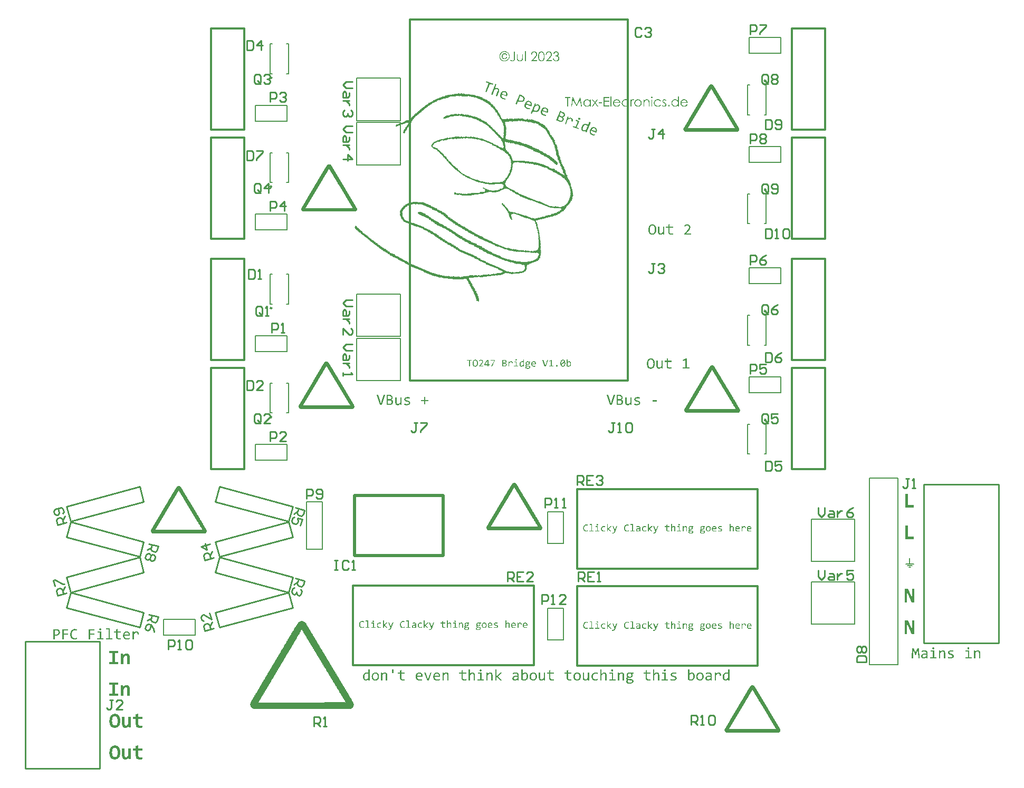
<source format=gto>
G04*
G04 #@! TF.GenerationSoftware,Altium Limited,Altium Designer,22.8.2 (66)*
G04*
G04 Layer_Color=65535*
%FSLAX44Y44*%
%MOMM*%
G71*
G04*
G04 #@! TF.SameCoordinates,B9550543-2847-43AE-AA18-711D015818A4*
G04*
G04*
G04 #@! TF.FilePolarity,Positive*
G04*
G01*
G75*
%ADD10C,0.2500*%
%ADD11C,0.2000*%
%ADD12C,0.2540*%
%ADD13C,0.5000*%
%ADD14C,0.3000*%
G36*
X904307Y759216D02*
Y758982D01*
X905716D01*
Y758747D01*
X906656D01*
Y758512D01*
Y758277D01*
X907360D01*
Y758042D01*
Y757807D01*
X907830D01*
Y757572D01*
X908064D01*
Y757338D01*
Y757103D01*
X908534D01*
Y756868D01*
Y756633D01*
X909004D01*
Y756398D01*
X909239D01*
Y756164D01*
Y755929D01*
Y755694D01*
Y755459D01*
X909708D01*
Y755224D01*
X910178D01*
Y754989D01*
Y754755D01*
Y754520D01*
Y754285D01*
X910413D01*
Y754050D01*
X910882D01*
Y753815D01*
Y753580D01*
Y753346D01*
Y753111D01*
X911352D01*
Y752876D01*
Y752641D01*
Y752406D01*
X911587D01*
Y752171D01*
Y751937D01*
X912057D01*
Y751702D01*
Y751467D01*
Y751232D01*
X912526D01*
Y750997D01*
Y750762D01*
Y750528D01*
X912761D01*
Y750293D01*
Y750058D01*
X913231D01*
Y749823D01*
Y749588D01*
Y749353D01*
X913700D01*
Y749119D01*
Y748884D01*
Y748649D01*
Y748414D01*
X913935D01*
Y748179D01*
X914405D01*
Y747944D01*
Y747710D01*
Y747475D01*
Y747240D01*
X914875D01*
Y747005D01*
Y746770D01*
Y746535D01*
X915109D01*
Y746301D01*
Y746066D01*
X915579D01*
Y745831D01*
Y745596D01*
Y745361D01*
X916049D01*
Y745126D01*
Y744892D01*
Y744657D01*
X916284D01*
Y744422D01*
Y744187D01*
X916753D01*
Y743952D01*
Y743717D01*
Y743483D01*
X917223D01*
Y743248D01*
Y743013D01*
Y742778D01*
Y742543D01*
X917458D01*
Y742309D01*
X917927D01*
Y742074D01*
Y741839D01*
Y741604D01*
Y741369D01*
X918397D01*
Y741134D01*
Y740900D01*
Y740665D01*
X918632D01*
Y740430D01*
Y740195D01*
Y739960D01*
X919102D01*
Y739725D01*
Y739491D01*
X919571D01*
Y739256D01*
Y739021D01*
Y738786D01*
X919806D01*
Y738551D01*
Y738316D01*
X920276D01*
Y738082D01*
Y737847D01*
Y737612D01*
X920745D01*
Y737377D01*
Y737142D01*
Y736907D01*
Y736673D01*
X920980D01*
Y736438D01*
X921450D01*
Y736203D01*
Y735968D01*
Y735733D01*
Y735498D01*
X921920D01*
Y735264D01*
Y735029D01*
Y734794D01*
X922154D01*
Y734559D01*
Y734324D01*
X922624D01*
Y734089D01*
Y733855D01*
Y733620D01*
X923094D01*
Y733385D01*
Y733150D01*
Y732915D01*
X923329D01*
Y732680D01*
Y732446D01*
X923798D01*
Y732211D01*
Y731976D01*
Y731741D01*
X924268D01*
Y731506D01*
Y731271D01*
Y731037D01*
Y730802D01*
X924503D01*
Y730567D01*
X924972D01*
Y730332D01*
Y730097D01*
Y729862D01*
Y729628D01*
X925442D01*
Y729393D01*
Y729158D01*
Y728923D01*
X925677D01*
Y728688D01*
Y728454D01*
X926146D01*
Y728219D01*
Y727984D01*
Y727749D01*
X926616D01*
Y727514D01*
Y727279D01*
Y727045D01*
X926851D01*
Y726810D01*
Y726575D01*
X927321D01*
Y726340D01*
Y726105D01*
Y725870D01*
X927790D01*
Y725636D01*
Y725401D01*
Y725166D01*
Y724931D01*
X928025D01*
Y724696D01*
X928495D01*
Y724461D01*
Y724227D01*
Y723992D01*
Y723757D01*
X928964D01*
Y723522D01*
Y723287D01*
Y723052D01*
X929199D01*
Y722818D01*
Y722583D01*
X929669D01*
Y722348D01*
Y722113D01*
Y721878D01*
X930139D01*
Y721643D01*
Y721408D01*
Y721174D01*
X930374D01*
Y720939D01*
Y720704D01*
X930843D01*
Y720469D01*
Y720234D01*
Y719999D01*
X931313D01*
Y719765D01*
Y719530D01*
Y719295D01*
Y719060D01*
X931548D01*
Y718825D01*
X932017D01*
Y718590D01*
Y718356D01*
Y718121D01*
Y717886D01*
X932487D01*
Y717651D01*
Y717416D01*
Y717181D01*
X932722D01*
Y716947D01*
Y716712D01*
X933192D01*
Y716477D01*
Y716242D01*
Y716007D01*
X933661D01*
Y715773D01*
Y715538D01*
Y715303D01*
X933896D01*
Y715068D01*
Y714833D01*
X934366D01*
Y714598D01*
Y714363D01*
Y714129D01*
X934835D01*
Y713894D01*
Y713659D01*
Y713424D01*
Y713189D01*
X935070D01*
Y712954D01*
X935540D01*
Y712720D01*
Y712485D01*
Y712250D01*
Y712015D01*
X936010D01*
Y711780D01*
Y711545D01*
Y711311D01*
X936244D01*
Y711076D01*
Y710841D01*
X936714D01*
Y710606D01*
Y710371D01*
Y710137D01*
X937184D01*
Y709902D01*
Y709667D01*
Y709432D01*
X937419D01*
Y709197D01*
Y708962D01*
X937888D01*
Y708728D01*
Y708493D01*
Y708258D01*
X938358D01*
Y708023D01*
Y707788D01*
Y707553D01*
Y707319D01*
X938593D01*
Y707084D01*
X939062D01*
Y706849D01*
Y706614D01*
Y706379D01*
Y706144D01*
X939532D01*
Y705910D01*
Y705675D01*
Y705440D01*
X939767D01*
Y705205D01*
Y704970D01*
X940236D01*
Y704735D01*
Y704501D01*
Y704266D01*
X940706D01*
Y704031D01*
Y703796D01*
Y703561D01*
X940941D01*
Y703326D01*
Y703092D01*
X941411D01*
Y702857D01*
Y702622D01*
Y702387D01*
X941880D01*
Y702152D01*
Y701917D01*
Y701683D01*
Y701448D01*
X942115D01*
Y701213D01*
X942585D01*
Y700978D01*
Y700743D01*
Y700508D01*
Y700274D01*
X943055D01*
Y700039D01*
Y699804D01*
Y699569D01*
X943289D01*
Y699334D01*
Y699100D01*
X943759D01*
Y698865D01*
Y698630D01*
Y698395D01*
X944229D01*
Y698160D01*
Y697925D01*
Y697691D01*
X944463D01*
Y697456D01*
Y697221D01*
X944933D01*
Y696986D01*
Y696751D01*
Y696516D01*
X945403D01*
Y696282D01*
Y696047D01*
Y695812D01*
Y695577D01*
X945638D01*
Y695342D01*
X946107D01*
Y695107D01*
Y694873D01*
Y694638D01*
Y694403D01*
X946577D01*
Y694168D01*
Y693933D01*
Y693698D01*
X946812D01*
Y693464D01*
Y693229D01*
X947281D01*
Y692994D01*
Y692759D01*
Y692524D01*
X947751D01*
Y692289D01*
Y692055D01*
Y691820D01*
X947986D01*
Y691585D01*
Y691350D01*
X948456D01*
Y691115D01*
Y690880D01*
Y690646D01*
X948925D01*
Y690411D01*
Y690176D01*
Y689941D01*
Y689706D01*
X949160D01*
Y689471D01*
X949630D01*
Y689237D01*
Y689002D01*
Y688767D01*
Y688532D01*
X950099D01*
Y688297D01*
Y688062D01*
Y687828D01*
X950334D01*
Y687593D01*
Y687358D01*
X950804D01*
Y687123D01*
Y686888D01*
Y686653D01*
X951274D01*
Y686419D01*
Y686184D01*
Y685949D01*
X951508D01*
Y685714D01*
Y685479D01*
X951978D01*
Y685245D01*
Y685010D01*
Y684775D01*
X952448D01*
Y684540D01*
Y684305D01*
Y684070D01*
Y683836D01*
X952682D01*
Y683601D01*
X953152D01*
Y683366D01*
Y683131D01*
Y682896D01*
Y682661D01*
X953622D01*
Y682427D01*
Y682192D01*
Y681957D01*
X953857D01*
Y681722D01*
Y681487D01*
X954326D01*
Y681252D01*
Y681018D01*
Y680783D01*
X954796D01*
Y680548D01*
Y680313D01*
Y680078D01*
X955031D01*
Y679843D01*
Y679608D01*
X955501D01*
Y679374D01*
Y679139D01*
Y678904D01*
X955970D01*
Y678669D01*
Y678434D01*
Y678199D01*
Y677965D01*
X956205D01*
Y677730D01*
X956675D01*
Y677495D01*
Y677260D01*
Y677025D01*
Y676790D01*
X957144D01*
Y676556D01*
Y676321D01*
Y676086D01*
X957379D01*
Y675851D01*
Y675616D01*
Y675381D01*
X957849D01*
Y675147D01*
Y674912D01*
X958318D01*
Y674677D01*
Y674442D01*
Y674207D01*
X958553D01*
Y673972D01*
Y673738D01*
X959023D01*
Y673503D01*
Y673268D01*
Y673033D01*
X959493D01*
Y672798D01*
Y672564D01*
Y672329D01*
Y672094D01*
X959727D01*
Y671859D01*
X960197D01*
Y671624D01*
Y671389D01*
Y671155D01*
Y670920D01*
X960667D01*
Y670685D01*
Y670450D01*
Y670215D01*
X960902D01*
Y669980D01*
Y669746D01*
X961371D01*
Y669511D01*
Y669276D01*
Y669041D01*
X961841D01*
Y668806D01*
Y668571D01*
Y668336D01*
X962076D01*
Y668102D01*
Y667867D01*
X962545D01*
Y667632D01*
Y667397D01*
Y667162D01*
X963015D01*
Y666927D01*
Y666693D01*
Y666458D01*
Y666223D01*
X963250D01*
Y665988D01*
Y665753D01*
Y665518D01*
X963720D01*
Y665284D01*
Y665049D01*
X964189D01*
Y664814D01*
Y664579D01*
Y664344D01*
X964424D01*
Y664109D01*
Y663875D01*
Y663640D01*
X964894D01*
Y663405D01*
Y663170D01*
X965363D01*
Y662935D01*
Y662701D01*
Y662466D01*
X965598D01*
Y662231D01*
Y661996D01*
X966068D01*
Y661761D01*
Y661526D01*
Y661292D01*
X966538D01*
Y661057D01*
Y660822D01*
Y660587D01*
Y660352D01*
X966773D01*
Y660117D01*
Y659883D01*
Y659648D01*
X967242D01*
Y659413D01*
Y659178D01*
X967712D01*
Y658943D01*
Y658708D01*
Y658474D01*
X967947D01*
Y658239D01*
Y658004D01*
Y657769D01*
X968416D01*
Y657534D01*
Y657299D01*
X968886D01*
Y657065D01*
Y656830D01*
Y656595D01*
X969121D01*
Y656360D01*
Y656125D01*
Y655890D01*
Y655656D01*
X969590D01*
Y655421D01*
X970060D01*
Y655186D01*
Y654951D01*
Y654716D01*
Y654481D01*
X970295D01*
Y654247D01*
Y654012D01*
Y653777D01*
X970765D01*
Y653542D01*
Y653307D01*
X971234D01*
Y653073D01*
Y652838D01*
Y652603D01*
X971469D01*
Y652368D01*
Y652133D01*
X971939D01*
Y651898D01*
Y651664D01*
Y651429D01*
X972408D01*
Y651194D01*
Y650959D01*
Y650724D01*
X972643D01*
Y650489D01*
Y650255D01*
Y650020D01*
Y649785D01*
X973113D01*
Y649550D01*
X973583D01*
Y649315D01*
Y649080D01*
Y648846D01*
Y648611D01*
X973817D01*
Y648376D01*
Y648141D01*
Y647906D01*
X974287D01*
Y647671D01*
Y647437D01*
X974757D01*
Y647202D01*
Y646967D01*
Y646732D01*
X974992D01*
Y646497D01*
Y646262D01*
Y646028D01*
X975461D01*
Y645793D01*
Y645558D01*
X975931D01*
Y645323D01*
Y645088D01*
Y644853D01*
X976166D01*
Y644619D01*
Y644384D01*
Y644149D01*
Y643914D01*
X976635D01*
Y643679D01*
X977105D01*
Y643444D01*
Y643210D01*
Y642975D01*
Y642740D01*
X977340D01*
Y642505D01*
Y642270D01*
Y642035D01*
X977810D01*
Y641801D01*
Y641566D01*
X978279D01*
Y641331D01*
Y641096D01*
Y640861D01*
X978514D01*
Y640626D01*
Y640392D01*
Y640157D01*
X978984D01*
Y639922D01*
Y639687D01*
Y639452D01*
Y639217D01*
X979453D01*
Y638983D01*
X979688D01*
Y638748D01*
Y638513D01*
Y638278D01*
Y638043D01*
X980158D01*
Y637808D01*
Y637574D01*
Y637339D01*
X980628D01*
Y637104D01*
Y636869D01*
X980862D01*
Y636634D01*
Y636399D01*
Y636165D01*
X981332D01*
Y635930D01*
Y635695D01*
Y635460D01*
X981802D01*
Y635225D01*
Y634991D01*
X982037D01*
Y634756D01*
Y634521D01*
Y634286D01*
X982506D01*
Y634051D01*
Y633816D01*
Y633581D01*
Y633347D01*
X982976D01*
Y633112D01*
X983211D01*
Y632877D01*
Y632642D01*
Y632407D01*
Y632172D01*
X983680D01*
Y631938D01*
Y631703D01*
Y631468D01*
X984150D01*
Y631233D01*
Y630998D01*
Y630764D01*
X984385D01*
Y630529D01*
Y630294D01*
X984855D01*
Y630059D01*
Y629824D01*
Y629589D01*
X985324D01*
Y629355D01*
Y629120D01*
Y628885D01*
Y628650D01*
X985559D01*
Y628415D01*
Y628180D01*
Y627946D01*
X986029D01*
Y627711D01*
Y627476D01*
Y627241D01*
Y627006D01*
Y626771D01*
Y626536D01*
Y626302D01*
X986498D01*
Y626067D01*
Y625832D01*
Y625597D01*
Y625362D01*
Y625127D01*
Y624893D01*
Y624658D01*
Y624423D01*
Y624188D01*
Y623953D01*
X986029D01*
Y623718D01*
Y623484D01*
Y623249D01*
Y623014D01*
Y622779D01*
Y622544D01*
X985559D01*
Y622309D01*
Y622075D01*
Y621840D01*
Y621605D01*
X985324D01*
Y621370D01*
Y621135D01*
Y620900D01*
X984855D01*
Y620666D01*
Y620431D01*
X984385D01*
Y620196D01*
X984150D01*
Y619961D01*
Y619726D01*
X983680D01*
Y619492D01*
Y619257D01*
X982976D01*
Y619022D01*
X982037D01*
Y618787D01*
Y618552D01*
X824699D01*
Y618787D01*
Y619022D01*
X823995D01*
Y619257D01*
X823290D01*
Y619492D01*
Y619726D01*
X822821D01*
Y619961D01*
Y620196D01*
X822351D01*
Y620431D01*
X822116D01*
Y620666D01*
Y620900D01*
X821646D01*
Y621135D01*
Y621370D01*
X821177D01*
Y621605D01*
Y621840D01*
Y622075D01*
X820942D01*
Y622309D01*
Y622544D01*
Y622779D01*
X820472D01*
Y623014D01*
Y623249D01*
Y623484D01*
Y623718D01*
Y623953D01*
X820003D01*
Y624188D01*
Y624423D01*
Y624658D01*
Y624893D01*
Y625127D01*
Y625362D01*
Y625597D01*
Y625832D01*
Y626067D01*
Y626302D01*
Y626536D01*
Y626771D01*
Y627006D01*
Y627241D01*
X820472D01*
Y627476D01*
Y627711D01*
Y627946D01*
Y628180D01*
Y628415D01*
Y628650D01*
X820942D01*
Y628885D01*
Y629120D01*
Y629355D01*
Y629589D01*
X821177D01*
Y629824D01*
X821646D01*
Y630059D01*
Y630294D01*
Y630529D01*
Y630764D01*
X822116D01*
Y630998D01*
Y631233D01*
Y631468D01*
X822351D01*
Y631703D01*
Y631938D01*
X822821D01*
Y632172D01*
Y632407D01*
Y632642D01*
X823290D01*
Y632877D01*
Y633112D01*
Y633347D01*
X823525D01*
Y633581D01*
Y633816D01*
X823995D01*
Y634051D01*
Y634286D01*
Y634521D01*
X824464D01*
Y634756D01*
Y634991D01*
Y635225D01*
Y635460D01*
X824699D01*
Y635695D01*
X825169D01*
Y635930D01*
Y636165D01*
Y636399D01*
Y636634D01*
X825639D01*
Y636869D01*
Y637104D01*
Y637339D01*
X825873D01*
Y637574D01*
Y637808D01*
Y638043D01*
X826343D01*
Y638278D01*
Y638513D01*
X826813D01*
Y638748D01*
Y638983D01*
Y639217D01*
X827048D01*
Y639452D01*
Y639687D01*
Y639922D01*
Y640157D01*
X827517D01*
Y640392D01*
X827987D01*
Y640626D01*
Y640861D01*
Y641096D01*
Y641331D01*
X828222D01*
Y641566D01*
Y641801D01*
Y642035D01*
X828691D01*
Y642270D01*
Y642505D01*
Y642740D01*
X829161D01*
Y642975D01*
Y643210D01*
X829396D01*
Y643444D01*
Y643679D01*
Y643914D01*
X829866D01*
Y644149D01*
Y644384D01*
X830335D01*
Y644619D01*
Y644853D01*
Y645088D01*
X830570D01*
Y645323D01*
Y645558D01*
Y645793D01*
Y646028D01*
X831040D01*
Y646262D01*
Y646497D01*
Y646732D01*
X831509D01*
Y646967D01*
Y647202D01*
X831744D01*
Y647437D01*
Y647671D01*
Y647906D01*
X832214D01*
Y648141D01*
Y648376D01*
Y648611D01*
X832684D01*
Y648846D01*
Y649080D01*
X832918D01*
Y649315D01*
Y649550D01*
Y649785D01*
X833388D01*
Y650020D01*
Y650255D01*
Y650489D01*
Y650724D01*
X833858D01*
Y650959D01*
Y651194D01*
Y651429D01*
X834092D01*
Y651664D01*
Y651898D01*
X834562D01*
Y652133D01*
Y652368D01*
Y652603D01*
X835032D01*
Y652838D01*
Y653073D01*
Y653307D01*
X835267D01*
Y653542D01*
Y653777D01*
X835736D01*
Y654012D01*
Y654247D01*
Y654481D01*
X836206D01*
Y654716D01*
Y654951D01*
Y655186D01*
Y655421D01*
X836441D01*
Y655656D01*
X836910D01*
Y655890D01*
Y656125D01*
Y656360D01*
Y656595D01*
X837380D01*
Y656830D01*
Y657065D01*
Y657299D01*
X837615D01*
Y657534D01*
Y657769D01*
Y658004D01*
X838085D01*
Y658239D01*
Y658474D01*
X838554D01*
Y658708D01*
Y658943D01*
Y659178D01*
X838789D01*
Y659413D01*
Y659648D01*
Y659883D01*
Y660117D01*
X839259D01*
Y660352D01*
X839728D01*
Y660587D01*
Y660822D01*
Y661057D01*
Y661292D01*
X839963D01*
Y661526D01*
Y661761D01*
Y661996D01*
X840433D01*
Y662231D01*
Y662466D01*
X840903D01*
Y662701D01*
Y662935D01*
Y663170D01*
X841137D01*
Y663405D01*
Y663640D01*
Y663875D01*
X841607D01*
Y664109D01*
Y664344D01*
X842077D01*
Y664579D01*
Y664814D01*
Y665049D01*
X842312D01*
Y665284D01*
Y665518D01*
Y665753D01*
Y665988D01*
X842781D01*
Y666223D01*
X843251D01*
Y666458D01*
Y666693D01*
Y666927D01*
Y667162D01*
X843486D01*
Y667397D01*
Y667632D01*
Y667867D01*
X843956D01*
Y668102D01*
Y668336D01*
Y668571D01*
X844425D01*
Y668806D01*
Y669041D01*
X844660D01*
Y669276D01*
Y669511D01*
Y669746D01*
X845130D01*
Y669980D01*
Y670215D01*
Y670450D01*
Y670685D01*
X845599D01*
Y670920D01*
X845834D01*
Y671155D01*
Y671389D01*
Y671624D01*
Y671859D01*
X846304D01*
Y672094D01*
Y672329D01*
Y672564D01*
X846773D01*
Y672798D01*
Y673033D01*
X847008D01*
Y673268D01*
Y673503D01*
Y673738D01*
X847478D01*
Y673972D01*
Y674207D01*
Y674442D01*
X847948D01*
Y674677D01*
Y674912D01*
X848182D01*
Y675147D01*
Y675381D01*
Y675616D01*
X848652D01*
Y675851D01*
Y676086D01*
Y676321D01*
Y676556D01*
X849122D01*
Y676790D01*
X849357D01*
Y677025D01*
Y677260D01*
Y677495D01*
Y677730D01*
X849826D01*
Y677965D01*
Y678199D01*
Y678434D01*
X850296D01*
Y678669D01*
Y678904D01*
Y679139D01*
X850531D01*
Y679374D01*
Y679608D01*
X851000D01*
Y679843D01*
Y680078D01*
Y680313D01*
X851470D01*
Y680548D01*
Y680783D01*
Y681018D01*
Y681252D01*
X851705D01*
Y681487D01*
X852175D01*
Y681722D01*
Y681957D01*
Y682192D01*
Y682427D01*
X852644D01*
Y682661D01*
X852879D01*
Y682896D01*
Y683131D01*
Y683366D01*
Y683601D01*
X853349D01*
Y683836D01*
Y684070D01*
Y684305D01*
X853818D01*
Y684540D01*
Y684775D01*
Y685010D01*
X854053D01*
Y685245D01*
Y685479D01*
X854523D01*
Y685714D01*
Y685949D01*
Y686184D01*
X854993D01*
Y686419D01*
Y686653D01*
Y686888D01*
Y687123D01*
X855227D01*
Y687358D01*
X855697D01*
Y687593D01*
Y687828D01*
Y688062D01*
Y688297D01*
X856167D01*
Y688532D01*
Y688767D01*
Y689002D01*
X856402D01*
Y689237D01*
Y689471D01*
Y689706D01*
X856871D01*
Y689941D01*
Y690176D01*
X857341D01*
Y690411D01*
Y690646D01*
Y690880D01*
X857576D01*
Y691115D01*
Y691350D01*
Y691585D01*
Y691820D01*
X858045D01*
Y692055D01*
X858515D01*
Y692289D01*
Y692524D01*
Y692759D01*
Y692994D01*
X858750D01*
Y693229D01*
Y693464D01*
Y693698D01*
X859220D01*
Y693933D01*
Y694168D01*
X859689D01*
Y694403D01*
Y694638D01*
Y694873D01*
X859924D01*
Y695107D01*
Y695342D01*
Y695577D01*
X860394D01*
Y695812D01*
Y696047D01*
X860863D01*
Y696282D01*
Y696516D01*
Y696751D01*
X861098D01*
Y696986D01*
Y697221D01*
Y697456D01*
Y697691D01*
X861568D01*
Y697925D01*
Y698160D01*
Y698395D01*
X862038D01*
Y698630D01*
Y698865D01*
X862272D01*
Y699100D01*
Y699334D01*
Y699569D01*
X862742D01*
Y699804D01*
Y700039D01*
Y700274D01*
X863212D01*
Y700508D01*
Y700743D01*
X863447D01*
Y700978D01*
Y701213D01*
Y701448D01*
X863916D01*
Y701683D01*
Y701917D01*
Y702152D01*
Y702387D01*
X864386D01*
Y702622D01*
X864621D01*
Y702857D01*
Y703092D01*
Y703326D01*
Y703561D01*
X865090D01*
Y703796D01*
Y704031D01*
Y704266D01*
X865560D01*
Y704501D01*
Y704735D01*
X865795D01*
Y704970D01*
Y705205D01*
Y705440D01*
X866264D01*
Y705675D01*
Y705910D01*
Y706144D01*
X866734D01*
Y706379D01*
Y706614D01*
X866969D01*
Y706849D01*
Y707084D01*
Y707319D01*
X867439D01*
Y707553D01*
Y707788D01*
Y708023D01*
Y708258D01*
X867908D01*
Y708493D01*
X868143D01*
Y708728D01*
Y708962D01*
Y709197D01*
Y709432D01*
X868613D01*
Y709667D01*
Y709902D01*
Y710137D01*
X869082D01*
Y710371D01*
Y710606D01*
Y710841D01*
X869317D01*
Y711076D01*
Y711311D01*
X869787D01*
Y711545D01*
Y711780D01*
Y712015D01*
X870257D01*
Y712250D01*
Y712485D01*
Y712720D01*
Y712954D01*
X870491D01*
Y713189D01*
X870961D01*
Y713424D01*
Y713659D01*
Y713894D01*
Y714129D01*
X871431D01*
Y714363D01*
Y714598D01*
Y714833D01*
X871665D01*
Y715068D01*
Y715303D01*
X872135D01*
Y715538D01*
Y715773D01*
Y716007D01*
X872605D01*
Y716242D01*
Y716477D01*
Y716712D01*
X872840D01*
Y716947D01*
Y717181D01*
X873309D01*
Y717416D01*
Y717651D01*
Y717886D01*
X873779D01*
Y718121D01*
Y718356D01*
Y718590D01*
Y718825D01*
X874014D01*
Y719060D01*
Y719295D01*
Y719530D01*
X874484D01*
Y719765D01*
Y719999D01*
X874953D01*
Y720234D01*
Y720469D01*
Y720704D01*
X875188D01*
Y720939D01*
Y721174D01*
Y721408D01*
X875658D01*
Y721643D01*
Y721878D01*
X876127D01*
Y722113D01*
Y722348D01*
Y722583D01*
X876362D01*
Y722818D01*
Y723052D01*
Y723287D01*
Y723522D01*
X876832D01*
Y723757D01*
X877302D01*
Y723992D01*
Y724227D01*
Y724461D01*
Y724696D01*
X877536D01*
Y724931D01*
Y725166D01*
Y725401D01*
X878006D01*
Y725636D01*
Y725870D01*
X878476D01*
Y726105D01*
Y726340D01*
Y726575D01*
X878711D01*
Y726810D01*
Y727045D01*
Y727279D01*
X879180D01*
Y727514D01*
Y727749D01*
X879650D01*
Y727984D01*
Y728219D01*
Y728454D01*
X879885D01*
Y728688D01*
Y728923D01*
Y729158D01*
Y729393D01*
X880354D01*
Y729628D01*
Y729862D01*
Y730097D01*
X880824D01*
Y730332D01*
Y730567D01*
X881059D01*
Y730802D01*
Y731037D01*
Y731271D01*
X881528D01*
Y731506D01*
Y731741D01*
Y731976D01*
X881998D01*
Y732211D01*
Y732446D01*
X882233D01*
Y732680D01*
Y732915D01*
Y733150D01*
X882703D01*
Y733385D01*
Y733620D01*
Y733855D01*
Y734089D01*
X883172D01*
Y734324D01*
X883407D01*
Y734559D01*
Y734794D01*
Y735029D01*
Y735264D01*
X883877D01*
Y735498D01*
Y735733D01*
Y735968D01*
X884346D01*
Y736203D01*
Y736438D01*
Y736673D01*
X884581D01*
Y736907D01*
Y737142D01*
X885051D01*
Y737377D01*
Y737612D01*
Y737847D01*
X885521D01*
Y738082D01*
Y738316D01*
Y738551D01*
Y738786D01*
X885755D01*
Y739021D01*
X886225D01*
Y739256D01*
Y739491D01*
Y739725D01*
Y739960D01*
X886695D01*
Y740195D01*
Y740430D01*
Y740665D01*
X886930D01*
Y740900D01*
Y741134D01*
X887399D01*
Y741369D01*
Y741604D01*
Y741839D01*
X887869D01*
Y742074D01*
Y742309D01*
Y742543D01*
X888104D01*
Y742778D01*
Y743013D01*
X888574D01*
Y743248D01*
Y743483D01*
Y743717D01*
X889043D01*
Y743952D01*
Y744187D01*
Y744422D01*
Y744657D01*
X889278D01*
Y744892D01*
X889748D01*
Y745126D01*
Y745361D01*
Y745596D01*
Y745831D01*
X890217D01*
Y746066D01*
Y746301D01*
Y746535D01*
X890452D01*
Y746770D01*
Y747005D01*
X890922D01*
Y747240D01*
Y747475D01*
Y747710D01*
X891392D01*
Y747944D01*
Y748179D01*
Y748414D01*
X891626D01*
Y748649D01*
Y748884D01*
X892096D01*
Y749119D01*
Y749353D01*
Y749588D01*
X892566D01*
Y749823D01*
Y750058D01*
X892801D01*
Y750293D01*
Y750528D01*
Y750762D01*
X893270D01*
Y750997D01*
Y751232D01*
Y751467D01*
Y751702D01*
X893740D01*
Y751937D01*
X893975D01*
Y752171D01*
Y752406D01*
Y752641D01*
Y752876D01*
X894444D01*
Y753111D01*
X894914D01*
Y753346D01*
Y753580D01*
Y753815D01*
Y754050D01*
X895149D01*
Y754285D01*
X895618D01*
Y754520D01*
Y754755D01*
X896088D01*
Y754989D01*
Y755224D01*
Y755459D01*
X896323D01*
Y755694D01*
Y755929D01*
X896793D01*
Y756164D01*
Y756398D01*
Y756633D01*
X897262D01*
Y756868D01*
Y757103D01*
X897497D01*
Y757338D01*
Y757572D01*
X897967D01*
Y757807D01*
X898671D01*
Y758042D01*
Y758277D01*
X899141D01*
Y758512D01*
Y758747D01*
X899845D01*
Y758982D01*
X901020D01*
Y759216D01*
Y759451D01*
X904307D01*
Y759216D01*
D02*
G37*
G36*
X706113Y976394D02*
Y976268D01*
X706873D01*
Y976141D01*
X707380D01*
Y976014D01*
Y975888D01*
X707760D01*
Y975761D01*
Y975634D01*
X708013D01*
Y975508D01*
X708140D01*
Y975381D01*
Y975255D01*
X708393D01*
Y975128D01*
Y975001D01*
X708646D01*
Y974874D01*
X708773D01*
Y974748D01*
Y974621D01*
Y974494D01*
Y974368D01*
X709026D01*
Y974241D01*
X709280D01*
Y974115D01*
Y973988D01*
Y973861D01*
Y973735D01*
X709406D01*
Y973608D01*
X709660D01*
Y973481D01*
Y973354D01*
Y973228D01*
Y973101D01*
X709913D01*
Y972975D01*
Y972848D01*
Y972721D01*
X710040D01*
Y972595D01*
Y972468D01*
X710293D01*
Y972341D01*
Y972215D01*
Y972088D01*
X710546D01*
Y971961D01*
Y971835D01*
Y971708D01*
X710673D01*
Y971581D01*
Y971455D01*
X710926D01*
Y971328D01*
Y971201D01*
Y971075D01*
X711180D01*
Y970948D01*
Y970821D01*
Y970695D01*
Y970568D01*
X711306D01*
Y970441D01*
X711560D01*
Y970315D01*
Y970188D01*
Y970061D01*
Y969935D01*
X711813D01*
Y969808D01*
Y969681D01*
Y969555D01*
X711939D01*
Y969428D01*
Y969302D01*
X712193D01*
Y969175D01*
Y969048D01*
Y968922D01*
X712446D01*
Y968795D01*
Y968668D01*
Y968541D01*
X712573D01*
Y968415D01*
Y968288D01*
X712826D01*
Y968161D01*
Y968035D01*
Y967908D01*
X713079D01*
Y967782D01*
Y967655D01*
Y967528D01*
Y967402D01*
X713206D01*
Y967275D01*
X713459D01*
Y967148D01*
Y967022D01*
Y966895D01*
Y966768D01*
X713713D01*
Y966642D01*
Y966515D01*
Y966388D01*
X713839D01*
Y966262D01*
Y966135D01*
Y966008D01*
X714093D01*
Y965882D01*
Y965755D01*
X714346D01*
Y965628D01*
Y965502D01*
Y965375D01*
X714473D01*
Y965248D01*
Y965122D01*
X714726D01*
Y964995D01*
Y964868D01*
Y964742D01*
X714979D01*
Y964615D01*
Y964488D01*
Y964362D01*
Y964235D01*
X715106D01*
Y964108D01*
X715359D01*
Y963982D01*
Y963855D01*
Y963728D01*
Y963602D01*
X715613D01*
Y963475D01*
Y963348D01*
Y963222D01*
X715739D01*
Y963095D01*
Y962969D01*
X715993D01*
Y962842D01*
Y962715D01*
Y962589D01*
X716246D01*
Y962462D01*
Y962335D01*
Y962208D01*
X716373D01*
Y962082D01*
Y961955D01*
X716626D01*
Y961829D01*
Y961702D01*
Y961575D01*
X716879D01*
Y961449D01*
Y961322D01*
Y961195D01*
Y961069D01*
X717006D01*
Y960942D01*
X717259D01*
Y960815D01*
Y960689D01*
Y960562D01*
Y960435D01*
X717513D01*
Y960309D01*
Y960182D01*
Y960055D01*
X717639D01*
Y959929D01*
Y959802D01*
X717893D01*
Y959675D01*
Y959549D01*
Y959422D01*
X718146D01*
Y959295D01*
Y959169D01*
Y959042D01*
X718272D01*
Y958915D01*
Y958789D01*
X718526D01*
Y958662D01*
Y958535D01*
Y958409D01*
X718779D01*
Y958282D01*
Y958155D01*
Y958029D01*
Y957902D01*
X718906D01*
Y957775D01*
X719159D01*
Y957649D01*
Y957522D01*
Y957395D01*
Y957269D01*
X719412D01*
Y957142D01*
Y957016D01*
Y956889D01*
X719539D01*
Y956762D01*
Y956636D01*
X719792D01*
Y956509D01*
Y956382D01*
Y956255D01*
X720046D01*
Y956129D01*
Y956002D01*
Y955875D01*
X720172D01*
Y955749D01*
Y955622D01*
X720426D01*
Y955496D01*
Y955369D01*
Y955242D01*
X720679D01*
Y955116D01*
Y954989D01*
Y954862D01*
Y954736D01*
X720806D01*
Y954609D01*
X721059D01*
Y954482D01*
Y954356D01*
Y954229D01*
Y954102D01*
X721312D01*
Y953976D01*
Y953849D01*
Y953722D01*
X721439D01*
Y953596D01*
Y953469D01*
X721692D01*
Y953342D01*
Y953216D01*
Y953089D01*
X721946D01*
Y952962D01*
Y952836D01*
Y952709D01*
X722072D01*
Y952582D01*
Y952456D01*
X722326D01*
Y952329D01*
Y952202D01*
Y952076D01*
X722579D01*
Y951949D01*
Y951823D01*
Y951696D01*
Y951569D01*
X722706D01*
Y951442D01*
X722959D01*
Y951316D01*
Y951189D01*
Y951062D01*
Y950936D01*
X723212D01*
Y950809D01*
Y950683D01*
Y950556D01*
X723339D01*
Y950429D01*
Y950303D01*
X723592D01*
Y950176D01*
Y950049D01*
Y949923D01*
X723846D01*
Y949796D01*
Y949669D01*
Y949543D01*
X723972D01*
Y949416D01*
Y949289D01*
X724225D01*
Y949163D01*
Y949036D01*
Y948909D01*
X724479D01*
Y948783D01*
Y948656D01*
Y948529D01*
Y948403D01*
X724605D01*
Y948276D01*
X724859D01*
Y948149D01*
Y948023D01*
Y947896D01*
Y947769D01*
X725112D01*
Y947643D01*
Y947516D01*
Y947389D01*
X725239D01*
Y947263D01*
Y947136D01*
X725492D01*
Y947009D01*
Y946883D01*
Y946756D01*
X725745D01*
Y946629D01*
Y946503D01*
Y946376D01*
X725872D01*
Y946249D01*
Y946123D01*
X726125D01*
Y945996D01*
Y945869D01*
Y945743D01*
X726379D01*
Y945616D01*
Y945489D01*
Y945363D01*
Y945236D01*
X726505D01*
Y945109D01*
X726759D01*
Y944983D01*
Y944856D01*
Y944730D01*
Y944603D01*
X727012D01*
Y944476D01*
Y944350D01*
Y944223D01*
X727139D01*
Y944096D01*
Y943970D01*
X727392D01*
Y943843D01*
Y943716D01*
Y943590D01*
X727645D01*
Y943463D01*
Y943336D01*
Y943210D01*
X727772D01*
Y943083D01*
Y942956D01*
X728025D01*
Y942830D01*
Y942703D01*
Y942576D01*
X728279D01*
Y942450D01*
Y942323D01*
Y942196D01*
Y942070D01*
X728405D01*
Y941943D01*
X728659D01*
Y941816D01*
Y941690D01*
Y941563D01*
Y941436D01*
X728912D01*
Y941310D01*
Y941183D01*
Y941056D01*
X729038D01*
Y940930D01*
Y940803D01*
X729292D01*
Y940676D01*
Y940550D01*
Y940423D01*
X729545D01*
Y940296D01*
Y940170D01*
Y940043D01*
X729672D01*
Y939917D01*
Y939790D01*
X729925D01*
Y939663D01*
Y939537D01*
Y939410D01*
X730179D01*
Y939283D01*
Y939156D01*
Y939030D01*
Y938903D01*
X730305D01*
Y938776D01*
X730558D01*
Y938650D01*
Y938523D01*
Y938397D01*
Y938270D01*
X730812D01*
Y938143D01*
Y938017D01*
Y937890D01*
X730938D01*
Y937763D01*
Y937637D01*
X731192D01*
Y937510D01*
Y937383D01*
Y937257D01*
X731445D01*
Y937130D01*
Y937003D01*
Y936877D01*
X731572D01*
Y936750D01*
Y936623D01*
X731825D01*
Y936497D01*
Y936370D01*
Y936243D01*
X732078D01*
Y936117D01*
Y935990D01*
Y935863D01*
Y935737D01*
X732205D01*
Y935610D01*
X732458D01*
Y935483D01*
Y935357D01*
Y935230D01*
Y935103D01*
X732712D01*
Y934977D01*
Y934850D01*
Y934723D01*
X732838D01*
Y934597D01*
Y934470D01*
X733092D01*
Y934343D01*
Y934217D01*
Y934090D01*
X733345D01*
Y933963D01*
Y933837D01*
Y933710D01*
X733472D01*
Y933584D01*
Y933457D01*
X733725D01*
Y933330D01*
Y933204D01*
Y933077D01*
X733978D01*
Y932950D01*
Y932823D01*
Y932697D01*
Y932570D01*
X734105D01*
Y932444D01*
X734358D01*
Y932317D01*
Y932190D01*
Y932064D01*
Y931937D01*
X734612D01*
Y931810D01*
Y931684D01*
Y931557D01*
X734738D01*
Y931430D01*
Y931304D01*
Y931177D01*
X734992D01*
Y931050D01*
Y930924D01*
X735245D01*
Y930797D01*
Y930670D01*
Y930544D01*
X735371D01*
Y930417D01*
Y930290D01*
X735625D01*
Y930164D01*
Y930037D01*
Y929910D01*
X735878D01*
Y929784D01*
Y929657D01*
Y929530D01*
Y929404D01*
X736005D01*
Y929277D01*
X736258D01*
Y929150D01*
Y929024D01*
Y928897D01*
Y928770D01*
X736512D01*
Y928644D01*
Y928517D01*
Y928390D01*
X736638D01*
Y928264D01*
Y928137D01*
X736891D01*
Y928010D01*
Y927884D01*
Y927757D01*
X737145D01*
Y927630D01*
Y927504D01*
Y927377D01*
X737271D01*
Y927251D01*
Y927124D01*
X737525D01*
Y926997D01*
Y926870D01*
Y926744D01*
X737778D01*
Y926617D01*
Y926491D01*
Y926364D01*
Y926237D01*
X737905D01*
Y926111D01*
Y925984D01*
Y925857D01*
X738158D01*
Y925731D01*
Y925604D01*
X738411D01*
Y925477D01*
Y925351D01*
Y925224D01*
X738538D01*
Y925097D01*
Y924971D01*
Y924844D01*
X738791D01*
Y924717D01*
Y924591D01*
X739045D01*
Y924464D01*
Y924337D01*
Y924211D01*
X739171D01*
Y924084D01*
Y923957D01*
X739425D01*
Y923831D01*
Y923704D01*
Y923577D01*
X739678D01*
Y923451D01*
Y923324D01*
Y923197D01*
Y923071D01*
X739805D01*
Y922944D01*
Y922817D01*
Y922691D01*
X740058D01*
Y922564D01*
Y922437D01*
X740311D01*
Y922311D01*
Y922184D01*
Y922057D01*
X740438D01*
Y921931D01*
Y921804D01*
Y921677D01*
X740691D01*
Y921551D01*
Y921424D01*
X740945D01*
Y921298D01*
Y921171D01*
Y921044D01*
X741071D01*
Y920918D01*
Y920791D01*
Y920664D01*
Y920538D01*
X741324D01*
Y920411D01*
X741578D01*
Y920284D01*
Y920157D01*
Y920031D01*
Y919904D01*
X741704D01*
Y919778D01*
Y919651D01*
Y919524D01*
X741958D01*
Y919398D01*
Y919271D01*
X742211D01*
Y919144D01*
Y919018D01*
Y918891D01*
X742338D01*
Y918764D01*
Y918638D01*
X742591D01*
Y918511D01*
Y918384D01*
Y918258D01*
X742844D01*
Y918131D01*
Y918004D01*
Y917878D01*
X742971D01*
Y917751D01*
Y917624D01*
Y917498D01*
Y917371D01*
X743224D01*
Y917244D01*
X743478D01*
Y917118D01*
Y916991D01*
Y916864D01*
Y916738D01*
X743604D01*
Y916611D01*
Y916485D01*
Y916358D01*
X743858D01*
Y916231D01*
Y916105D01*
X744111D01*
Y915978D01*
Y915851D01*
Y915724D01*
X744238D01*
Y915598D01*
Y915471D01*
Y915344D01*
X744491D01*
Y915218D01*
Y915091D01*
X744744D01*
Y914965D01*
Y914838D01*
Y914711D01*
X744871D01*
Y914585D01*
Y914458D01*
Y914331D01*
Y914205D01*
X745124D01*
Y914078D01*
X745378D01*
Y913951D01*
Y913825D01*
Y913698D01*
Y913571D01*
X745504D01*
Y913445D01*
Y913318D01*
Y913191D01*
X745758D01*
Y913065D01*
Y912938D01*
X746011D01*
Y912811D01*
Y912685D01*
Y912558D01*
X746138D01*
Y912431D01*
Y912305D01*
Y912178D01*
X746391D01*
Y912051D01*
Y911925D01*
Y911798D01*
Y911671D01*
X746644D01*
Y911545D01*
X746771D01*
Y911418D01*
Y911291D01*
Y911165D01*
Y911038D01*
X747024D01*
Y910911D01*
Y910785D01*
Y910658D01*
X747278D01*
Y910531D01*
Y910405D01*
X747404D01*
Y910278D01*
Y910152D01*
Y910025D01*
X747657D01*
Y909898D01*
Y909771D01*
Y909645D01*
X747911D01*
Y909518D01*
Y909392D01*
X748037D01*
Y909265D01*
Y909138D01*
Y909012D01*
X748291D01*
Y908885D01*
Y908758D01*
Y908632D01*
Y908505D01*
X748544D01*
Y908378D01*
X748671D01*
Y908252D01*
Y908125D01*
Y907998D01*
Y907872D01*
X748924D01*
Y907745D01*
Y907618D01*
Y907492D01*
X749177D01*
Y907365D01*
Y907238D01*
Y907112D01*
X749304D01*
Y906985D01*
Y906858D01*
X749557D01*
Y906732D01*
Y906605D01*
Y906478D01*
X749811D01*
Y906352D01*
Y906225D01*
Y906098D01*
Y905972D01*
X749937D01*
Y905845D01*
Y905718D01*
Y905592D01*
X750191D01*
Y905465D01*
Y905338D01*
Y905212D01*
Y905085D01*
Y904958D01*
Y904832D01*
Y904705D01*
X750444D01*
Y904578D01*
Y904452D01*
Y904325D01*
Y904199D01*
Y904072D01*
Y903945D01*
Y903819D01*
Y903692D01*
Y903565D01*
Y903438D01*
X750191D01*
Y903312D01*
Y903185D01*
Y903058D01*
Y902932D01*
Y902805D01*
Y902679D01*
X749937D01*
Y902552D01*
Y902425D01*
Y902299D01*
Y902172D01*
X749811D01*
Y902045D01*
Y901919D01*
Y901792D01*
X749557D01*
Y901665D01*
Y901539D01*
X749304D01*
Y901412D01*
X749177D01*
Y901285D01*
Y901159D01*
X748924D01*
Y901032D01*
Y900905D01*
X748544D01*
Y900779D01*
X748037D01*
Y900652D01*
Y900525D01*
X663176D01*
Y900652D01*
Y900779D01*
X662796D01*
Y900905D01*
X662416D01*
Y901032D01*
Y901159D01*
X662162D01*
Y901285D01*
Y901412D01*
X661909D01*
Y901539D01*
X661782D01*
Y901665D01*
Y901792D01*
X661529D01*
Y901919D01*
Y902045D01*
X661276D01*
Y902172D01*
Y902299D01*
Y902425D01*
X661149D01*
Y902552D01*
Y902679D01*
Y902805D01*
X660896D01*
Y902932D01*
Y903058D01*
Y903185D01*
Y903312D01*
Y903438D01*
X660642D01*
Y903565D01*
Y903692D01*
Y903819D01*
Y903945D01*
Y904072D01*
Y904199D01*
Y904325D01*
Y904452D01*
Y904578D01*
Y904705D01*
Y904832D01*
Y904958D01*
Y905085D01*
Y905212D01*
X660896D01*
Y905338D01*
Y905465D01*
Y905592D01*
Y905718D01*
Y905845D01*
Y905972D01*
X661149D01*
Y906098D01*
Y906225D01*
Y906352D01*
Y906478D01*
X661276D01*
Y906605D01*
X661529D01*
Y906732D01*
Y906858D01*
Y906985D01*
Y907112D01*
X661782D01*
Y907238D01*
Y907365D01*
Y907492D01*
X661909D01*
Y907618D01*
Y907745D01*
X662162D01*
Y907872D01*
Y907998D01*
Y908125D01*
X662416D01*
Y908252D01*
Y908378D01*
Y908505D01*
X662542D01*
Y908632D01*
Y908758D01*
X662796D01*
Y908885D01*
Y909012D01*
Y909138D01*
X663049D01*
Y909265D01*
Y909392D01*
Y909518D01*
Y909645D01*
X663176D01*
Y909771D01*
X663429D01*
Y909898D01*
Y910025D01*
Y910152D01*
Y910278D01*
X663682D01*
Y910405D01*
Y910531D01*
Y910658D01*
X663809D01*
Y910785D01*
Y910911D01*
Y911038D01*
X664062D01*
Y911165D01*
Y911291D01*
X664316D01*
Y911418D01*
Y911545D01*
Y911671D01*
X664442D01*
Y911798D01*
Y911925D01*
Y912051D01*
Y912178D01*
X664696D01*
Y912305D01*
X664949D01*
Y912431D01*
Y912558D01*
Y912685D01*
Y912811D01*
X665076D01*
Y912938D01*
Y913065D01*
Y913191D01*
X665329D01*
Y913318D01*
Y913445D01*
Y913571D01*
X665582D01*
Y913698D01*
Y913825D01*
X665709D01*
Y913951D01*
Y914078D01*
Y914205D01*
X665962D01*
Y914331D01*
Y914458D01*
X666215D01*
Y914585D01*
Y914711D01*
Y914838D01*
X666342D01*
Y914965D01*
Y915091D01*
Y915218D01*
Y915344D01*
X666595D01*
Y915471D01*
Y915598D01*
Y915724D01*
X666849D01*
Y915851D01*
Y915978D01*
X666975D01*
Y916105D01*
Y916231D01*
Y916358D01*
X667229D01*
Y916485D01*
Y916611D01*
Y916738D01*
X667482D01*
Y916864D01*
Y916991D01*
X667609D01*
Y917118D01*
Y917244D01*
Y917371D01*
X667862D01*
Y917498D01*
Y917624D01*
Y917751D01*
Y917878D01*
X668115D01*
Y918004D01*
Y918131D01*
Y918258D01*
X668242D01*
Y918384D01*
Y918511D01*
X668495D01*
Y918638D01*
Y918764D01*
Y918891D01*
X668749D01*
Y919018D01*
Y919144D01*
Y919271D01*
X668875D01*
Y919398D01*
Y919524D01*
X669129D01*
Y919651D01*
Y919778D01*
Y919904D01*
X669382D01*
Y920031D01*
Y920157D01*
Y920284D01*
Y920411D01*
X669509D01*
Y920538D01*
X669762D01*
Y920664D01*
Y920791D01*
Y920918D01*
Y921044D01*
X670015D01*
Y921171D01*
Y921298D01*
Y921424D01*
X670142D01*
Y921551D01*
Y921677D01*
Y921804D01*
X670395D01*
Y921931D01*
Y922057D01*
X670648D01*
Y922184D01*
Y922311D01*
Y922437D01*
X670775D01*
Y922564D01*
Y922691D01*
Y922817D01*
Y922944D01*
X671029D01*
Y923071D01*
X671282D01*
Y923197D01*
Y923324D01*
Y923451D01*
Y923577D01*
X671408D01*
Y923704D01*
Y923831D01*
Y923957D01*
X671662D01*
Y924084D01*
Y924211D01*
X671915D01*
Y924337D01*
Y924464D01*
Y924591D01*
X672042D01*
Y924717D01*
Y924844D01*
Y924971D01*
X672295D01*
Y925097D01*
Y925224D01*
X672548D01*
Y925351D01*
Y925477D01*
Y925604D01*
X672675D01*
Y925731D01*
Y925857D01*
Y925984D01*
Y926111D01*
X672928D01*
Y926237D01*
X673182D01*
Y926364D01*
Y926491D01*
Y926617D01*
Y926744D01*
X673308D01*
Y926870D01*
Y926997D01*
Y927124D01*
X673562D01*
Y927251D01*
Y927377D01*
Y927504D01*
X673815D01*
Y927630D01*
Y927757D01*
X673942D01*
Y927884D01*
Y928010D01*
Y928137D01*
X674195D01*
Y928264D01*
Y928390D01*
Y928517D01*
Y928644D01*
X674448D01*
Y928770D01*
X674575D01*
Y928897D01*
Y929024D01*
Y929150D01*
Y929277D01*
X674828D01*
Y929404D01*
Y929530D01*
Y929657D01*
X675082D01*
Y929784D01*
Y929910D01*
X675208D01*
Y930037D01*
Y930164D01*
Y930290D01*
X675462D01*
Y930417D01*
Y930544D01*
Y930670D01*
X675715D01*
Y930797D01*
Y930924D01*
X675842D01*
Y931050D01*
Y931177D01*
Y931304D01*
X676095D01*
Y931430D01*
Y931557D01*
Y931684D01*
Y931810D01*
X676348D01*
Y931937D01*
X676475D01*
Y932064D01*
Y932190D01*
Y932317D01*
Y932444D01*
X676728D01*
Y932570D01*
Y932697D01*
Y932823D01*
X676982D01*
Y932950D01*
Y933077D01*
Y933204D01*
X677108D01*
Y933330D01*
Y933457D01*
X677362D01*
Y933584D01*
Y933710D01*
Y933837D01*
X677615D01*
Y933963D01*
Y934090D01*
Y934217D01*
Y934343D01*
X677741D01*
Y934470D01*
X677995D01*
Y934597D01*
Y934723D01*
Y934850D01*
Y934977D01*
X678248D01*
Y935103D01*
X678375D01*
Y935230D01*
Y935357D01*
Y935483D01*
Y935610D01*
X678628D01*
Y935737D01*
Y935863D01*
Y935990D01*
X678881D01*
Y936117D01*
Y936243D01*
Y936370D01*
X679008D01*
Y936497D01*
Y936623D01*
X679261D01*
Y936750D01*
Y936877D01*
Y937003D01*
X679515D01*
Y937130D01*
Y937257D01*
Y937383D01*
Y937510D01*
X679641D01*
Y937637D01*
X679895D01*
Y937763D01*
Y937890D01*
Y938017D01*
Y938143D01*
X680148D01*
Y938270D01*
Y938397D01*
Y938523D01*
X680275D01*
Y938650D01*
Y938776D01*
Y938903D01*
X680528D01*
Y939030D01*
Y939156D01*
X680781D01*
Y939283D01*
Y939410D01*
Y939537D01*
X680908D01*
Y939663D01*
Y939790D01*
Y939917D01*
Y940043D01*
X681161D01*
Y940170D01*
X681415D01*
Y940296D01*
Y940423D01*
Y940550D01*
Y940676D01*
X681541D01*
Y940803D01*
Y940930D01*
Y941056D01*
X681795D01*
Y941183D01*
Y941310D01*
X682048D01*
Y941436D01*
Y941563D01*
Y941690D01*
X682175D01*
Y941816D01*
Y941943D01*
Y942070D01*
X682428D01*
Y942196D01*
Y942323D01*
X682681D01*
Y942450D01*
Y942576D01*
Y942703D01*
X682808D01*
Y942830D01*
Y942956D01*
Y943083D01*
Y943210D01*
X683061D01*
Y943336D01*
Y943463D01*
Y943590D01*
X683315D01*
Y943716D01*
Y943843D01*
X683441D01*
Y943970D01*
Y944096D01*
Y944223D01*
X683694D01*
Y944350D01*
Y944476D01*
Y944603D01*
X683948D01*
Y944730D01*
Y944856D01*
X684074D01*
Y944983D01*
Y945109D01*
Y945236D01*
X684328D01*
Y945363D01*
Y945489D01*
Y945616D01*
Y945743D01*
X684581D01*
Y945869D01*
X684708D01*
Y945996D01*
Y946123D01*
Y946249D01*
Y946376D01*
X684961D01*
Y946503D01*
Y946629D01*
Y946756D01*
X685214D01*
Y946883D01*
Y947009D01*
X685341D01*
Y947136D01*
Y947263D01*
Y947389D01*
X685594D01*
Y947516D01*
Y947643D01*
Y947769D01*
X685848D01*
Y947896D01*
Y948023D01*
X685974D01*
Y948149D01*
Y948276D01*
Y948403D01*
X686228D01*
Y948529D01*
Y948656D01*
Y948783D01*
Y948909D01*
X686481D01*
Y949036D01*
X686608D01*
Y949163D01*
Y949289D01*
Y949416D01*
Y949543D01*
X686861D01*
Y949669D01*
Y949796D01*
Y949923D01*
X687114D01*
Y950049D01*
Y950176D01*
Y950303D01*
X687241D01*
Y950429D01*
Y950556D01*
X687494D01*
Y950683D01*
Y950809D01*
Y950936D01*
X687748D01*
Y951062D01*
Y951189D01*
Y951316D01*
Y951442D01*
X687874D01*
Y951569D01*
X688128D01*
Y951696D01*
Y951823D01*
Y951949D01*
Y952076D01*
X688381D01*
Y952202D01*
Y952329D01*
Y952456D01*
X688508D01*
Y952582D01*
Y952709D01*
X688761D01*
Y952836D01*
Y952962D01*
Y953089D01*
X689014D01*
Y953216D01*
Y953342D01*
Y953469D01*
X689141D01*
Y953596D01*
Y953722D01*
X689394D01*
Y953849D01*
Y953976D01*
Y954102D01*
X689648D01*
Y954229D01*
Y954356D01*
Y954482D01*
Y954609D01*
X689774D01*
Y954736D01*
Y954862D01*
Y954989D01*
X690027D01*
Y955116D01*
Y955242D01*
X690281D01*
Y955369D01*
Y955496D01*
Y955622D01*
X690407D01*
Y955749D01*
Y955875D01*
Y956002D01*
X690661D01*
Y956129D01*
Y956255D01*
X690914D01*
Y956382D01*
Y956509D01*
Y956636D01*
X691041D01*
Y956762D01*
Y956889D01*
Y957016D01*
Y957142D01*
X691294D01*
Y957269D01*
X691547D01*
Y957395D01*
Y957522D01*
Y957649D01*
Y957775D01*
X691674D01*
Y957902D01*
Y958029D01*
Y958155D01*
X691927D01*
Y958282D01*
Y958409D01*
X692181D01*
Y958535D01*
Y958662D01*
Y958789D01*
X692307D01*
Y958915D01*
Y959042D01*
Y959169D01*
X692561D01*
Y959295D01*
Y959422D01*
X692814D01*
Y959549D01*
Y959675D01*
Y959802D01*
X692941D01*
Y959929D01*
Y960055D01*
Y960182D01*
Y960309D01*
X693194D01*
Y960435D01*
Y960562D01*
Y960689D01*
X693447D01*
Y960815D01*
Y960942D01*
X693574D01*
Y961069D01*
Y961195D01*
Y961322D01*
X693827D01*
Y961449D01*
Y961575D01*
Y961702D01*
X694081D01*
Y961829D01*
Y961955D01*
X694207D01*
Y962082D01*
Y962208D01*
Y962335D01*
X694461D01*
Y962462D01*
Y962589D01*
Y962715D01*
Y962842D01*
X694714D01*
Y962969D01*
X694840D01*
Y963095D01*
Y963222D01*
Y963348D01*
Y963475D01*
X695094D01*
Y963602D01*
Y963728D01*
Y963855D01*
X695347D01*
Y963982D01*
Y964108D01*
Y964235D01*
X695474D01*
Y964362D01*
Y964488D01*
X695727D01*
Y964615D01*
Y964742D01*
Y964868D01*
X695980D01*
Y964995D01*
Y965122D01*
Y965248D01*
Y965375D01*
X696107D01*
Y965502D01*
X696360D01*
Y965628D01*
Y965755D01*
Y965882D01*
Y966008D01*
X696614D01*
Y966135D01*
Y966262D01*
Y966388D01*
X696740D01*
Y966515D01*
Y966642D01*
X696994D01*
Y966768D01*
Y966895D01*
Y967022D01*
X697247D01*
Y967148D01*
Y967275D01*
Y967402D01*
X697374D01*
Y967528D01*
Y967655D01*
X697627D01*
Y967782D01*
Y967908D01*
Y968035D01*
X697880D01*
Y968161D01*
Y968288D01*
Y968415D01*
Y968541D01*
X698007D01*
Y968668D01*
X698260D01*
Y968795D01*
Y968922D01*
Y969048D01*
Y969175D01*
X698514D01*
Y969302D01*
Y969428D01*
Y969555D01*
X698640D01*
Y969681D01*
Y969808D01*
X698894D01*
Y969935D01*
Y970061D01*
Y970188D01*
X699147D01*
Y970315D01*
Y970441D01*
Y970568D01*
X699274D01*
Y970695D01*
Y970821D01*
X699527D01*
Y970948D01*
Y971075D01*
Y971201D01*
X699780D01*
Y971328D01*
Y971455D01*
X699907D01*
Y971581D01*
Y971708D01*
Y971835D01*
X700160D01*
Y971961D01*
Y972088D01*
Y972215D01*
Y972341D01*
X700414D01*
Y972468D01*
X700540D01*
Y972595D01*
Y972721D01*
Y972848D01*
Y972975D01*
X700794D01*
Y973101D01*
X701047D01*
Y973228D01*
Y973354D01*
Y973481D01*
Y973608D01*
X701173D01*
Y973735D01*
X701427D01*
Y973861D01*
Y973988D01*
X701680D01*
Y974115D01*
Y974241D01*
Y974368D01*
X701807D01*
Y974494D01*
Y974621D01*
X702060D01*
Y974748D01*
Y974874D01*
Y975001D01*
X702313D01*
Y975128D01*
Y975255D01*
X702440D01*
Y975381D01*
Y975508D01*
X702693D01*
Y975634D01*
X703073D01*
Y975761D01*
Y975888D01*
X703327D01*
Y976014D01*
Y976141D01*
X703707D01*
Y976268D01*
X704340D01*
Y976394D01*
Y976521D01*
X706113D01*
Y976394D01*
D02*
G37*
G36*
X1244593Y981474D02*
Y981348D01*
X1245353D01*
Y981221D01*
X1245860D01*
Y981094D01*
Y980968D01*
X1246240D01*
Y980841D01*
Y980714D01*
X1246493D01*
Y980588D01*
X1246620D01*
Y980461D01*
Y980334D01*
X1246873D01*
Y980208D01*
Y980081D01*
X1247126D01*
Y979955D01*
X1247253D01*
Y979828D01*
Y979701D01*
Y979574D01*
Y979448D01*
X1247506D01*
Y979321D01*
X1247760D01*
Y979194D01*
Y979068D01*
Y978941D01*
Y978814D01*
X1247886D01*
Y978688D01*
X1248140D01*
Y978561D01*
Y978435D01*
Y978308D01*
Y978181D01*
X1248393D01*
Y978055D01*
Y977928D01*
Y977801D01*
X1248520D01*
Y977675D01*
Y977548D01*
X1248773D01*
Y977421D01*
Y977295D01*
Y977168D01*
X1249026D01*
Y977041D01*
Y976915D01*
Y976788D01*
X1249153D01*
Y976661D01*
Y976535D01*
X1249406D01*
Y976408D01*
Y976281D01*
Y976155D01*
X1249660D01*
Y976028D01*
Y975901D01*
Y975775D01*
Y975648D01*
X1249786D01*
Y975521D01*
X1250040D01*
Y975395D01*
Y975268D01*
Y975141D01*
Y975015D01*
X1250293D01*
Y974888D01*
Y974761D01*
Y974635D01*
X1250419D01*
Y974508D01*
Y974381D01*
X1250673D01*
Y974255D01*
Y974128D01*
Y974001D01*
X1250926D01*
Y973875D01*
Y973748D01*
Y973622D01*
X1251053D01*
Y973495D01*
Y973368D01*
X1251306D01*
Y973242D01*
Y973115D01*
Y972988D01*
X1251559D01*
Y972862D01*
Y972735D01*
Y972608D01*
Y972482D01*
X1251686D01*
Y972355D01*
X1251939D01*
Y972228D01*
Y972102D01*
Y971975D01*
Y971848D01*
X1252193D01*
Y971722D01*
Y971595D01*
Y971468D01*
X1252319D01*
Y971342D01*
Y971215D01*
Y971088D01*
X1252573D01*
Y970962D01*
Y970835D01*
X1252826D01*
Y970708D01*
Y970582D01*
Y970455D01*
X1252953D01*
Y970328D01*
Y970202D01*
X1253206D01*
Y970075D01*
Y969948D01*
Y969822D01*
X1253459D01*
Y969695D01*
Y969568D01*
Y969442D01*
Y969315D01*
X1253586D01*
Y969188D01*
X1253839D01*
Y969062D01*
Y968935D01*
Y968809D01*
Y968682D01*
X1254093D01*
Y968555D01*
Y968428D01*
Y968302D01*
X1254219D01*
Y968175D01*
Y968048D01*
X1254473D01*
Y967922D01*
Y967795D01*
Y967669D01*
X1254726D01*
Y967542D01*
Y967415D01*
Y967289D01*
X1254853D01*
Y967162D01*
Y967035D01*
X1255106D01*
Y966908D01*
Y966782D01*
Y966655D01*
X1255359D01*
Y966529D01*
Y966402D01*
Y966275D01*
Y966149D01*
X1255486D01*
Y966022D01*
X1255739D01*
Y965895D01*
Y965769D01*
Y965642D01*
Y965515D01*
X1255993D01*
Y965389D01*
Y965262D01*
Y965135D01*
X1256119D01*
Y965009D01*
Y964882D01*
X1256373D01*
Y964755D01*
Y964629D01*
Y964502D01*
X1256626D01*
Y964375D01*
Y964249D01*
Y964122D01*
X1256752D01*
Y963995D01*
Y963869D01*
X1257006D01*
Y963742D01*
Y963615D01*
Y963489D01*
X1257259D01*
Y963362D01*
Y963235D01*
Y963109D01*
Y962982D01*
X1257386D01*
Y962856D01*
X1257639D01*
Y962729D01*
Y962602D01*
Y962475D01*
Y962349D01*
X1257892D01*
Y962222D01*
Y962095D01*
Y961969D01*
X1258019D01*
Y961842D01*
Y961715D01*
X1258272D01*
Y961589D01*
Y961462D01*
Y961336D01*
X1258526D01*
Y961209D01*
Y961082D01*
Y960956D01*
X1258652D01*
Y960829D01*
Y960702D01*
X1258906D01*
Y960576D01*
Y960449D01*
Y960322D01*
X1259159D01*
Y960196D01*
Y960069D01*
Y959942D01*
Y959816D01*
X1259286D01*
Y959689D01*
X1259539D01*
Y959562D01*
Y959436D01*
Y959309D01*
Y959182D01*
X1259792D01*
Y959056D01*
Y958929D01*
Y958802D01*
X1259919D01*
Y958676D01*
Y958549D01*
X1260172D01*
Y958422D01*
Y958296D01*
Y958169D01*
X1260426D01*
Y958042D01*
Y957916D01*
Y957789D01*
X1260552D01*
Y957662D01*
Y957536D01*
X1260806D01*
Y957409D01*
Y957282D01*
Y957156D01*
X1261059D01*
Y957029D01*
Y956902D01*
Y956776D01*
Y956649D01*
X1261186D01*
Y956522D01*
X1261439D01*
Y956396D01*
Y956269D01*
Y956143D01*
Y956016D01*
X1261692D01*
Y955889D01*
Y955762D01*
Y955636D01*
X1261819D01*
Y955509D01*
Y955383D01*
X1262072D01*
Y955256D01*
Y955129D01*
Y955003D01*
X1262326D01*
Y954876D01*
Y954749D01*
Y954623D01*
X1262452D01*
Y954496D01*
Y954369D01*
X1262706D01*
Y954243D01*
Y954116D01*
Y953989D01*
X1262959D01*
Y953863D01*
Y953736D01*
Y953609D01*
Y953483D01*
X1263085D01*
Y953356D01*
X1263339D01*
Y953229D01*
Y953103D01*
Y952976D01*
Y952849D01*
X1263592D01*
Y952723D01*
Y952596D01*
Y952469D01*
X1263719D01*
Y952343D01*
Y952216D01*
X1263972D01*
Y952089D01*
Y951963D01*
Y951836D01*
X1264225D01*
Y951710D01*
Y951583D01*
Y951456D01*
X1264352D01*
Y951329D01*
Y951203D01*
X1264605D01*
Y951076D01*
Y950949D01*
Y950823D01*
X1264859D01*
Y950696D01*
Y950569D01*
Y950443D01*
Y950316D01*
X1264985D01*
Y950190D01*
X1265239D01*
Y950063D01*
Y949936D01*
Y949809D01*
Y949683D01*
X1265492D01*
Y949556D01*
Y949429D01*
Y949303D01*
X1265619D01*
Y949176D01*
Y949050D01*
X1265872D01*
Y948923D01*
Y948796D01*
Y948670D01*
X1266125D01*
Y948543D01*
Y948416D01*
Y948290D01*
X1266252D01*
Y948163D01*
Y948036D01*
X1266505D01*
Y947910D01*
Y947783D01*
Y947656D01*
X1266759D01*
Y947530D01*
Y947403D01*
Y947276D01*
Y947150D01*
X1266885D01*
Y947023D01*
X1267139D01*
Y946896D01*
Y946770D01*
Y946643D01*
Y946516D01*
X1267392D01*
Y946390D01*
Y946263D01*
Y946136D01*
X1267518D01*
Y946010D01*
Y945883D01*
X1267772D01*
Y945756D01*
Y945630D01*
Y945503D01*
X1268025D01*
Y945376D01*
Y945250D01*
Y945123D01*
X1268152D01*
Y944996D01*
Y944870D01*
X1268405D01*
Y944743D01*
Y944616D01*
Y944490D01*
X1268659D01*
Y944363D01*
Y944237D01*
Y944110D01*
Y943983D01*
X1268785D01*
Y943857D01*
X1269038D01*
Y943730D01*
Y943603D01*
Y943477D01*
Y943350D01*
X1269292D01*
Y943223D01*
Y943097D01*
Y942970D01*
X1269418D01*
Y942843D01*
Y942717D01*
X1269672D01*
Y942590D01*
Y942463D01*
Y942337D01*
X1269925D01*
Y942210D01*
Y942083D01*
Y941957D01*
X1270052D01*
Y941830D01*
Y941703D01*
X1270305D01*
Y941577D01*
Y941450D01*
Y941323D01*
X1270558D01*
Y941197D01*
Y941070D01*
Y940943D01*
Y940817D01*
X1270685D01*
Y940690D01*
X1270938D01*
Y940563D01*
Y940437D01*
Y940310D01*
Y940183D01*
X1271192D01*
Y940057D01*
Y939930D01*
Y939803D01*
X1271318D01*
Y939677D01*
Y939550D01*
X1271572D01*
Y939423D01*
Y939297D01*
Y939170D01*
X1271825D01*
Y939044D01*
Y938917D01*
Y938790D01*
X1271952D01*
Y938663D01*
Y938537D01*
X1272205D01*
Y938410D01*
Y938283D01*
Y938157D01*
X1272458D01*
Y938030D01*
Y937904D01*
Y937777D01*
Y937650D01*
X1272585D01*
Y937524D01*
X1272838D01*
Y937397D01*
Y937270D01*
Y937144D01*
Y937017D01*
X1273092D01*
Y936890D01*
Y936764D01*
Y936637D01*
X1273218D01*
Y936510D01*
Y936384D01*
Y936257D01*
X1273472D01*
Y936130D01*
Y936004D01*
X1273725D01*
Y935877D01*
Y935750D01*
Y935624D01*
X1273851D01*
Y935497D01*
Y935370D01*
X1274105D01*
Y935244D01*
Y935117D01*
Y934990D01*
X1274358D01*
Y934864D01*
Y934737D01*
Y934610D01*
Y934484D01*
X1274485D01*
Y934357D01*
X1274738D01*
Y934230D01*
Y934104D01*
Y933977D01*
Y933850D01*
X1274992D01*
Y933724D01*
Y933597D01*
Y933470D01*
X1275118D01*
Y933344D01*
Y933217D01*
X1275371D01*
Y933091D01*
Y932964D01*
Y932837D01*
X1275625D01*
Y932710D01*
Y932584D01*
Y932457D01*
X1275751D01*
Y932330D01*
Y932204D01*
X1276005D01*
Y932077D01*
Y931951D01*
Y931824D01*
X1276258D01*
Y931697D01*
Y931571D01*
Y931444D01*
Y931317D01*
X1276385D01*
Y931190D01*
Y931064D01*
Y930937D01*
X1276638D01*
Y930811D01*
Y930684D01*
X1276891D01*
Y930557D01*
Y930431D01*
Y930304D01*
X1277018D01*
Y930177D01*
Y930051D01*
Y929924D01*
X1277271D01*
Y929797D01*
Y929671D01*
X1277525D01*
Y929544D01*
Y929417D01*
Y929291D01*
X1277651D01*
Y929164D01*
Y929037D01*
X1277905D01*
Y928911D01*
Y928784D01*
Y928657D01*
X1278158D01*
Y928531D01*
Y928404D01*
Y928277D01*
Y928151D01*
X1278285D01*
Y928024D01*
Y927897D01*
Y927771D01*
X1278538D01*
Y927644D01*
Y927517D01*
X1278791D01*
Y927391D01*
Y927264D01*
Y927138D01*
X1278918D01*
Y927011D01*
Y926884D01*
Y926758D01*
X1279171D01*
Y926631D01*
Y926504D01*
X1279425D01*
Y926377D01*
Y926251D01*
Y926124D01*
X1279551D01*
Y925998D01*
Y925871D01*
Y925744D01*
Y925618D01*
X1279805D01*
Y925491D01*
X1280058D01*
Y925364D01*
Y925238D01*
Y925111D01*
Y924984D01*
X1280184D01*
Y924858D01*
Y924731D01*
Y924604D01*
X1280438D01*
Y924478D01*
Y924351D01*
X1280691D01*
Y924224D01*
Y924098D01*
Y923971D01*
X1280818D01*
Y923844D01*
Y923718D01*
X1281071D01*
Y923591D01*
Y923464D01*
Y923338D01*
X1281324D01*
Y923211D01*
Y923084D01*
Y922958D01*
X1281451D01*
Y922831D01*
Y922704D01*
Y922578D01*
Y922451D01*
X1281704D01*
Y922324D01*
X1281958D01*
Y922198D01*
Y922071D01*
Y921944D01*
Y921818D01*
X1282084D01*
Y921691D01*
Y921564D01*
Y921438D01*
X1282338D01*
Y921311D01*
Y921184D01*
X1282591D01*
Y921058D01*
Y920931D01*
Y920805D01*
X1282718D01*
Y920678D01*
Y920551D01*
Y920424D01*
X1282971D01*
Y920298D01*
Y920171D01*
X1283224D01*
Y920044D01*
Y919918D01*
Y919791D01*
X1283351D01*
Y919665D01*
Y919538D01*
Y919411D01*
Y919285D01*
X1283604D01*
Y919158D01*
X1283858D01*
Y919031D01*
Y918905D01*
Y918778D01*
Y918651D01*
X1283984D01*
Y918525D01*
Y918398D01*
Y918271D01*
X1284238D01*
Y918145D01*
Y918018D01*
X1284491D01*
Y917891D01*
Y917765D01*
Y917638D01*
X1284618D01*
Y917511D01*
Y917385D01*
Y917258D01*
X1284871D01*
Y917131D01*
Y917005D01*
Y916878D01*
Y916751D01*
X1285124D01*
Y916625D01*
X1285251D01*
Y916498D01*
Y916371D01*
Y916245D01*
Y916118D01*
X1285504D01*
Y915992D01*
Y915865D01*
Y915738D01*
X1285757D01*
Y915611D01*
Y915485D01*
X1285884D01*
Y915358D01*
Y915231D01*
Y915105D01*
X1286138D01*
Y914978D01*
Y914852D01*
Y914725D01*
X1286391D01*
Y914598D01*
Y914472D01*
X1286517D01*
Y914345D01*
Y914218D01*
Y914091D01*
X1286771D01*
Y913965D01*
Y913838D01*
Y913712D01*
Y913585D01*
X1287024D01*
Y913458D01*
X1287151D01*
Y913332D01*
Y913205D01*
Y913078D01*
Y912952D01*
X1287404D01*
Y912825D01*
Y912698D01*
Y912572D01*
X1287657D01*
Y912445D01*
Y912318D01*
Y912192D01*
X1287784D01*
Y912065D01*
Y911938D01*
X1288037D01*
Y911812D01*
Y911685D01*
Y911558D01*
X1288291D01*
Y911432D01*
Y911305D01*
Y911178D01*
Y911052D01*
X1288417D01*
Y910925D01*
Y910798D01*
Y910672D01*
X1288671D01*
Y910545D01*
Y910418D01*
Y910292D01*
Y910165D01*
Y910038D01*
Y909912D01*
Y909785D01*
X1288924D01*
Y909658D01*
Y909532D01*
Y909405D01*
Y909278D01*
Y909152D01*
Y909025D01*
Y908898D01*
Y908772D01*
Y908645D01*
Y908519D01*
X1288671D01*
Y908392D01*
Y908265D01*
Y908139D01*
Y908012D01*
Y907885D01*
Y907759D01*
X1288417D01*
Y907632D01*
Y907505D01*
Y907379D01*
Y907252D01*
X1288291D01*
Y907125D01*
Y906999D01*
Y906872D01*
X1288037D01*
Y906745D01*
Y906619D01*
X1287784D01*
Y906492D01*
X1287657D01*
Y906365D01*
Y906239D01*
X1287404D01*
Y906112D01*
Y905985D01*
X1287024D01*
Y905859D01*
X1286517D01*
Y905732D01*
Y905605D01*
X1201656D01*
Y905732D01*
Y905859D01*
X1201276D01*
Y905985D01*
X1200896D01*
Y906112D01*
Y906239D01*
X1200642D01*
Y906365D01*
Y906492D01*
X1200389D01*
Y906619D01*
X1200262D01*
Y906745D01*
Y906872D01*
X1200009D01*
Y906999D01*
Y907125D01*
X1199756D01*
Y907252D01*
Y907379D01*
Y907505D01*
X1199629D01*
Y907632D01*
Y907759D01*
Y907885D01*
X1199376D01*
Y908012D01*
Y908139D01*
Y908265D01*
Y908392D01*
Y908519D01*
X1199122D01*
Y908645D01*
Y908772D01*
Y908898D01*
Y909025D01*
Y909152D01*
Y909278D01*
Y909405D01*
Y909532D01*
Y909658D01*
Y909785D01*
Y909912D01*
Y910038D01*
Y910165D01*
Y910292D01*
X1199376D01*
Y910418D01*
Y910545D01*
Y910672D01*
Y910798D01*
Y910925D01*
Y911052D01*
X1199629D01*
Y911178D01*
Y911305D01*
Y911432D01*
Y911558D01*
X1199756D01*
Y911685D01*
X1200009D01*
Y911812D01*
Y911938D01*
Y912065D01*
Y912192D01*
X1200262D01*
Y912318D01*
Y912445D01*
Y912572D01*
X1200389D01*
Y912698D01*
Y912825D01*
X1200642D01*
Y912952D01*
Y913078D01*
Y913205D01*
X1200896D01*
Y913332D01*
Y913458D01*
Y913585D01*
X1201022D01*
Y913712D01*
Y913838D01*
X1201276D01*
Y913965D01*
Y914091D01*
Y914218D01*
X1201529D01*
Y914345D01*
Y914472D01*
Y914598D01*
Y914725D01*
X1201656D01*
Y914852D01*
X1201909D01*
Y914978D01*
Y915105D01*
Y915231D01*
Y915358D01*
X1202162D01*
Y915485D01*
Y915611D01*
Y915738D01*
X1202289D01*
Y915865D01*
Y915992D01*
Y916118D01*
X1202542D01*
Y916245D01*
Y916371D01*
X1202796D01*
Y916498D01*
Y916625D01*
Y916751D01*
X1202922D01*
Y916878D01*
Y917005D01*
Y917131D01*
Y917258D01*
X1203176D01*
Y917385D01*
X1203429D01*
Y917511D01*
Y917638D01*
Y917765D01*
Y917891D01*
X1203556D01*
Y918018D01*
Y918145D01*
Y918271D01*
X1203809D01*
Y918398D01*
Y918525D01*
Y918651D01*
X1204062D01*
Y918778D01*
Y918905D01*
X1204189D01*
Y919031D01*
Y919158D01*
Y919285D01*
X1204442D01*
Y919411D01*
Y919538D01*
X1204695D01*
Y919665D01*
Y919791D01*
Y919918D01*
X1204822D01*
Y920044D01*
Y920171D01*
Y920298D01*
Y920424D01*
X1205075D01*
Y920551D01*
Y920678D01*
Y920805D01*
X1205329D01*
Y920931D01*
Y921058D01*
X1205455D01*
Y921184D01*
Y921311D01*
Y921438D01*
X1205709D01*
Y921564D01*
Y921691D01*
Y921818D01*
X1205962D01*
Y921944D01*
Y922071D01*
X1206089D01*
Y922198D01*
Y922324D01*
Y922451D01*
X1206342D01*
Y922578D01*
Y922704D01*
Y922831D01*
Y922958D01*
X1206595D01*
Y923084D01*
Y923211D01*
Y923338D01*
X1206722D01*
Y923464D01*
Y923591D01*
X1206975D01*
Y923718D01*
Y923844D01*
Y923971D01*
X1207229D01*
Y924098D01*
Y924224D01*
Y924351D01*
X1207355D01*
Y924478D01*
Y924604D01*
X1207609D01*
Y924731D01*
Y924858D01*
Y924984D01*
X1207862D01*
Y925111D01*
Y925238D01*
Y925364D01*
Y925491D01*
X1207989D01*
Y925618D01*
X1208242D01*
Y925744D01*
Y925871D01*
Y925998D01*
Y926124D01*
X1208495D01*
Y926251D01*
Y926377D01*
Y926504D01*
X1208622D01*
Y926631D01*
Y926758D01*
Y926884D01*
X1208875D01*
Y927011D01*
Y927138D01*
X1209128D01*
Y927264D01*
Y927391D01*
Y927517D01*
X1209255D01*
Y927644D01*
Y927771D01*
Y927897D01*
Y928024D01*
X1209509D01*
Y928151D01*
X1209762D01*
Y928277D01*
Y928404D01*
Y928531D01*
Y928657D01*
X1209889D01*
Y928784D01*
Y928911D01*
Y929037D01*
X1210142D01*
Y929164D01*
Y929291D01*
X1210395D01*
Y929417D01*
Y929544D01*
Y929671D01*
X1210522D01*
Y929797D01*
Y929924D01*
Y930051D01*
X1210775D01*
Y930177D01*
Y930304D01*
X1211028D01*
Y930431D01*
Y930557D01*
Y930684D01*
X1211155D01*
Y930811D01*
Y930937D01*
Y931064D01*
Y931190D01*
X1211408D01*
Y931317D01*
X1211662D01*
Y931444D01*
Y931571D01*
Y931697D01*
Y931824D01*
X1211788D01*
Y931951D01*
Y932077D01*
Y932204D01*
X1212042D01*
Y932330D01*
Y932457D01*
Y932584D01*
X1212295D01*
Y932710D01*
Y932837D01*
X1212422D01*
Y932964D01*
Y933091D01*
Y933217D01*
X1212675D01*
Y933344D01*
Y933470D01*
Y933597D01*
Y933724D01*
X1212928D01*
Y933850D01*
X1213055D01*
Y933977D01*
Y934104D01*
Y934230D01*
Y934357D01*
X1213308D01*
Y934484D01*
Y934610D01*
Y934737D01*
X1213562D01*
Y934864D01*
Y934990D01*
X1213688D01*
Y935117D01*
Y935244D01*
Y935370D01*
X1213942D01*
Y935497D01*
Y935624D01*
Y935750D01*
X1214195D01*
Y935877D01*
Y936004D01*
X1214322D01*
Y936130D01*
Y936257D01*
Y936384D01*
X1214575D01*
Y936510D01*
Y936637D01*
Y936764D01*
Y936890D01*
X1214828D01*
Y937017D01*
X1214955D01*
Y937144D01*
Y937270D01*
Y937397D01*
Y937524D01*
X1215208D01*
Y937650D01*
Y937777D01*
Y937904D01*
X1215462D01*
Y938030D01*
Y938157D01*
Y938283D01*
X1215588D01*
Y938410D01*
Y938537D01*
X1215842D01*
Y938663D01*
Y938790D01*
Y938917D01*
X1216095D01*
Y939044D01*
Y939170D01*
Y939297D01*
Y939423D01*
X1216221D01*
Y939550D01*
X1216475D01*
Y939677D01*
Y939803D01*
Y939930D01*
Y940057D01*
X1216728D01*
Y940183D01*
X1216855D01*
Y940310D01*
Y940437D01*
Y940563D01*
Y940690D01*
X1217108D01*
Y940817D01*
Y940943D01*
Y941070D01*
X1217361D01*
Y941197D01*
Y941323D01*
Y941450D01*
X1217488D01*
Y941577D01*
Y941703D01*
X1217741D01*
Y941830D01*
Y941957D01*
Y942083D01*
X1217995D01*
Y942210D01*
Y942337D01*
Y942463D01*
Y942590D01*
X1218121D01*
Y942717D01*
X1218375D01*
Y942843D01*
Y942970D01*
Y943097D01*
Y943223D01*
X1218628D01*
Y943350D01*
Y943477D01*
Y943603D01*
X1218755D01*
Y943730D01*
Y943857D01*
Y943983D01*
X1219008D01*
Y944110D01*
Y944237D01*
X1219261D01*
Y944363D01*
Y944490D01*
Y944616D01*
X1219388D01*
Y944743D01*
Y944870D01*
Y944996D01*
Y945123D01*
X1219641D01*
Y945250D01*
X1219895D01*
Y945376D01*
Y945503D01*
Y945630D01*
Y945756D01*
X1220021D01*
Y945883D01*
Y946010D01*
Y946136D01*
X1220275D01*
Y946263D01*
Y946390D01*
X1220528D01*
Y946516D01*
Y946643D01*
Y946770D01*
X1220655D01*
Y946896D01*
Y947023D01*
Y947150D01*
X1220908D01*
Y947276D01*
Y947403D01*
X1221161D01*
Y947530D01*
Y947656D01*
Y947783D01*
X1221288D01*
Y947910D01*
Y948036D01*
Y948163D01*
Y948290D01*
X1221541D01*
Y948416D01*
Y948543D01*
Y948670D01*
X1221795D01*
Y948796D01*
Y948923D01*
X1221921D01*
Y949050D01*
Y949176D01*
Y949303D01*
X1222174D01*
Y949429D01*
Y949556D01*
Y949683D01*
X1222428D01*
Y949809D01*
Y949936D01*
X1222554D01*
Y950063D01*
Y950190D01*
Y950316D01*
X1222808D01*
Y950443D01*
Y950569D01*
Y950696D01*
Y950823D01*
X1223061D01*
Y950949D01*
X1223188D01*
Y951076D01*
Y951203D01*
Y951329D01*
Y951456D01*
X1223441D01*
Y951583D01*
Y951710D01*
Y951836D01*
X1223694D01*
Y951963D01*
Y952089D01*
X1223821D01*
Y952216D01*
Y952343D01*
Y952469D01*
X1224074D01*
Y952596D01*
Y952723D01*
Y952849D01*
X1224328D01*
Y952976D01*
Y953103D01*
X1224454D01*
Y953229D01*
Y953356D01*
Y953483D01*
X1224708D01*
Y953609D01*
Y953736D01*
Y953863D01*
Y953989D01*
X1224961D01*
Y954116D01*
X1225088D01*
Y954243D01*
Y954369D01*
Y954496D01*
Y954623D01*
X1225341D01*
Y954749D01*
Y954876D01*
Y955003D01*
X1225594D01*
Y955129D01*
Y955256D01*
Y955383D01*
X1225721D01*
Y955509D01*
Y955636D01*
X1225974D01*
Y955762D01*
Y955889D01*
Y956016D01*
X1226228D01*
Y956143D01*
Y956269D01*
Y956396D01*
Y956522D01*
X1226354D01*
Y956649D01*
X1226608D01*
Y956776D01*
Y956902D01*
Y957029D01*
Y957156D01*
X1226861D01*
Y957282D01*
Y957409D01*
Y957536D01*
X1226988D01*
Y957662D01*
Y957789D01*
X1227241D01*
Y957916D01*
Y958042D01*
Y958169D01*
X1227494D01*
Y958296D01*
Y958422D01*
Y958549D01*
X1227621D01*
Y958676D01*
Y958802D01*
X1227874D01*
Y958929D01*
Y959056D01*
Y959182D01*
X1228128D01*
Y959309D01*
Y959436D01*
Y959562D01*
Y959689D01*
X1228254D01*
Y959816D01*
Y959942D01*
Y960069D01*
X1228507D01*
Y960196D01*
Y960322D01*
X1228761D01*
Y960449D01*
Y960576D01*
Y960702D01*
X1228887D01*
Y960829D01*
Y960956D01*
Y961082D01*
X1229141D01*
Y961209D01*
Y961336D01*
X1229394D01*
Y961462D01*
Y961589D01*
Y961715D01*
X1229521D01*
Y961842D01*
Y961969D01*
Y962095D01*
Y962222D01*
X1229774D01*
Y962349D01*
X1230027D01*
Y962475D01*
Y962602D01*
Y962729D01*
Y962856D01*
X1230154D01*
Y962982D01*
Y963109D01*
Y963235D01*
X1230407D01*
Y963362D01*
Y963489D01*
X1230661D01*
Y963615D01*
Y963742D01*
Y963869D01*
X1230787D01*
Y963995D01*
Y964122D01*
Y964249D01*
X1231041D01*
Y964375D01*
Y964502D01*
X1231294D01*
Y964629D01*
Y964755D01*
Y964882D01*
X1231421D01*
Y965009D01*
Y965135D01*
Y965262D01*
Y965389D01*
X1231674D01*
Y965515D01*
Y965642D01*
Y965769D01*
X1231927D01*
Y965895D01*
Y966022D01*
X1232054D01*
Y966149D01*
Y966275D01*
Y966402D01*
X1232307D01*
Y966529D01*
Y966655D01*
Y966782D01*
X1232561D01*
Y966908D01*
Y967035D01*
X1232687D01*
Y967162D01*
Y967289D01*
Y967415D01*
X1232941D01*
Y967542D01*
Y967669D01*
Y967795D01*
Y967922D01*
X1233194D01*
Y968048D01*
X1233320D01*
Y968175D01*
Y968302D01*
Y968428D01*
Y968555D01*
X1233574D01*
Y968682D01*
Y968809D01*
Y968935D01*
X1233827D01*
Y969062D01*
Y969188D01*
Y969315D01*
X1233954D01*
Y969442D01*
Y969568D01*
X1234207D01*
Y969695D01*
Y969822D01*
Y969948D01*
X1234460D01*
Y970075D01*
Y970202D01*
Y970328D01*
Y970455D01*
X1234587D01*
Y970582D01*
X1234840D01*
Y970708D01*
Y970835D01*
Y970962D01*
Y971088D01*
X1235094D01*
Y971215D01*
Y971342D01*
Y971468D01*
X1235220D01*
Y971595D01*
Y971722D01*
X1235474D01*
Y971848D01*
Y971975D01*
Y972102D01*
X1235727D01*
Y972228D01*
Y972355D01*
Y972482D01*
X1235854D01*
Y972608D01*
Y972735D01*
X1236107D01*
Y972862D01*
Y972988D01*
Y973115D01*
X1236360D01*
Y973242D01*
Y973368D01*
Y973495D01*
Y973622D01*
X1236487D01*
Y973748D01*
X1236740D01*
Y973875D01*
Y974001D01*
Y974128D01*
Y974255D01*
X1236994D01*
Y974381D01*
Y974508D01*
Y974635D01*
X1237120D01*
Y974761D01*
Y974888D01*
X1237374D01*
Y975015D01*
Y975141D01*
Y975268D01*
X1237627D01*
Y975395D01*
Y975521D01*
Y975648D01*
X1237754D01*
Y975775D01*
Y975901D01*
X1238007D01*
Y976028D01*
Y976155D01*
Y976281D01*
X1238260D01*
Y976408D01*
Y976535D01*
X1238387D01*
Y976661D01*
Y976788D01*
Y976915D01*
X1238640D01*
Y977041D01*
Y977168D01*
Y977295D01*
Y977421D01*
X1238894D01*
Y977548D01*
X1239020D01*
Y977675D01*
Y977801D01*
Y977928D01*
Y978055D01*
X1239274D01*
Y978181D01*
X1239527D01*
Y978308D01*
Y978435D01*
Y978561D01*
Y978688D01*
X1239653D01*
Y978814D01*
X1239907D01*
Y978941D01*
Y979068D01*
X1240160D01*
Y979194D01*
Y979321D01*
Y979448D01*
X1240287D01*
Y979574D01*
Y979701D01*
X1240540D01*
Y979828D01*
Y979955D01*
Y980081D01*
X1240793D01*
Y980208D01*
Y980334D01*
X1240920D01*
Y980461D01*
Y980588D01*
X1241173D01*
Y980714D01*
X1241553D01*
Y980841D01*
Y980968D01*
X1241807D01*
Y981094D01*
Y981221D01*
X1242187D01*
Y981348D01*
X1242820D01*
Y981474D01*
Y981601D01*
X1244593D01*
Y981474D01*
D02*
G37*
G36*
X1626863Y656354D02*
Y656228D01*
X1627623D01*
Y656101D01*
X1628130D01*
Y655974D01*
Y655848D01*
X1628510D01*
Y655721D01*
Y655594D01*
X1628763D01*
Y655468D01*
X1628890D01*
Y655341D01*
Y655214D01*
X1629143D01*
Y655088D01*
Y654961D01*
X1629396D01*
Y654835D01*
X1629523D01*
Y654708D01*
Y654581D01*
Y654454D01*
Y654328D01*
X1629776D01*
Y654201D01*
X1630030D01*
Y654074D01*
Y653948D01*
Y653821D01*
Y653695D01*
X1630156D01*
Y653568D01*
X1630410D01*
Y653441D01*
Y653315D01*
Y653188D01*
Y653061D01*
X1630663D01*
Y652935D01*
Y652808D01*
Y652681D01*
X1630790D01*
Y652555D01*
Y652428D01*
X1631043D01*
Y652301D01*
Y652175D01*
Y652048D01*
X1631296D01*
Y651921D01*
Y651795D01*
Y651668D01*
X1631423D01*
Y651541D01*
Y651415D01*
X1631676D01*
Y651288D01*
Y651161D01*
Y651035D01*
X1631930D01*
Y650908D01*
Y650781D01*
Y650655D01*
Y650528D01*
X1632056D01*
Y650401D01*
X1632310D01*
Y650275D01*
Y650148D01*
Y650021D01*
Y649895D01*
X1632563D01*
Y649768D01*
Y649641D01*
Y649515D01*
X1632690D01*
Y649388D01*
Y649261D01*
X1632943D01*
Y649135D01*
Y649008D01*
Y648882D01*
X1633196D01*
Y648755D01*
Y648628D01*
Y648502D01*
X1633323D01*
Y648375D01*
Y648248D01*
X1633576D01*
Y648121D01*
Y647995D01*
Y647868D01*
X1633829D01*
Y647742D01*
Y647615D01*
Y647488D01*
Y647362D01*
X1633956D01*
Y647235D01*
X1634209D01*
Y647108D01*
Y646982D01*
Y646855D01*
Y646728D01*
X1634463D01*
Y646602D01*
Y646475D01*
Y646348D01*
X1634589D01*
Y646222D01*
Y646095D01*
Y645968D01*
X1634843D01*
Y645842D01*
Y645715D01*
X1635096D01*
Y645588D01*
Y645462D01*
Y645335D01*
X1635223D01*
Y645208D01*
Y645082D01*
X1635476D01*
Y644955D01*
Y644828D01*
Y644702D01*
X1635729D01*
Y644575D01*
Y644448D01*
Y644322D01*
Y644195D01*
X1635856D01*
Y644068D01*
X1636109D01*
Y643942D01*
Y643815D01*
Y643689D01*
Y643562D01*
X1636363D01*
Y643435D01*
Y643308D01*
Y643182D01*
X1636489D01*
Y643055D01*
Y642928D01*
X1636743D01*
Y642802D01*
Y642675D01*
Y642549D01*
X1636996D01*
Y642422D01*
Y642295D01*
Y642169D01*
X1637123D01*
Y642042D01*
Y641915D01*
X1637376D01*
Y641788D01*
Y641662D01*
Y641535D01*
X1637629D01*
Y641409D01*
Y641282D01*
Y641155D01*
Y641029D01*
X1637756D01*
Y640902D01*
X1638009D01*
Y640775D01*
Y640649D01*
Y640522D01*
Y640395D01*
X1638262D01*
Y640269D01*
Y640142D01*
Y640015D01*
X1638389D01*
Y639889D01*
Y639762D01*
X1638642D01*
Y639635D01*
Y639509D01*
Y639382D01*
X1638896D01*
Y639255D01*
Y639129D01*
Y639002D01*
X1639023D01*
Y638875D01*
Y638749D01*
X1639276D01*
Y638622D01*
Y638495D01*
Y638369D01*
X1639529D01*
Y638242D01*
Y638115D01*
Y637989D01*
Y637862D01*
X1639656D01*
Y637735D01*
X1639909D01*
Y637609D01*
Y637482D01*
Y637355D01*
Y637229D01*
X1640162D01*
Y637102D01*
Y636976D01*
Y636849D01*
X1640289D01*
Y636722D01*
Y636595D01*
X1640542D01*
Y636469D01*
Y636342D01*
Y636216D01*
X1640796D01*
Y636089D01*
Y635962D01*
Y635835D01*
X1640922D01*
Y635709D01*
Y635582D01*
X1641176D01*
Y635456D01*
Y635329D01*
Y635202D01*
X1641429D01*
Y635076D01*
Y634949D01*
Y634822D01*
Y634696D01*
X1641556D01*
Y634569D01*
X1641809D01*
Y634442D01*
Y634316D01*
Y634189D01*
Y634062D01*
X1642062D01*
Y633936D01*
Y633809D01*
Y633682D01*
X1642189D01*
Y633556D01*
Y633429D01*
X1642442D01*
Y633302D01*
Y633176D01*
Y633049D01*
X1642696D01*
Y632922D01*
Y632796D01*
Y632669D01*
X1642822D01*
Y632542D01*
Y632416D01*
X1643076D01*
Y632289D01*
Y632162D01*
Y632036D01*
X1643329D01*
Y631909D01*
Y631782D01*
Y631656D01*
Y631529D01*
X1643456D01*
Y631402D01*
X1643709D01*
Y631276D01*
Y631149D01*
Y631022D01*
Y630896D01*
X1643962D01*
Y630769D01*
Y630643D01*
Y630516D01*
X1644089D01*
Y630389D01*
Y630262D01*
X1644342D01*
Y630136D01*
Y630009D01*
Y629883D01*
X1644595D01*
Y629756D01*
Y629629D01*
Y629503D01*
X1644722D01*
Y629376D01*
Y629249D01*
X1644975D01*
Y629123D01*
Y628996D01*
Y628869D01*
X1645229D01*
Y628743D01*
Y628616D01*
Y628489D01*
Y628363D01*
X1645356D01*
Y628236D01*
X1645609D01*
Y628109D01*
Y627983D01*
Y627856D01*
Y627729D01*
X1645862D01*
Y627603D01*
Y627476D01*
Y627349D01*
X1645989D01*
Y627223D01*
Y627096D01*
X1646242D01*
Y626969D01*
Y626843D01*
Y626716D01*
X1646495D01*
Y626590D01*
Y626463D01*
Y626336D01*
X1646622D01*
Y626209D01*
Y626083D01*
X1646875D01*
Y625956D01*
Y625829D01*
Y625703D01*
X1647129D01*
Y625576D01*
Y625449D01*
Y625323D01*
Y625196D01*
X1647255D01*
Y625070D01*
X1647509D01*
Y624943D01*
Y624816D01*
Y624689D01*
Y624563D01*
X1647762D01*
Y624436D01*
Y624310D01*
Y624183D01*
X1647889D01*
Y624056D01*
Y623930D01*
X1648142D01*
Y623803D01*
Y623676D01*
Y623550D01*
X1648395D01*
Y623423D01*
Y623296D01*
Y623170D01*
X1648522D01*
Y623043D01*
Y622916D01*
X1648775D01*
Y622790D01*
Y622663D01*
Y622536D01*
X1649029D01*
Y622410D01*
Y622283D01*
Y622156D01*
Y622030D01*
X1649155D01*
Y621903D01*
X1649409D01*
Y621776D01*
Y621650D01*
Y621523D01*
Y621396D01*
X1649662D01*
Y621270D01*
Y621143D01*
Y621016D01*
X1649789D01*
Y620890D01*
Y620763D01*
X1650042D01*
Y620636D01*
Y620510D01*
Y620383D01*
X1650295D01*
Y620256D01*
Y620130D01*
Y620003D01*
X1650422D01*
Y619877D01*
Y619750D01*
X1650675D01*
Y619623D01*
Y619496D01*
Y619370D01*
X1650928D01*
Y619243D01*
Y619117D01*
Y618990D01*
Y618863D01*
X1651055D01*
Y618736D01*
X1651308D01*
Y618610D01*
Y618483D01*
Y618357D01*
Y618230D01*
X1651562D01*
Y618103D01*
Y617977D01*
Y617850D01*
X1651688D01*
Y617723D01*
Y617597D01*
X1651942D01*
Y617470D01*
Y617343D01*
Y617217D01*
X1652195D01*
Y617090D01*
Y616963D01*
Y616837D01*
X1652322D01*
Y616710D01*
Y616583D01*
X1652575D01*
Y616457D01*
Y616330D01*
Y616203D01*
X1652828D01*
Y616077D01*
Y615950D01*
Y615823D01*
Y615697D01*
X1652955D01*
Y615570D01*
X1653208D01*
Y615443D01*
Y615317D01*
Y615190D01*
Y615063D01*
X1653462D01*
Y614937D01*
Y614810D01*
Y614683D01*
X1653588D01*
Y614557D01*
Y614430D01*
X1653842D01*
Y614303D01*
Y614177D01*
Y614050D01*
X1654095D01*
Y613923D01*
Y613797D01*
Y613670D01*
X1654222D01*
Y613544D01*
Y613417D01*
X1654475D01*
Y613290D01*
Y613163D01*
Y613037D01*
X1654728D01*
Y612910D01*
Y612784D01*
Y612657D01*
Y612530D01*
X1654855D01*
Y612404D01*
X1655108D01*
Y612277D01*
Y612150D01*
Y612024D01*
Y611897D01*
X1655362D01*
Y611770D01*
Y611644D01*
Y611517D01*
X1655488D01*
Y611390D01*
Y611264D01*
Y611137D01*
X1655742D01*
Y611010D01*
Y610884D01*
X1655995D01*
Y610757D01*
Y610630D01*
Y610504D01*
X1656122D01*
Y610377D01*
Y610250D01*
X1656375D01*
Y610124D01*
Y609997D01*
Y609870D01*
X1656628D01*
Y609744D01*
Y609617D01*
Y609490D01*
Y609364D01*
X1656755D01*
Y609237D01*
X1657008D01*
Y609110D01*
Y608984D01*
Y608857D01*
Y608730D01*
X1657262D01*
Y608604D01*
Y608477D01*
Y608350D01*
X1657388D01*
Y608224D01*
Y608097D01*
X1657641D01*
Y607971D01*
Y607844D01*
Y607717D01*
X1657895D01*
Y607590D01*
Y607464D01*
Y607337D01*
X1658021D01*
Y607211D01*
Y607084D01*
X1658275D01*
Y606957D01*
Y606830D01*
Y606704D01*
X1658528D01*
Y606577D01*
Y606451D01*
Y606324D01*
Y606197D01*
X1658655D01*
Y606071D01*
Y605944D01*
Y605817D01*
X1658908D01*
Y605691D01*
Y605564D01*
X1659161D01*
Y605437D01*
Y605311D01*
Y605184D01*
X1659288D01*
Y605057D01*
Y604931D01*
Y604804D01*
X1659541D01*
Y604677D01*
Y604551D01*
X1659795D01*
Y604424D01*
Y604297D01*
Y604171D01*
X1659921D01*
Y604044D01*
Y603917D01*
X1660175D01*
Y603791D01*
Y603664D01*
Y603537D01*
X1660428D01*
Y603411D01*
Y603284D01*
Y603157D01*
Y603031D01*
X1660555D01*
Y602904D01*
Y602777D01*
Y602651D01*
X1660808D01*
Y602524D01*
Y602397D01*
X1661061D01*
Y602271D01*
Y602144D01*
Y602018D01*
X1661188D01*
Y601891D01*
Y601764D01*
Y601637D01*
X1661441D01*
Y601511D01*
Y601384D01*
X1661694D01*
Y601258D01*
Y601131D01*
Y601004D01*
X1661821D01*
Y600878D01*
Y600751D01*
Y600624D01*
Y600498D01*
X1662074D01*
Y600371D01*
X1662328D01*
Y600244D01*
Y600117D01*
Y599991D01*
Y599864D01*
X1662455D01*
Y599738D01*
Y599611D01*
Y599484D01*
X1662708D01*
Y599358D01*
Y599231D01*
X1662961D01*
Y599104D01*
Y598978D01*
Y598851D01*
X1663088D01*
Y598724D01*
Y598598D01*
X1663341D01*
Y598471D01*
Y598344D01*
Y598218D01*
X1663594D01*
Y598091D01*
Y597964D01*
Y597838D01*
X1663721D01*
Y597711D01*
Y597584D01*
Y597458D01*
Y597331D01*
X1663974D01*
Y597204D01*
X1664228D01*
Y597078D01*
Y596951D01*
Y596824D01*
Y596698D01*
X1664354D01*
Y596571D01*
Y596445D01*
Y596318D01*
X1664608D01*
Y596191D01*
Y596064D01*
X1664861D01*
Y595938D01*
Y595811D01*
Y595685D01*
X1664988D01*
Y595558D01*
Y595431D01*
Y595304D01*
X1665241D01*
Y595178D01*
Y595051D01*
X1665494D01*
Y594925D01*
Y594798D01*
Y594671D01*
X1665621D01*
Y594544D01*
Y594418D01*
Y594291D01*
Y594165D01*
X1665874D01*
Y594038D01*
X1666128D01*
Y593911D01*
Y593785D01*
Y593658D01*
Y593531D01*
X1666254D01*
Y593405D01*
Y593278D01*
Y593151D01*
X1666508D01*
Y593025D01*
Y592898D01*
X1666761D01*
Y592771D01*
Y592645D01*
Y592518D01*
X1666888D01*
Y592391D01*
Y592265D01*
Y592138D01*
X1667141D01*
Y592011D01*
Y591885D01*
Y591758D01*
Y591631D01*
X1667394D01*
Y591505D01*
X1667521D01*
Y591378D01*
Y591251D01*
Y591125D01*
Y590998D01*
X1667774D01*
Y590872D01*
Y590745D01*
Y590618D01*
X1668027D01*
Y590491D01*
Y590365D01*
X1668154D01*
Y590238D01*
Y590112D01*
Y589985D01*
X1668407D01*
Y589858D01*
Y589731D01*
Y589605D01*
X1668661D01*
Y589478D01*
Y589352D01*
X1668788D01*
Y589225D01*
Y589098D01*
Y588971D01*
X1669041D01*
Y588845D01*
Y588718D01*
Y588592D01*
Y588465D01*
X1669294D01*
Y588338D01*
X1669421D01*
Y588212D01*
Y588085D01*
Y587958D01*
Y587832D01*
X1669674D01*
Y587705D01*
Y587578D01*
Y587452D01*
X1669927D01*
Y587325D01*
Y587198D01*
Y587072D01*
X1670054D01*
Y586945D01*
Y586818D01*
X1670307D01*
Y586692D01*
Y586565D01*
Y586438D01*
X1670561D01*
Y586312D01*
Y586185D01*
Y586058D01*
Y585932D01*
X1670687D01*
Y585805D01*
Y585678D01*
Y585552D01*
X1670941D01*
Y585425D01*
Y585298D01*
Y585172D01*
Y585045D01*
Y584918D01*
Y584792D01*
Y584665D01*
X1671194D01*
Y584538D01*
Y584412D01*
Y584285D01*
Y584159D01*
Y584032D01*
Y583905D01*
Y583778D01*
Y583652D01*
Y583525D01*
Y583399D01*
X1670941D01*
Y583272D01*
Y583145D01*
Y583018D01*
Y582892D01*
Y582765D01*
Y582639D01*
X1670687D01*
Y582512D01*
Y582385D01*
Y582259D01*
Y582132D01*
X1670561D01*
Y582005D01*
Y581879D01*
Y581752D01*
X1670307D01*
Y581625D01*
Y581499D01*
X1670054D01*
Y581372D01*
X1669927D01*
Y581245D01*
Y581119D01*
X1669674D01*
Y580992D01*
Y580865D01*
X1669294D01*
Y580739D01*
X1668788D01*
Y580612D01*
Y580485D01*
X1583926D01*
Y580612D01*
Y580739D01*
X1583546D01*
Y580865D01*
X1583166D01*
Y580992D01*
Y581119D01*
X1582912D01*
Y581245D01*
Y581372D01*
X1582659D01*
Y581499D01*
X1582532D01*
Y581625D01*
Y581752D01*
X1582279D01*
Y581879D01*
Y582005D01*
X1582026D01*
Y582132D01*
Y582259D01*
Y582385D01*
X1581899D01*
Y582512D01*
Y582639D01*
Y582765D01*
X1581646D01*
Y582892D01*
Y583018D01*
Y583145D01*
Y583272D01*
Y583399D01*
X1581392D01*
Y583525D01*
Y583652D01*
Y583778D01*
Y583905D01*
Y584032D01*
Y584159D01*
Y584285D01*
Y584412D01*
Y584538D01*
Y584665D01*
Y584792D01*
Y584918D01*
Y585045D01*
Y585172D01*
X1581646D01*
Y585298D01*
Y585425D01*
Y585552D01*
Y585678D01*
Y585805D01*
Y585932D01*
X1581899D01*
Y586058D01*
Y586185D01*
Y586312D01*
Y586438D01*
X1582026D01*
Y586565D01*
X1582279D01*
Y586692D01*
Y586818D01*
Y586945D01*
Y587072D01*
X1582532D01*
Y587198D01*
Y587325D01*
Y587452D01*
X1582659D01*
Y587578D01*
Y587705D01*
X1582912D01*
Y587832D01*
Y587958D01*
Y588085D01*
X1583166D01*
Y588212D01*
Y588338D01*
Y588465D01*
X1583292D01*
Y588592D01*
Y588718D01*
X1583546D01*
Y588845D01*
Y588971D01*
Y589098D01*
X1583799D01*
Y589225D01*
Y589352D01*
Y589478D01*
Y589605D01*
X1583926D01*
Y589731D01*
X1584179D01*
Y589858D01*
Y589985D01*
Y590112D01*
Y590238D01*
X1584432D01*
Y590365D01*
Y590491D01*
Y590618D01*
X1584559D01*
Y590745D01*
Y590872D01*
Y590998D01*
X1584812D01*
Y591125D01*
Y591251D01*
X1585066D01*
Y591378D01*
Y591505D01*
Y591631D01*
X1585192D01*
Y591758D01*
Y591885D01*
Y592011D01*
Y592138D01*
X1585446D01*
Y592265D01*
X1585699D01*
Y592391D01*
Y592518D01*
Y592645D01*
Y592771D01*
X1585826D01*
Y592898D01*
Y593025D01*
Y593151D01*
X1586079D01*
Y593278D01*
Y593405D01*
Y593531D01*
X1586332D01*
Y593658D01*
Y593785D01*
X1586459D01*
Y593911D01*
Y594038D01*
Y594165D01*
X1586712D01*
Y594291D01*
Y594418D01*
X1586965D01*
Y594544D01*
Y594671D01*
Y594798D01*
X1587092D01*
Y594925D01*
Y595051D01*
Y595178D01*
Y595304D01*
X1587345D01*
Y595431D01*
Y595558D01*
Y595685D01*
X1587599D01*
Y595811D01*
Y595938D01*
X1587725D01*
Y596064D01*
Y596191D01*
Y596318D01*
X1587979D01*
Y596445D01*
Y596571D01*
Y596698D01*
X1588232D01*
Y596824D01*
Y596951D01*
X1588359D01*
Y597078D01*
Y597204D01*
Y597331D01*
X1588612D01*
Y597458D01*
Y597584D01*
Y597711D01*
Y597838D01*
X1588865D01*
Y597964D01*
Y598091D01*
Y598218D01*
X1588992D01*
Y598344D01*
Y598471D01*
X1589245D01*
Y598598D01*
Y598724D01*
Y598851D01*
X1589499D01*
Y598978D01*
Y599104D01*
Y599231D01*
X1589625D01*
Y599358D01*
Y599484D01*
X1589879D01*
Y599611D01*
Y599738D01*
Y599864D01*
X1590132D01*
Y599991D01*
Y600117D01*
Y600244D01*
Y600371D01*
X1590259D01*
Y600498D01*
X1590512D01*
Y600624D01*
Y600751D01*
Y600878D01*
Y601004D01*
X1590765D01*
Y601131D01*
Y601258D01*
Y601384D01*
X1590892D01*
Y601511D01*
Y601637D01*
Y601764D01*
X1591145D01*
Y601891D01*
Y602018D01*
X1591398D01*
Y602144D01*
Y602271D01*
Y602397D01*
X1591525D01*
Y602524D01*
Y602651D01*
Y602777D01*
Y602904D01*
X1591779D01*
Y603031D01*
X1592032D01*
Y603157D01*
Y603284D01*
Y603411D01*
Y603537D01*
X1592159D01*
Y603664D01*
Y603791D01*
Y603917D01*
X1592412D01*
Y604044D01*
Y604171D01*
X1592665D01*
Y604297D01*
Y604424D01*
Y604551D01*
X1592792D01*
Y604677D01*
Y604804D01*
Y604931D01*
X1593045D01*
Y605057D01*
Y605184D01*
X1593298D01*
Y605311D01*
Y605437D01*
Y605564D01*
X1593425D01*
Y605691D01*
Y605817D01*
Y605944D01*
Y606071D01*
X1593678D01*
Y606197D01*
X1593932D01*
Y606324D01*
Y606451D01*
Y606577D01*
Y606704D01*
X1594058D01*
Y606830D01*
Y606957D01*
Y607084D01*
X1594312D01*
Y607211D01*
Y607337D01*
Y607464D01*
X1594565D01*
Y607590D01*
Y607717D01*
X1594692D01*
Y607844D01*
Y607971D01*
Y608097D01*
X1594945D01*
Y608224D01*
Y608350D01*
Y608477D01*
Y608604D01*
X1595198D01*
Y608730D01*
X1595325D01*
Y608857D01*
Y608984D01*
Y609110D01*
Y609237D01*
X1595578D01*
Y609364D01*
Y609490D01*
Y609617D01*
X1595832D01*
Y609744D01*
Y609870D01*
X1595958D01*
Y609997D01*
Y610124D01*
Y610250D01*
X1596212D01*
Y610377D01*
Y610504D01*
Y610630D01*
X1596465D01*
Y610757D01*
Y610884D01*
X1596591D01*
Y611010D01*
Y611137D01*
Y611264D01*
X1596845D01*
Y611390D01*
Y611517D01*
Y611644D01*
Y611770D01*
X1597098D01*
Y611897D01*
X1597225D01*
Y612024D01*
Y612150D01*
Y612277D01*
Y612404D01*
X1597478D01*
Y612530D01*
Y612657D01*
Y612784D01*
X1597731D01*
Y612910D01*
Y613037D01*
Y613163D01*
X1597858D01*
Y613290D01*
Y613417D01*
X1598112D01*
Y613544D01*
Y613670D01*
Y613797D01*
X1598365D01*
Y613923D01*
Y614050D01*
Y614177D01*
Y614303D01*
X1598492D01*
Y614430D01*
X1598745D01*
Y614557D01*
Y614683D01*
Y614810D01*
Y614937D01*
X1598998D01*
Y615063D01*
X1599125D01*
Y615190D01*
Y615317D01*
Y615443D01*
Y615570D01*
X1599378D01*
Y615697D01*
Y615823D01*
Y615950D01*
X1599631D01*
Y616077D01*
Y616203D01*
Y616330D01*
X1599758D01*
Y616457D01*
Y616583D01*
X1600011D01*
Y616710D01*
Y616837D01*
Y616963D01*
X1600265D01*
Y617090D01*
Y617217D01*
Y617343D01*
Y617470D01*
X1600391D01*
Y617597D01*
X1600645D01*
Y617723D01*
Y617850D01*
Y617977D01*
Y618103D01*
X1600898D01*
Y618230D01*
Y618357D01*
Y618483D01*
X1601025D01*
Y618610D01*
Y618736D01*
Y618863D01*
X1601278D01*
Y618990D01*
Y619117D01*
X1601531D01*
Y619243D01*
Y619370D01*
Y619496D01*
X1601658D01*
Y619623D01*
Y619750D01*
Y619877D01*
Y620003D01*
X1601911D01*
Y620130D01*
X1602165D01*
Y620256D01*
Y620383D01*
Y620510D01*
Y620636D01*
X1602291D01*
Y620763D01*
Y620890D01*
Y621016D01*
X1602545D01*
Y621143D01*
Y621270D01*
X1602798D01*
Y621396D01*
Y621523D01*
Y621650D01*
X1602925D01*
Y621776D01*
Y621903D01*
Y622030D01*
X1603178D01*
Y622156D01*
Y622283D01*
X1603431D01*
Y622410D01*
Y622536D01*
Y622663D01*
X1603558D01*
Y622790D01*
Y622916D01*
Y623043D01*
Y623170D01*
X1603811D01*
Y623296D01*
Y623423D01*
Y623550D01*
X1604064D01*
Y623676D01*
Y623803D01*
X1604191D01*
Y623930D01*
Y624056D01*
Y624183D01*
X1604444D01*
Y624310D01*
Y624436D01*
Y624563D01*
X1604698D01*
Y624689D01*
Y624816D01*
X1604824D01*
Y624943D01*
Y625070D01*
Y625196D01*
X1605078D01*
Y625323D01*
Y625449D01*
Y625576D01*
Y625703D01*
X1605331D01*
Y625829D01*
X1605458D01*
Y625956D01*
Y626083D01*
Y626209D01*
Y626336D01*
X1605711D01*
Y626463D01*
Y626590D01*
Y626716D01*
X1605964D01*
Y626843D01*
Y626969D01*
X1606091D01*
Y627096D01*
Y627223D01*
Y627349D01*
X1606344D01*
Y627476D01*
Y627603D01*
Y627729D01*
X1606598D01*
Y627856D01*
Y627983D01*
X1606724D01*
Y628109D01*
Y628236D01*
Y628363D01*
X1606978D01*
Y628489D01*
Y628616D01*
Y628743D01*
Y628869D01*
X1607231D01*
Y628996D01*
X1607358D01*
Y629123D01*
Y629249D01*
Y629376D01*
Y629503D01*
X1607611D01*
Y629629D01*
Y629756D01*
Y629883D01*
X1607864D01*
Y630009D01*
Y630136D01*
Y630262D01*
X1607991D01*
Y630389D01*
Y630516D01*
X1608244D01*
Y630643D01*
Y630769D01*
Y630896D01*
X1608498D01*
Y631022D01*
Y631149D01*
Y631276D01*
Y631402D01*
X1608624D01*
Y631529D01*
X1608878D01*
Y631656D01*
Y631782D01*
Y631909D01*
Y632036D01*
X1609131D01*
Y632162D01*
Y632289D01*
Y632416D01*
X1609258D01*
Y632542D01*
Y632669D01*
X1609511D01*
Y632796D01*
Y632922D01*
Y633049D01*
X1609764D01*
Y633176D01*
Y633302D01*
Y633429D01*
X1609891D01*
Y633556D01*
Y633682D01*
X1610144D01*
Y633809D01*
Y633936D01*
Y634062D01*
X1610397D01*
Y634189D01*
Y634316D01*
Y634442D01*
Y634569D01*
X1610524D01*
Y634696D01*
Y634822D01*
Y634949D01*
X1610777D01*
Y635076D01*
Y635202D01*
X1611031D01*
Y635329D01*
Y635456D01*
Y635582D01*
X1611157D01*
Y635709D01*
Y635835D01*
Y635962D01*
X1611411D01*
Y636089D01*
Y636216D01*
X1611664D01*
Y636342D01*
Y636469D01*
Y636595D01*
X1611791D01*
Y636722D01*
Y636849D01*
Y636976D01*
Y637102D01*
X1612044D01*
Y637229D01*
X1612297D01*
Y637355D01*
Y637482D01*
Y637609D01*
Y637735D01*
X1612424D01*
Y637862D01*
Y637989D01*
Y638115D01*
X1612677D01*
Y638242D01*
Y638369D01*
X1612931D01*
Y638495D01*
Y638622D01*
Y638749D01*
X1613057D01*
Y638875D01*
Y639002D01*
Y639129D01*
X1613311D01*
Y639255D01*
Y639382D01*
X1613564D01*
Y639509D01*
Y639635D01*
Y639762D01*
X1613691D01*
Y639889D01*
Y640015D01*
Y640142D01*
Y640269D01*
X1613944D01*
Y640395D01*
Y640522D01*
Y640649D01*
X1614197D01*
Y640775D01*
Y640902D01*
X1614324D01*
Y641029D01*
Y641155D01*
Y641282D01*
X1614577D01*
Y641409D01*
Y641535D01*
Y641662D01*
X1614830D01*
Y641788D01*
Y641915D01*
X1614957D01*
Y642042D01*
Y642169D01*
Y642295D01*
X1615211D01*
Y642422D01*
Y642549D01*
Y642675D01*
Y642802D01*
X1615464D01*
Y642928D01*
X1615591D01*
Y643055D01*
Y643182D01*
Y643308D01*
Y643435D01*
X1615844D01*
Y643562D01*
Y643689D01*
Y643815D01*
X1616097D01*
Y643942D01*
Y644068D01*
Y644195D01*
X1616224D01*
Y644322D01*
Y644448D01*
X1616477D01*
Y644575D01*
Y644702D01*
Y644828D01*
X1616730D01*
Y644955D01*
Y645082D01*
Y645208D01*
Y645335D01*
X1616857D01*
Y645462D01*
X1617110D01*
Y645588D01*
Y645715D01*
Y645842D01*
Y645968D01*
X1617364D01*
Y646095D01*
Y646222D01*
Y646348D01*
X1617490D01*
Y646475D01*
Y646602D01*
X1617744D01*
Y646728D01*
Y646855D01*
Y646982D01*
X1617997D01*
Y647108D01*
Y647235D01*
Y647362D01*
X1618124D01*
Y647488D01*
Y647615D01*
X1618377D01*
Y647742D01*
Y647868D01*
Y647995D01*
X1618630D01*
Y648121D01*
Y648248D01*
Y648375D01*
Y648502D01*
X1618757D01*
Y648628D01*
X1619010D01*
Y648755D01*
Y648882D01*
Y649008D01*
Y649135D01*
X1619264D01*
Y649261D01*
Y649388D01*
Y649515D01*
X1619390D01*
Y649641D01*
Y649768D01*
X1619644D01*
Y649895D01*
Y650021D01*
Y650148D01*
X1619897D01*
Y650275D01*
Y650401D01*
Y650528D01*
X1620024D01*
Y650655D01*
Y650781D01*
X1620277D01*
Y650908D01*
Y651035D01*
Y651161D01*
X1620530D01*
Y651288D01*
Y651415D01*
X1620657D01*
Y651541D01*
Y651668D01*
Y651795D01*
X1620910D01*
Y651921D01*
Y652048D01*
Y652175D01*
Y652301D01*
X1621163D01*
Y652428D01*
X1621290D01*
Y652555D01*
Y652681D01*
Y652808D01*
Y652935D01*
X1621543D01*
Y653061D01*
X1621797D01*
Y653188D01*
Y653315D01*
Y653441D01*
Y653568D01*
X1621924D01*
Y653695D01*
X1622177D01*
Y653821D01*
Y653948D01*
X1622430D01*
Y654074D01*
Y654201D01*
Y654328D01*
X1622557D01*
Y654454D01*
Y654581D01*
X1622810D01*
Y654708D01*
Y654835D01*
Y654961D01*
X1623063D01*
Y655088D01*
Y655214D01*
X1623190D01*
Y655341D01*
Y655468D01*
X1623443D01*
Y655594D01*
X1623823D01*
Y655721D01*
Y655848D01*
X1624077D01*
Y655974D01*
Y656101D01*
X1624457D01*
Y656228D01*
X1625090D01*
Y656354D01*
Y656481D01*
X1626863D01*
Y656354D01*
D02*
G37*
G36*
X1157542Y1606289D02*
X1157835Y1607012D01*
X1159282Y1606428D01*
X1159575Y1607151D01*
X1161745Y1606274D01*
X1162038Y1606998D01*
X1164209Y1606121D01*
X1164501Y1606844D01*
X1166672Y1605967D01*
X1166964Y1606691D01*
X1169136Y1605814D01*
X1169428Y1606537D01*
X1173046Y1605075D01*
X1173338Y1605799D01*
X1175509Y1604922D01*
X1175802Y1605646D01*
X1179420Y1604184D01*
X1179712Y1604907D01*
X1185502Y1602568D01*
X1185794Y1603292D01*
X1193031Y1600368D01*
X1192738Y1599645D01*
X1200698Y1596429D01*
X1200406Y1595705D01*
X1204024Y1594243D01*
X1203732Y1593519D01*
X1205903Y1592642D01*
X1205611Y1591918D01*
X1207058Y1591334D01*
X1206766Y1590610D01*
X1208936Y1589733D01*
X1208644Y1589009D01*
X1210091Y1588425D01*
X1209799Y1587701D01*
X1211246Y1587116D01*
X1210954Y1586393D01*
X1212401Y1585808D01*
X1212109Y1585084D01*
X1213556Y1584499D01*
X1213264Y1583776D01*
X1214711Y1583191D01*
X1214419Y1582467D01*
X1215143Y1582175D01*
X1214850Y1581451D01*
X1216297Y1580867D01*
X1216005Y1580143D01*
X1217452Y1579558D01*
X1217160Y1578835D01*
X1217884Y1578542D01*
X1217591Y1577818D01*
X1219038Y1577234D01*
X1218746Y1576510D01*
X1219470Y1576218D01*
X1219177Y1575494D01*
X1219901Y1575202D01*
X1219609Y1574478D01*
X1221056Y1573893D01*
X1220764Y1573170D01*
X1221487Y1572877D01*
X1221195Y1572153D01*
X1221918Y1571861D01*
X1221626Y1571137D01*
X1222350Y1570845D01*
X1222057Y1570121D01*
X1221765Y1569398D01*
X1223212Y1568813D01*
X1222920Y1568089D01*
X1223644Y1567797D01*
X1223351Y1567073D01*
X1227693Y1565319D01*
X1227986Y1566043D01*
X1229433Y1565458D01*
X1229725Y1566182D01*
X1231173Y1565597D01*
X1231465Y1566320D01*
X1232912Y1565736D01*
X1233205Y1566460D01*
X1235376Y1565582D01*
X1235668Y1566306D01*
X1237115Y1565721D01*
X1237408Y1566445D01*
X1238855Y1565860D01*
X1239147Y1566584D01*
X1240595Y1565999D01*
X1240887Y1566723D01*
X1243058Y1565846D01*
X1243350Y1566569D01*
X1244798Y1565984D01*
X1245090Y1566708D01*
X1246537Y1566123D01*
X1246830Y1566847D01*
X1248277Y1566262D01*
X1248569Y1566986D01*
X1250017Y1566401D01*
X1250309Y1567125D01*
X1252480Y1566248D01*
X1252773Y1566971D01*
X1254220Y1566387D01*
X1254512Y1567110D01*
X1255959Y1566526D01*
X1256252Y1567249D01*
X1261318Y1565203D01*
X1261610Y1565926D01*
X1263057Y1565341D01*
X1263350Y1566065D01*
X1264073Y1565773D01*
X1264365Y1566496D01*
X1267260Y1565327D01*
X1267552Y1566051D01*
X1270447Y1564881D01*
X1270740Y1565605D01*
X1275081Y1563850D01*
X1275374Y1564574D01*
X1284781Y1560773D01*
X1284489Y1560049D01*
X1290278Y1557711D01*
X1289986Y1556987D01*
X1292880Y1555817D01*
X1292588Y1555094D01*
X1294035Y1554509D01*
X1293743Y1553785D01*
X1295190Y1553201D01*
X1294898Y1552477D01*
X1296345Y1551892D01*
X1296053Y1551169D01*
X1297500Y1550584D01*
X1297208Y1549860D01*
X1298655Y1549275D01*
X1298363Y1548552D01*
X1299086Y1548259D01*
X1298794Y1547536D01*
X1299518Y1547243D01*
X1299225Y1546520D01*
X1300673Y1545935D01*
X1300380Y1545211D01*
X1301104Y1544919D01*
X1300811Y1544195D01*
X1300519Y1543472D01*
X1301243Y1543179D01*
X1300950Y1542456D01*
X1301674Y1542163D01*
X1301382Y1541440D01*
X1302829Y1540855D01*
X1302537Y1540131D01*
X1303984Y1539546D01*
X1303692Y1538823D01*
X1304415Y1538530D01*
X1304123Y1537807D01*
X1305570Y1537222D01*
X1305278Y1536498D01*
X1306725Y1535914D01*
X1306433Y1535190D01*
X1307880Y1534605D01*
X1307588Y1533881D01*
X1307295Y1533158D01*
X1308743Y1532573D01*
X1308450Y1531849D01*
X1309174Y1531557D01*
X1308882Y1530833D01*
X1308589Y1530110D01*
X1308297Y1529386D01*
X1309744Y1528801D01*
X1309452Y1528078D01*
X1309159Y1527354D01*
X1309883Y1527061D01*
X1309591Y1526338D01*
X1311761Y1525461D01*
X1311469Y1524737D01*
X1311177Y1524014D01*
X1312624Y1523429D01*
X1312332Y1522705D01*
X1313055Y1522413D01*
X1312763Y1521689D01*
X1312471Y1520965D01*
X1313194Y1520673D01*
X1312902Y1519949D01*
X1313625Y1519657D01*
X1313333Y1518933D01*
X1313041Y1518210D01*
X1313764Y1517917D01*
X1313472Y1517194D01*
X1314196Y1516901D01*
X1313904Y1516178D01*
X1314627Y1515885D01*
X1314335Y1515162D01*
X1314042Y1514438D01*
X1314766Y1514146D01*
X1314474Y1513422D01*
X1314181Y1512698D01*
X1314905Y1512406D01*
X1314612Y1511682D01*
X1315336Y1511390D01*
X1315044Y1510666D01*
X1315767Y1510374D01*
X1315475Y1509650D01*
X1315183Y1508927D01*
X1315906Y1508634D01*
X1315614Y1507910D01*
X1316338Y1507618D01*
X1316045Y1506895D01*
X1316769Y1506602D01*
X1316476Y1505878D01*
X1317200Y1505586D01*
X1316908Y1504862D01*
X1317632Y1504570D01*
X1317339Y1503846D01*
X1318063Y1503554D01*
X1317770Y1502830D01*
X1317478Y1502107D01*
X1318202Y1501814D01*
X1317909Y1501091D01*
X1318633Y1500798D01*
X1318340Y1500075D01*
X1319064Y1499782D01*
X1318772Y1499059D01*
X1318479Y1498335D01*
X1319203Y1498043D01*
X1318911Y1497319D01*
X1319634Y1497027D01*
X1319342Y1496303D01*
X1320066Y1496010D01*
X1319773Y1495287D01*
X1320497Y1494995D01*
X1320204Y1494271D01*
X1320928Y1493978D01*
X1320636Y1493255D01*
X1321360Y1492962D01*
X1321067Y1492239D01*
X1322514Y1491654D01*
X1322222Y1490930D01*
X1322946Y1490638D01*
X1322653Y1489914D01*
X1323377Y1489622D01*
X1323085Y1488898D01*
X1323808Y1488606D01*
X1323516Y1487882D01*
X1324240Y1487590D01*
X1323947Y1486866D01*
X1324671Y1486574D01*
X1324379Y1485850D01*
X1325102Y1485558D01*
X1324810Y1484834D01*
X1325533Y1484542D01*
X1325241Y1483818D01*
X1325965Y1483526D01*
X1325672Y1482802D01*
X1326396Y1482510D01*
X1326104Y1481786D01*
X1326827Y1481494D01*
X1326535Y1480770D01*
X1326243Y1480046D01*
X1326966Y1479754D01*
X1326674Y1479030D01*
X1327397Y1478738D01*
X1327105Y1478014D01*
X1326813Y1477291D01*
X1328260Y1476706D01*
X1327968Y1475982D01*
X1329415Y1475397D01*
X1329122Y1474674D01*
X1328830Y1473950D01*
X1328538Y1473226D01*
X1329261Y1472934D01*
X1328969Y1472211D01*
X1328677Y1471487D01*
X1330124Y1470902D01*
X1329832Y1470178D01*
X1331279Y1469594D01*
X1330986Y1468870D01*
X1331710Y1468578D01*
X1331418Y1467854D01*
X1332142Y1467562D01*
X1331849Y1466838D01*
X1332573Y1466546D01*
X1332280Y1465822D01*
X1333004Y1465530D01*
X1332712Y1464806D01*
X1333435Y1464514D01*
X1333143Y1463790D01*
X1333867Y1463497D01*
X1333574Y1462774D01*
X1334298Y1462482D01*
X1334005Y1461758D01*
X1334729Y1461465D01*
X1334437Y1460742D01*
X1334144Y1460018D01*
X1334868Y1459726D01*
X1334576Y1459002D01*
X1334283Y1458279D01*
X1335007Y1457986D01*
X1334715Y1457262D01*
X1336162Y1456678D01*
X1335869Y1455954D01*
X1335577Y1455230D01*
X1336301Y1454938D01*
X1336008Y1454214D01*
X1336732Y1453922D01*
X1336440Y1453198D01*
X1337163Y1452906D01*
X1336871Y1452182D01*
X1337595Y1451890D01*
X1337302Y1451166D01*
X1337010Y1450443D01*
X1337733Y1450150D01*
X1337441Y1449427D01*
X1337149Y1448703D01*
X1337872Y1448410D01*
X1337580Y1447687D01*
X1338304Y1447394D01*
X1338011Y1446671D01*
X1337719Y1445947D01*
X1338443Y1445655D01*
X1338150Y1444931D01*
X1337858Y1444207D01*
X1338582Y1443915D01*
X1338289Y1443191D01*
X1337997Y1442468D01*
X1337704Y1441744D01*
X1337412Y1441021D01*
X1337120Y1440297D01*
X1336827Y1439573D01*
X1337551Y1439281D01*
X1337259Y1438557D01*
X1336966Y1437834D01*
X1336674Y1437110D01*
X1336382Y1436386D01*
X1336089Y1435663D01*
X1335797Y1434939D01*
X1335504Y1434215D01*
X1334781Y1434507D01*
X1334488Y1433784D01*
X1334196Y1433060D01*
X1333904Y1432337D01*
X1333611Y1431613D01*
X1333319Y1430889D01*
X1333026Y1430166D01*
X1332303Y1430458D01*
X1332010Y1429734D01*
X1331718Y1429011D01*
X1330994Y1429303D01*
X1330702Y1428579D01*
X1330410Y1427856D01*
X1330117Y1427132D01*
X1329394Y1427424D01*
X1329101Y1426701D01*
X1328809Y1425977D01*
X1328085Y1426270D01*
X1327793Y1425546D01*
X1327500Y1424822D01*
X1327208Y1424099D01*
X1326916Y1423375D01*
X1326623Y1422651D01*
X1325900Y1422944D01*
X1325607Y1422220D01*
X1325315Y1421496D01*
X1325022Y1420773D01*
X1324730Y1420049D01*
X1324007Y1420341D01*
X1323714Y1419618D01*
X1323422Y1418894D01*
X1322698Y1419187D01*
X1322406Y1418463D01*
X1322113Y1417739D01*
X1321390Y1418031D01*
X1321097Y1417308D01*
X1320374Y1417600D01*
X1320081Y1416877D01*
X1319358Y1417169D01*
X1319065Y1416445D01*
X1318773Y1415722D01*
X1318049Y1416014D01*
X1317757Y1415290D01*
X1317464Y1414567D01*
X1316741Y1414859D01*
X1316448Y1414135D01*
X1315725Y1414428D01*
X1315432Y1413704D01*
X1314709Y1413997D01*
X1314416Y1413273D01*
X1313693Y1413565D01*
X1313400Y1412842D01*
X1313108Y1412118D01*
X1312384Y1412410D01*
X1312092Y1411687D01*
X1311368Y1411979D01*
X1311076Y1411255D01*
X1310352Y1411548D01*
X1310060Y1410824D01*
X1308613Y1411409D01*
X1308320Y1410685D01*
X1307596Y1410978D01*
X1307304Y1410254D01*
X1306580Y1410546D01*
X1306288Y1409823D01*
X1305564Y1410115D01*
X1305272Y1409391D01*
X1304548Y1409684D01*
X1304256Y1408960D01*
X1302809Y1409545D01*
X1302516Y1408821D01*
X1301793Y1409114D01*
X1301500Y1408390D01*
X1300053Y1408975D01*
X1299761Y1408251D01*
X1298313Y1408836D01*
X1298021Y1408112D01*
X1297728Y1407388D01*
X1296281Y1407973D01*
X1295989Y1407250D01*
X1295265Y1407542D01*
X1294973Y1406818D01*
X1293526Y1407403D01*
X1293233Y1406679D01*
X1292509Y1406972D01*
X1292217Y1406248D01*
X1290770Y1406833D01*
X1290477Y1406109D01*
X1289754Y1406402D01*
X1289461Y1405678D01*
X1288738Y1405970D01*
X1288445Y1405247D01*
X1286998Y1405831D01*
X1286706Y1405108D01*
X1285982Y1405400D01*
X1285690Y1404676D01*
X1284966Y1404969D01*
X1284674Y1404245D01*
X1283226Y1404830D01*
X1282934Y1404106D01*
X1282210Y1404399D01*
X1281918Y1403675D01*
X1279747Y1404552D01*
X1279454Y1403828D01*
X1279162Y1403105D01*
X1278870Y1402381D01*
X1278577Y1401658D01*
X1280025Y1401073D01*
X1279732Y1400349D01*
X1280456Y1400057D01*
X1280164Y1399333D01*
X1279871Y1398609D01*
X1280595Y1398317D01*
X1280302Y1397593D01*
X1281026Y1397301D01*
X1280734Y1396577D01*
X1281458Y1396285D01*
X1281165Y1395561D01*
X1280873Y1394838D01*
X1281596Y1394545D01*
X1281304Y1393822D01*
X1282028Y1393529D01*
X1281735Y1392805D01*
X1282459Y1392513D01*
X1282167Y1391790D01*
X1281874Y1391066D01*
X1282598Y1390773D01*
X1282305Y1390050D01*
X1282013Y1389326D01*
X1282737Y1389034D01*
X1282444Y1388310D01*
X1283168Y1388018D01*
X1282876Y1387294D01*
X1283599Y1387002D01*
X1283307Y1386278D01*
X1283015Y1385555D01*
X1284462Y1384970D01*
X1284169Y1384246D01*
X1283877Y1383522D01*
X1284601Y1383230D01*
X1284308Y1382506D01*
X1284016Y1381783D01*
X1284740Y1381490D01*
X1284447Y1380767D01*
X1284155Y1380043D01*
X1284879Y1379751D01*
X1284586Y1379027D01*
X1284294Y1378303D01*
X1285018Y1378011D01*
X1284725Y1377287D01*
X1284433Y1376564D01*
X1285156Y1376271D01*
X1284864Y1375548D01*
X1284572Y1374824D01*
X1285295Y1374532D01*
X1285003Y1373808D01*
X1284711Y1373084D01*
X1285434Y1372792D01*
X1285142Y1372068D01*
X1285865Y1371776D01*
X1285573Y1371052D01*
X1285281Y1370329D01*
X1286004Y1370036D01*
X1285712Y1369313D01*
X1285420Y1368589D01*
X1286143Y1368297D01*
X1285851Y1367573D01*
X1285558Y1366849D01*
X1286282Y1366557D01*
X1285990Y1365833D01*
X1285697Y1365110D01*
X1286421Y1364817D01*
X1286129Y1364093D01*
X1285836Y1363370D01*
X1285544Y1362646D01*
X1286268Y1362354D01*
X1285975Y1361630D01*
X1285683Y1360907D01*
X1286407Y1360614D01*
X1286114Y1359890D01*
X1285822Y1359167D01*
X1286545Y1358874D01*
X1286253Y1358151D01*
X1285961Y1357427D01*
X1286684Y1357135D01*
X1286392Y1356411D01*
X1286100Y1355687D01*
X1286823Y1355395D01*
X1286531Y1354671D01*
X1287254Y1354379D01*
X1286962Y1353655D01*
X1286238Y1353948D01*
X1285946Y1353224D01*
X1286670Y1352932D01*
X1286377Y1352208D01*
X1287101Y1351916D01*
X1286809Y1351192D01*
X1286516Y1350468D01*
X1286224Y1349745D01*
X1285932Y1349021D01*
X1286655Y1348729D01*
X1286363Y1348005D01*
X1286070Y1347281D01*
X1285778Y1346558D01*
X1285486Y1345834D01*
X1285193Y1345110D01*
X1284901Y1344387D01*
X1285625Y1344094D01*
X1285332Y1343371D01*
X1285040Y1342647D01*
X1284747Y1341924D01*
X1284024Y1342216D01*
X1283731Y1341492D01*
X1283439Y1340768D01*
X1283147Y1340045D01*
X1282423Y1340337D01*
X1282131Y1339613D01*
X1281838Y1338890D01*
X1281546Y1338166D01*
X1280099Y1338751D01*
X1279806Y1338027D01*
X1279514Y1337304D01*
X1278790Y1337596D01*
X1278498Y1336872D01*
X1277774Y1337165D01*
X1277482Y1336441D01*
X1276758Y1336734D01*
X1276466Y1336010D01*
X1275742Y1336302D01*
X1275450Y1335579D01*
X1274726Y1335871D01*
X1274434Y1335147D01*
X1272986Y1335732D01*
X1272694Y1335008D01*
X1272402Y1334285D01*
X1270954Y1334870D01*
X1270662Y1334146D01*
X1269938Y1334438D01*
X1269646Y1333714D01*
X1268922Y1334007D01*
X1268630Y1333283D01*
X1267906Y1333576D01*
X1267614Y1332852D01*
X1267321Y1332128D01*
X1265874Y1332713D01*
X1265582Y1331989D01*
X1265289Y1331266D01*
X1264566Y1331558D01*
X1264273Y1330834D01*
X1263981Y1330111D01*
X1263689Y1329387D01*
X1263396Y1328663D01*
X1264120Y1328371D01*
X1263828Y1327648D01*
X1263535Y1326924D01*
X1264259Y1326631D01*
X1263966Y1325908D01*
X1263674Y1325184D01*
X1263382Y1324460D01*
X1263089Y1323737D01*
X1262797Y1323013D01*
X1262505Y1322290D01*
X1261781Y1322582D01*
X1261488Y1321858D01*
X1261196Y1321134D01*
X1260472Y1321427D01*
X1260180Y1320703D01*
X1259888Y1319980D01*
X1259164Y1320272D01*
X1258872Y1319548D01*
X1258148Y1319841D01*
X1257856Y1319117D01*
X1256408Y1319702D01*
X1256116Y1318978D01*
X1255392Y1319270D01*
X1255100Y1318547D01*
X1253653Y1319132D01*
X1253360Y1318408D01*
X1252637Y1318700D01*
X1252344Y1317977D01*
X1250897Y1318562D01*
X1250604Y1317838D01*
X1249157Y1318423D01*
X1248865Y1317699D01*
X1247418Y1318284D01*
X1247125Y1317560D01*
X1245678Y1318145D01*
X1245386Y1317421D01*
X1243214Y1318298D01*
X1242922Y1317575D01*
X1242198Y1317867D01*
X1241906Y1317143D01*
X1239735Y1318020D01*
X1239443Y1317297D01*
X1237272Y1318174D01*
X1236979Y1317450D01*
X1233361Y1318912D01*
X1233069Y1318188D01*
X1230898Y1319066D01*
X1230605Y1318342D01*
X1229158Y1318927D01*
X1228866Y1318203D01*
X1228573Y1317479D01*
X1227126Y1318064D01*
X1226834Y1317341D01*
X1226110Y1317633D01*
X1225818Y1316909D01*
X1225525Y1316185D01*
X1224802Y1316478D01*
X1224509Y1315754D01*
X1223062Y1316339D01*
X1222770Y1315615D01*
X1221322Y1316200D01*
X1221030Y1315477D01*
X1219583Y1316061D01*
X1219290Y1315338D01*
X1217843Y1315922D01*
X1217551Y1315199D01*
X1216827Y1315491D01*
X1216535Y1314767D01*
X1214363Y1315645D01*
X1214071Y1314921D01*
X1213347Y1315213D01*
X1213055Y1314490D01*
X1210884Y1315367D01*
X1210592Y1314643D01*
X1209145Y1315228D01*
X1208852Y1314504D01*
X1207405Y1315089D01*
X1207112Y1314365D01*
X1206389Y1314658D01*
X1206096Y1313934D01*
X1204649Y1314519D01*
X1204357Y1313795D01*
X1202909Y1314380D01*
X1202617Y1313656D01*
X1201893Y1313949D01*
X1201601Y1313225D01*
X1200154Y1313810D01*
X1199861Y1313086D01*
X1198414Y1313671D01*
X1198122Y1312947D01*
X1196674Y1313532D01*
X1196382Y1312808D01*
X1194935Y1313393D01*
X1194642Y1312669D01*
X1193919Y1312962D01*
X1193626Y1312238D01*
X1192903Y1312530D01*
X1192610Y1311807D01*
X1189715Y1312976D01*
X1189423Y1312253D01*
X1187252Y1313130D01*
X1186960Y1312406D01*
X1185512Y1312991D01*
X1185220Y1312267D01*
X1183773Y1312852D01*
X1183481Y1312128D01*
X1182033Y1312713D01*
X1181741Y1311989D01*
X1181017Y1312282D01*
X1180725Y1311558D01*
X1179277Y1312143D01*
X1178985Y1311419D01*
X1177538Y1312004D01*
X1177245Y1311280D01*
X1175798Y1311865D01*
X1175506Y1311141D01*
X1173335Y1312018D01*
X1173042Y1311295D01*
X1172319Y1311587D01*
X1172026Y1310863D01*
X1171303Y1311156D01*
X1171010Y1310432D01*
X1170718Y1309709D01*
X1170426Y1308985D01*
X1171873Y1308400D01*
X1171581Y1307677D01*
X1172304Y1307384D01*
X1172012Y1306660D01*
X1173459Y1306076D01*
X1173167Y1305352D01*
X1173890Y1305060D01*
X1173598Y1304336D01*
X1174322Y1304044D01*
X1174029Y1303320D01*
X1174753Y1303028D01*
X1174461Y1302304D01*
X1175908Y1301719D01*
X1175615Y1300996D01*
X1176339Y1300703D01*
X1176047Y1299980D01*
X1176770Y1299687D01*
X1176478Y1298963D01*
X1177202Y1298671D01*
X1176909Y1297948D01*
X1177633Y1297655D01*
X1177341Y1296931D01*
X1178788Y1296347D01*
X1178495Y1295623D01*
X1179219Y1295331D01*
X1178927Y1294607D01*
X1180374Y1294022D01*
X1180082Y1293299D01*
X1180805Y1293006D01*
X1180513Y1292283D01*
X1181237Y1291990D01*
X1180944Y1291267D01*
X1181668Y1290974D01*
X1181376Y1290251D01*
X1182823Y1289666D01*
X1182531Y1288942D01*
X1183254Y1288650D01*
X1182962Y1287926D01*
X1183685Y1287634D01*
X1183393Y1286910D01*
X1184117Y1286618D01*
X1183824Y1285894D01*
X1184548Y1285602D01*
X1184256Y1284878D01*
X1184979Y1284586D01*
X1184687Y1283862D01*
X1185411Y1283570D01*
X1185118Y1282846D01*
X1185842Y1282554D01*
X1185549Y1281830D01*
X1186273Y1281537D01*
X1185981Y1280814D01*
X1186704Y1280522D01*
X1186412Y1279798D01*
X1186120Y1279074D01*
X1186843Y1278782D01*
X1186551Y1278058D01*
X1187275Y1277766D01*
X1186982Y1277042D01*
X1186690Y1276318D01*
X1187413Y1276026D01*
X1187121Y1275303D01*
X1186829Y1274579D01*
X1187552Y1274286D01*
X1187260Y1273563D01*
X1187984Y1273270D01*
X1187691Y1272547D01*
X1182626Y1274593D01*
X1182918Y1275317D01*
X1183210Y1276041D01*
X1182487Y1276333D01*
X1182779Y1277057D01*
X1182056Y1277349D01*
X1182348Y1278073D01*
X1182640Y1278796D01*
X1181917Y1279089D01*
X1182209Y1279812D01*
X1181485Y1280105D01*
X1181778Y1280829D01*
X1181054Y1281121D01*
X1181346Y1281844D01*
X1180623Y1282137D01*
X1180915Y1282861D01*
X1180191Y1283153D01*
X1180484Y1283876D01*
X1179760Y1284169D01*
X1180053Y1284893D01*
X1179329Y1285185D01*
X1179621Y1285909D01*
X1178898Y1286201D01*
X1179190Y1286925D01*
X1178466Y1287217D01*
X1178759Y1287941D01*
X1178035Y1288233D01*
X1178327Y1288957D01*
X1177604Y1289249D01*
X1177896Y1289973D01*
X1177172Y1290265D01*
X1177465Y1290989D01*
X1176741Y1291281D01*
X1177034Y1292005D01*
X1175586Y1292590D01*
X1175879Y1293313D01*
X1175155Y1293606D01*
X1175447Y1294329D01*
X1174724Y1294622D01*
X1175016Y1295345D01*
X1173569Y1295930D01*
X1173861Y1296654D01*
X1173138Y1296946D01*
X1173430Y1297670D01*
X1172706Y1297962D01*
X1172999Y1298686D01*
X1172275Y1298978D01*
X1172567Y1299702D01*
X1171844Y1299994D01*
X1172136Y1300718D01*
X1170689Y1301302D01*
X1170981Y1302026D01*
X1170258Y1302319D01*
X1170550Y1303042D01*
X1169826Y1303335D01*
X1170119Y1304058D01*
X1169395Y1304351D01*
X1169687Y1305074D01*
X1168964Y1305367D01*
X1169256Y1306090D01*
X1167809Y1306675D01*
X1168101Y1307399D01*
X1167377Y1307691D01*
X1167670Y1308415D01*
X1164052Y1309877D01*
X1163759Y1309153D01*
X1163036Y1309445D01*
X1162743Y1308722D01*
X1161296Y1309306D01*
X1161003Y1308583D01*
X1159556Y1309167D01*
X1159264Y1308444D01*
X1157816Y1309029D01*
X1157524Y1308305D01*
X1156077Y1308890D01*
X1155784Y1308166D01*
X1153613Y1309043D01*
X1153321Y1308320D01*
X1151874Y1308904D01*
X1151581Y1308181D01*
X1149410Y1309058D01*
X1149118Y1308334D01*
X1146947Y1309211D01*
X1146655Y1308488D01*
X1143760Y1309657D01*
X1143468Y1308933D01*
X1141297Y1309811D01*
X1141004Y1309087D01*
X1138110Y1310256D01*
X1137817Y1309533D01*
X1134199Y1310995D01*
X1133907Y1310271D01*
X1131736Y1311148D01*
X1131443Y1310424D01*
X1129272Y1311302D01*
X1128980Y1310578D01*
X1125362Y1312040D01*
X1125069Y1311316D01*
X1120727Y1313070D01*
X1120435Y1312347D01*
X1115369Y1314393D01*
X1115077Y1313670D01*
X1098433Y1320394D01*
X1098725Y1321118D01*
X1074845Y1330766D01*
X1075137Y1331490D01*
X1067901Y1334414D01*
X1068193Y1335137D01*
X1061680Y1337769D01*
X1061973Y1338492D01*
X1056907Y1340539D01*
X1057199Y1341263D01*
X1048515Y1344771D01*
X1048808Y1345495D01*
X1043742Y1347542D01*
X1044035Y1348265D01*
X1040416Y1349727D01*
X1040709Y1350451D01*
X1037090Y1351913D01*
X1037383Y1352636D01*
X1033041Y1354391D01*
X1033333Y1355114D01*
X1029715Y1356576D01*
X1030007Y1357300D01*
X1027113Y1358469D01*
X1027405Y1359193D01*
X1025234Y1360070D01*
X1025527Y1360794D01*
X1022632Y1361963D01*
X1022924Y1362687D01*
X1019306Y1364149D01*
X1019598Y1364872D01*
X1017427Y1365750D01*
X1017720Y1366473D01*
X1014825Y1367643D01*
X1015117Y1368366D01*
X1012946Y1369243D01*
X1013239Y1369967D01*
X1011068Y1370844D01*
X1011360Y1371568D01*
X1009189Y1372445D01*
X1009482Y1373169D01*
X1008035Y1373753D01*
X1008327Y1374477D01*
X1006156Y1375354D01*
X1006448Y1376078D01*
X1003554Y1377247D01*
X1003846Y1377971D01*
X1001675Y1378848D01*
X1001967Y1379572D01*
X999073Y1380741D01*
X999365Y1381465D01*
X997194Y1382342D01*
X997486Y1383066D01*
X993868Y1384528D01*
X994161Y1385251D01*
X991990Y1386128D01*
X992282Y1386852D01*
X990835Y1387437D01*
X991127Y1388161D01*
X988956Y1389038D01*
X989248Y1389761D01*
X987801Y1390346D01*
X988094Y1391070D01*
X987370Y1391362D01*
X987662Y1392086D01*
X987955Y1392809D01*
X988247Y1393533D01*
X988539Y1394257D01*
X988832Y1394980D01*
X991003Y1394103D01*
X990710Y1393380D01*
X991434Y1393087D01*
X991142Y1392363D01*
X992589Y1391779D01*
X992297Y1391055D01*
X994468Y1390178D01*
X994175Y1389454D01*
X996346Y1388577D01*
X996054Y1387854D01*
X998948Y1386684D01*
X998656Y1385960D01*
X1000827Y1385083D01*
X1000535Y1384360D01*
X1001258Y1384067D01*
X1000966Y1383344D01*
X1003861Y1382174D01*
X1003568Y1381450D01*
X1005739Y1380573D01*
X1005447Y1379850D01*
X1008341Y1378680D01*
X1008049Y1377956D01*
X1010220Y1377079D01*
X1009928Y1376356D01*
X1012099Y1375479D01*
X1011806Y1374755D01*
X1014701Y1373585D01*
X1014408Y1372862D01*
X1015856Y1372277D01*
X1015563Y1371553D01*
X1018458Y1370384D01*
X1018166Y1369660D01*
X1021060Y1368491D01*
X1020768Y1367767D01*
X1024386Y1366305D01*
X1024094Y1365582D01*
X1026265Y1364704D01*
X1025972Y1363981D01*
X1028867Y1362811D01*
X1028575Y1362088D01*
X1031469Y1360918D01*
X1031177Y1360194D01*
X1034795Y1358732D01*
X1034503Y1358009D01*
X1038121Y1356547D01*
X1037829Y1355823D01*
X1040723Y1354654D01*
X1040431Y1353930D01*
X1044049Y1352468D01*
X1043757Y1351745D01*
X1052441Y1348236D01*
X1052148Y1347512D01*
X1057937Y1345173D01*
X1057645Y1344450D01*
X1061987Y1342695D01*
X1061695Y1341972D01*
X1068207Y1339341D01*
X1067915Y1338617D01*
X1072257Y1336863D01*
X1071965Y1336139D01*
X1072688Y1335847D01*
X1072981Y1336570D01*
X1073704Y1336278D01*
X1073412Y1335554D01*
X1089332Y1329122D01*
X1089040Y1328398D01*
X1114368Y1318165D01*
X1114660Y1318889D01*
X1121897Y1315965D01*
X1122189Y1316689D01*
X1122913Y1316396D01*
X1122621Y1315673D01*
X1123344Y1315380D01*
X1123637Y1316104D01*
X1127255Y1314642D01*
X1127547Y1315366D01*
X1131165Y1313904D01*
X1131458Y1314628D01*
X1133629Y1313750D01*
X1133921Y1314474D01*
X1136816Y1313304D01*
X1137108Y1314028D01*
X1140003Y1312859D01*
X1140295Y1313582D01*
X1142466Y1312705D01*
X1142759Y1313429D01*
X1144930Y1312552D01*
X1145222Y1313275D01*
X1146669Y1312691D01*
X1146962Y1313414D01*
X1149856Y1312245D01*
X1150149Y1312968D01*
X1151596Y1312384D01*
X1151888Y1313107D01*
X1153336Y1312522D01*
X1153628Y1313246D01*
X1155799Y1312369D01*
X1156091Y1313093D01*
X1158262Y1312216D01*
X1158555Y1312939D01*
X1160002Y1312354D01*
X1160294Y1313078D01*
X1161742Y1312493D01*
X1162034Y1313217D01*
X1163481Y1312632D01*
X1163774Y1313356D01*
X1165221Y1312771D01*
X1165514Y1313495D01*
X1166961Y1312910D01*
X1167253Y1313634D01*
X1167977Y1313341D01*
X1168269Y1314065D01*
X1169716Y1313480D01*
X1170009Y1314204D01*
X1170732Y1313912D01*
X1171025Y1314635D01*
X1171749Y1314343D01*
X1172041Y1315067D01*
X1173488Y1314482D01*
X1173781Y1315205D01*
X1175228Y1314621D01*
X1175520Y1315344D01*
X1176968Y1314760D01*
X1177260Y1315483D01*
X1179431Y1314606D01*
X1179723Y1315330D01*
X1181171Y1314745D01*
X1181463Y1315469D01*
X1182910Y1314884D01*
X1183203Y1315607D01*
X1185374Y1314731D01*
X1185666Y1315454D01*
X1187113Y1314869D01*
X1187406Y1315593D01*
X1189577Y1314716D01*
X1189869Y1315439D01*
X1191316Y1314855D01*
X1191609Y1315578D01*
X1193056Y1314994D01*
X1193348Y1315717D01*
X1194796Y1315133D01*
X1195088Y1315856D01*
X1196535Y1315271D01*
X1196828Y1315995D01*
X1198275Y1315410D01*
X1198568Y1316134D01*
X1200015Y1315549D01*
X1200307Y1316273D01*
X1201031Y1315981D01*
X1201323Y1316704D01*
X1203494Y1315827D01*
X1203787Y1316551D01*
X1204510Y1316258D01*
X1204803Y1316982D01*
X1206250Y1316397D01*
X1206542Y1317121D01*
X1207990Y1316536D01*
X1208282Y1317260D01*
X1209729Y1316675D01*
X1210022Y1317399D01*
X1210745Y1317106D01*
X1211038Y1317830D01*
X1213209Y1316953D01*
X1213501Y1317677D01*
X1214225Y1317384D01*
X1214517Y1318108D01*
X1215964Y1317523D01*
X1216257Y1318247D01*
X1217704Y1317662D01*
X1217996Y1318386D01*
X1218720Y1318093D01*
X1219012Y1318817D01*
X1220460Y1318232D01*
X1220752Y1318956D01*
X1222199Y1318371D01*
X1222492Y1319095D01*
X1223215Y1318802D01*
X1223508Y1319526D01*
X1224231Y1319234D01*
X1224524Y1319957D01*
X1224816Y1320681D01*
X1225108Y1321405D01*
X1217872Y1324328D01*
X1218165Y1325052D01*
X1197902Y1333239D01*
X1198194Y1333962D01*
X1186616Y1338640D01*
X1186908Y1339364D01*
X1179672Y1342288D01*
X1179964Y1343011D01*
X1157531Y1352075D01*
X1157823Y1352798D01*
X1152758Y1354845D01*
X1153050Y1355569D01*
X1149432Y1357031D01*
X1149724Y1357754D01*
X1146106Y1359216D01*
X1146398Y1359940D01*
X1141333Y1361987D01*
X1141625Y1362710D01*
X1135836Y1365049D01*
X1136128Y1365773D01*
X1131786Y1367527D01*
X1132078Y1368251D01*
X1128460Y1369713D01*
X1128753Y1370436D01*
X1124411Y1372191D01*
X1124703Y1372914D01*
X1121085Y1374376D01*
X1121377Y1375100D01*
X1118483Y1376269D01*
X1118775Y1376993D01*
X1115880Y1378163D01*
X1116173Y1378886D01*
X1113278Y1380056D01*
X1113570Y1380779D01*
X1109229Y1382534D01*
X1109521Y1383257D01*
X1105179Y1385011D01*
X1105471Y1385735D01*
X1097511Y1388951D01*
X1097804Y1389675D01*
X1086949Y1394061D01*
X1086656Y1393337D01*
X1065670Y1401816D01*
X1065963Y1402539D01*
X1064515Y1403124D01*
X1064808Y1403848D01*
X1064084Y1404140D01*
X1064377Y1404864D01*
X1062206Y1405741D01*
X1062498Y1406465D01*
X1061774Y1406757D01*
X1062067Y1407481D01*
X1061343Y1407773D01*
X1061635Y1408497D01*
X1061928Y1409220D01*
X1061204Y1409513D01*
X1061497Y1410236D01*
X1060773Y1410529D01*
X1061065Y1411252D01*
X1060341Y1411545D01*
X1060634Y1412268D01*
X1060926Y1412992D01*
X1060203Y1413284D01*
X1060495Y1414008D01*
X1060787Y1414732D01*
X1060064Y1415024D01*
X1060356Y1415748D01*
X1060648Y1416471D01*
X1060941Y1417195D01*
X1060217Y1417487D01*
X1060510Y1418211D01*
X1060802Y1418935D01*
X1061094Y1419659D01*
X1061387Y1420382D01*
X1062110Y1420090D01*
X1062403Y1420813D01*
X1062695Y1421537D01*
X1062988Y1422261D01*
X1063280Y1422984D01*
X1063572Y1423708D01*
X1064296Y1423416D01*
X1064588Y1424139D01*
X1064881Y1424863D01*
X1065173Y1425587D01*
X1065897Y1425294D01*
X1066189Y1426018D01*
X1066481Y1426741D01*
X1067205Y1426449D01*
X1067497Y1427173D01*
X1068221Y1426880D01*
X1068513Y1427604D01*
X1068806Y1428328D01*
X1069529Y1428035D01*
X1069822Y1428759D01*
X1070546Y1428467D01*
X1070838Y1429190D01*
X1071130Y1429914D01*
X1071854Y1429622D01*
X1072146Y1430345D01*
X1072870Y1430053D01*
X1073162Y1430777D01*
X1073886Y1430484D01*
X1074178Y1431208D01*
X1074902Y1430916D01*
X1075194Y1431639D01*
X1076642Y1431054D01*
X1076934Y1431778D01*
X1077658Y1431485D01*
X1077950Y1432209D01*
X1079397Y1431624D01*
X1079690Y1432348D01*
X1080413Y1432056D01*
X1080706Y1432779D01*
X1082153Y1432195D01*
X1082446Y1432918D01*
X1083893Y1432334D01*
X1084185Y1433057D01*
X1085632Y1432473D01*
X1085925Y1433196D01*
X1087372Y1432611D01*
X1087665Y1433335D01*
X1090559Y1432166D01*
X1090852Y1432889D01*
X1093023Y1432012D01*
X1093315Y1432736D01*
X1095486Y1431859D01*
X1095778Y1432582D01*
X1110251Y1426735D01*
X1109959Y1426011D01*
X1120090Y1421918D01*
X1119798Y1421194D01*
X1127758Y1417978D01*
X1127466Y1417254D01*
X1131084Y1415793D01*
X1130791Y1415069D01*
X1133686Y1413899D01*
X1133394Y1413176D01*
X1135565Y1412298D01*
X1135272Y1411575D01*
X1137443Y1410698D01*
X1137151Y1409974D01*
X1138598Y1409389D01*
X1138306Y1408666D01*
X1141200Y1407496D01*
X1140908Y1406772D01*
X1145250Y1405018D01*
X1144958Y1404295D01*
X1147852Y1403125D01*
X1147560Y1402401D01*
X1150455Y1401232D01*
X1150162Y1400508D01*
X1153781Y1399046D01*
X1153488Y1398323D01*
X1157830Y1396569D01*
X1157538Y1395845D01*
X1161156Y1394383D01*
X1160863Y1393659D01*
X1165205Y1391905D01*
X1164913Y1391181D01*
X1170702Y1388842D01*
X1170410Y1388119D01*
X1175475Y1386072D01*
X1175183Y1385349D01*
X1180249Y1383302D01*
X1179956Y1382578D01*
X1186469Y1379947D01*
X1186177Y1379223D01*
X1194137Y1376007D01*
X1193845Y1375283D01*
X1209765Y1368851D01*
X1209473Y1368127D01*
X1232630Y1358771D01*
X1232922Y1359495D01*
X1238711Y1357156D01*
X1239004Y1357880D01*
X1241898Y1356710D01*
X1242191Y1357434D01*
X1245809Y1355972D01*
X1246101Y1356696D01*
X1248996Y1355526D01*
X1249288Y1356250D01*
X1252183Y1355080D01*
X1252475Y1355804D01*
X1254646Y1354927D01*
X1254939Y1355650D01*
X1257110Y1354774D01*
X1257402Y1355497D01*
X1260297Y1354328D01*
X1260589Y1355051D01*
X1262760Y1354174D01*
X1263052Y1354898D01*
X1265223Y1354021D01*
X1265516Y1354744D01*
X1267687Y1353867D01*
X1267979Y1354591D01*
X1270150Y1353714D01*
X1270442Y1354437D01*
X1271890Y1353853D01*
X1272182Y1354576D01*
X1274353Y1353699D01*
X1274645Y1354423D01*
X1275369Y1354130D01*
X1275661Y1354854D01*
X1277832Y1353977D01*
X1278125Y1354701D01*
X1278848Y1354408D01*
X1279141Y1355132D01*
X1279865Y1354839D01*
X1280157Y1355563D01*
X1280880Y1355271D01*
X1281173Y1355994D01*
X1281465Y1356718D01*
X1281758Y1357442D01*
X1282050Y1358165D01*
X1282343Y1358889D01*
X1282635Y1359613D01*
X1282927Y1360336D01*
X1283219Y1361060D01*
X1282496Y1361352D01*
X1282788Y1362076D01*
X1283081Y1362800D01*
X1283373Y1363523D01*
X1282649Y1363816D01*
X1282942Y1364539D01*
X1283234Y1365263D01*
X1282511Y1365555D01*
X1282803Y1366279D01*
X1283095Y1367003D01*
X1283388Y1367726D01*
X1282664Y1368019D01*
X1282956Y1368742D01*
X1283249Y1369466D01*
X1282525Y1369758D01*
X1282817Y1370482D01*
X1283110Y1371206D01*
X1282386Y1371498D01*
X1282679Y1372222D01*
X1282971Y1372945D01*
X1282247Y1373238D01*
X1282540Y1373961D01*
X1282832Y1374685D01*
X1282108Y1374978D01*
X1282401Y1375701D01*
X1282693Y1376425D01*
X1282985Y1377148D01*
X1282262Y1377441D01*
X1282554Y1378165D01*
X1282847Y1378888D01*
X1282123Y1379180D01*
X1282415Y1379904D01*
X1282708Y1380628D01*
X1281984Y1380920D01*
X1282276Y1381644D01*
X1282569Y1382368D01*
X1281845Y1382660D01*
X1282137Y1383383D01*
X1281414Y1383676D01*
X1281706Y1384400D01*
X1281999Y1385123D01*
X1281275Y1385416D01*
X1281567Y1386139D01*
X1280844Y1386432D01*
X1281136Y1387155D01*
X1280412Y1387448D01*
X1280705Y1388171D01*
X1280997Y1388895D01*
X1280273Y1389187D01*
X1280566Y1389911D01*
X1279842Y1390203D01*
X1280134Y1390927D01*
X1279411Y1391219D01*
X1279703Y1391943D01*
X1279996Y1392667D01*
X1279272Y1392959D01*
X1279564Y1393683D01*
X1278841Y1393975D01*
X1279133Y1394699D01*
X1278409Y1394991D01*
X1278702Y1395715D01*
X1278994Y1396438D01*
X1278270Y1396731D01*
X1278563Y1397454D01*
X1277839Y1397747D01*
X1278132Y1398470D01*
X1277408Y1398763D01*
X1277700Y1399487D01*
X1276977Y1399779D01*
X1277269Y1400503D01*
X1276545Y1400795D01*
X1276838Y1401519D01*
X1275390Y1402103D01*
X1275683Y1402827D01*
X1263381Y1407797D01*
X1263088Y1407074D01*
X1248615Y1412921D01*
X1248323Y1412198D01*
X1242534Y1414536D01*
X1242241Y1413813D01*
X1240794Y1414398D01*
X1240501Y1413674D01*
X1239778Y1413967D01*
X1239485Y1413243D01*
X1239193Y1412519D01*
X1238901Y1411795D01*
X1238608Y1411072D01*
X1238316Y1410348D01*
X1239040Y1410056D01*
X1238747Y1409332D01*
X1239471Y1409040D01*
X1239178Y1408316D01*
X1239902Y1408024D01*
X1239610Y1407300D01*
X1240333Y1407008D01*
X1240041Y1406284D01*
X1240765Y1405992D01*
X1240472Y1405268D01*
X1240180Y1404544D01*
X1239888Y1403821D01*
X1237717Y1404698D01*
X1238009Y1405421D01*
X1237285Y1405714D01*
X1237578Y1406438D01*
X1236854Y1406730D01*
X1237147Y1407453D01*
X1236423Y1407746D01*
X1236715Y1408470D01*
X1235992Y1408762D01*
X1236284Y1409486D01*
X1235560Y1409778D01*
X1235853Y1410502D01*
X1235129Y1410794D01*
X1235421Y1411518D01*
X1234698Y1411810D01*
X1234990Y1412534D01*
X1235282Y1413257D01*
X1234559Y1413550D01*
X1234851Y1414273D01*
X1234128Y1414566D01*
X1234420Y1415289D01*
X1233696Y1415582D01*
X1233989Y1416306D01*
X1233265Y1416598D01*
X1233557Y1417321D01*
X1232110Y1417906D01*
X1232402Y1418630D01*
X1231679Y1418922D01*
X1231971Y1419646D01*
X1230524Y1420231D01*
X1230816Y1420954D01*
X1230092Y1421247D01*
X1230385Y1421970D01*
X1228938Y1422555D01*
X1229230Y1423279D01*
X1228506Y1423571D01*
X1228799Y1424295D01*
X1226628Y1425172D01*
X1226920Y1425896D01*
X1224749Y1426773D01*
X1225042Y1427496D01*
X1224318Y1427789D01*
X1224610Y1428512D01*
X1223163Y1429097D01*
X1223455Y1429821D01*
X1223748Y1430544D01*
X1224471Y1430252D01*
X1224764Y1430976D01*
X1226211Y1430391D01*
X1225919Y1429667D01*
X1227366Y1429083D01*
X1227074Y1428359D01*
X1228521Y1427774D01*
X1228229Y1427050D01*
X1229676Y1426466D01*
X1229383Y1425742D01*
X1230831Y1425157D01*
X1230538Y1424434D01*
X1231986Y1423849D01*
X1231693Y1423125D01*
X1233141Y1422540D01*
X1232848Y1421817D01*
X1233572Y1421525D01*
X1233279Y1420801D01*
X1234727Y1420216D01*
X1234435Y1419492D01*
X1235158Y1419200D01*
X1234866Y1418476D01*
X1240655Y1416137D01*
X1240947Y1416861D01*
X1244566Y1415399D01*
X1244858Y1416123D01*
X1250647Y1413784D01*
X1250940Y1414507D01*
X1262518Y1409830D01*
X1262811Y1410553D01*
X1272218Y1406752D01*
X1272510Y1407476D01*
X1275405Y1406306D01*
X1275697Y1407030D01*
X1277868Y1406153D01*
X1278161Y1406877D01*
X1279608Y1406292D01*
X1279900Y1407015D01*
X1281348Y1406431D01*
X1281640Y1407154D01*
X1281933Y1407878D01*
X1283380Y1407293D01*
X1283672Y1408017D01*
X1285119Y1407432D01*
X1285412Y1408156D01*
X1286136Y1407863D01*
X1286428Y1408587D01*
X1287875Y1408002D01*
X1288168Y1408726D01*
X1288460Y1409450D01*
X1289907Y1408865D01*
X1290200Y1409589D01*
X1290923Y1409296D01*
X1291216Y1410020D01*
X1292663Y1409435D01*
X1292955Y1410159D01*
X1293679Y1409866D01*
X1293971Y1410590D01*
X1294695Y1410298D01*
X1294987Y1411021D01*
X1296435Y1410437D01*
X1296727Y1411160D01*
X1297451Y1410868D01*
X1297743Y1411591D01*
X1299190Y1411007D01*
X1299483Y1411730D01*
X1300206Y1411438D01*
X1300499Y1412162D01*
X1301946Y1411577D01*
X1302238Y1412301D01*
X1302962Y1412008D01*
X1303255Y1412732D01*
X1303547Y1413456D01*
X1304270Y1413163D01*
X1304563Y1413887D01*
X1306010Y1413302D01*
X1306303Y1414026D01*
X1307026Y1413733D01*
X1307319Y1414457D01*
X1308042Y1414165D01*
X1308335Y1414888D01*
X1309058Y1414596D01*
X1309351Y1415320D01*
X1310074Y1415027D01*
X1310367Y1415751D01*
X1311090Y1415458D01*
X1311383Y1416182D01*
X1312106Y1415890D01*
X1312399Y1416613D01*
X1313123Y1416321D01*
X1313415Y1417045D01*
X1314138Y1416752D01*
X1314431Y1417476D01*
X1315155Y1417184D01*
X1315447Y1417907D01*
X1316171Y1417615D01*
X1316463Y1418338D01*
X1316755Y1419062D01*
X1317479Y1418770D01*
X1317771Y1419494D01*
X1318495Y1419201D01*
X1318787Y1419925D01*
X1319080Y1420648D01*
X1319372Y1421372D01*
X1319664Y1422096D01*
X1316770Y1423265D01*
X1316478Y1422542D01*
X1315030Y1423126D01*
X1314738Y1422403D01*
X1312567Y1423280D01*
X1312274Y1422556D01*
X1310827Y1423141D01*
X1310535Y1422417D01*
X1308364Y1423294D01*
X1308071Y1422571D01*
X1305177Y1423740D01*
X1304884Y1423017D01*
X1301990Y1424186D01*
X1301698Y1423462D01*
X1269857Y1436327D01*
X1269564Y1435603D01*
X1252197Y1442620D01*
X1252489Y1443344D01*
X1244529Y1446560D01*
X1244821Y1447284D01*
X1240479Y1449038D01*
X1240772Y1449762D01*
X1236430Y1451516D01*
X1236722Y1452240D01*
X1229485Y1455163D01*
X1229193Y1454440D01*
X1228469Y1454732D01*
X1228177Y1454008D01*
X1227885Y1453285D01*
X1227161Y1453577D01*
X1226869Y1452853D01*
X1226145Y1453146D01*
X1225853Y1452422D01*
X1225129Y1452715D01*
X1224837Y1451991D01*
X1224113Y1452283D01*
X1223821Y1451559D01*
X1223097Y1451852D01*
X1222804Y1451128D01*
X1222081Y1451421D01*
X1221788Y1450697D01*
X1221065Y1450989D01*
X1220772Y1450266D01*
X1220049Y1450558D01*
X1219756Y1449834D01*
X1219033Y1450127D01*
X1218740Y1449403D01*
X1217293Y1449988D01*
X1217001Y1449264D01*
X1216277Y1449557D01*
X1215985Y1448833D01*
X1215261Y1449125D01*
X1214969Y1448402D01*
X1213521Y1448986D01*
X1213229Y1448263D01*
X1211058Y1449140D01*
X1210766Y1448416D01*
X1208595Y1449293D01*
X1208302Y1448570D01*
X1206131Y1449447D01*
X1205839Y1448723D01*
X1204392Y1449308D01*
X1204099Y1448584D01*
X1202652Y1449169D01*
X1202360Y1448445D01*
X1200912Y1449030D01*
X1200620Y1448306D01*
X1199896Y1448599D01*
X1199604Y1447875D01*
X1198880Y1448168D01*
X1198588Y1447444D01*
X1197864Y1447736D01*
X1197572Y1447013D01*
X1196124Y1447597D01*
X1195832Y1446874D01*
X1195108Y1447166D01*
X1194816Y1446443D01*
X1194092Y1446735D01*
X1193800Y1446011D01*
X1192353Y1446596D01*
X1192060Y1445872D01*
X1190613Y1446457D01*
X1190321Y1445733D01*
X1188873Y1446318D01*
X1188581Y1445594D01*
X1187134Y1446179D01*
X1186841Y1445456D01*
X1186118Y1445748D01*
X1185825Y1445024D01*
X1184378Y1445609D01*
X1184086Y1444885D01*
X1182638Y1445470D01*
X1182346Y1444747D01*
X1180899Y1445331D01*
X1180606Y1444608D01*
X1179883Y1444900D01*
X1179590Y1444176D01*
X1178143Y1444761D01*
X1177850Y1444037D01*
X1177127Y1444330D01*
X1176834Y1443606D01*
X1175387Y1444191D01*
X1175095Y1443467D01*
X1173647Y1444052D01*
X1173355Y1443328D01*
X1171908Y1443913D01*
X1171615Y1443189D01*
X1170168Y1443774D01*
X1169876Y1443051D01*
X1168428Y1443635D01*
X1168136Y1442912D01*
X1165965Y1443789D01*
X1165673Y1443065D01*
X1164225Y1443650D01*
X1163933Y1442926D01*
X1161762Y1443803D01*
X1161470Y1443080D01*
X1158575Y1444249D01*
X1158283Y1443526D01*
X1155388Y1444695D01*
X1155096Y1443971D01*
X1152925Y1444848D01*
X1152632Y1444125D01*
X1149014Y1445587D01*
X1148722Y1444863D01*
X1147274Y1445448D01*
X1147567Y1446171D01*
X1146843Y1446464D01*
X1147135Y1447188D01*
X1147428Y1447911D01*
X1148875Y1447326D01*
X1149167Y1448050D01*
X1152062Y1446880D01*
X1152355Y1447604D01*
X1155249Y1446435D01*
X1155541Y1447158D01*
X1159160Y1445696D01*
X1159452Y1446420D01*
X1161623Y1445543D01*
X1161916Y1446267D01*
X1164086Y1445390D01*
X1164379Y1446113D01*
X1166550Y1445236D01*
X1166842Y1445960D01*
X1168289Y1445375D01*
X1168582Y1446099D01*
X1170029Y1445514D01*
X1170322Y1446237D01*
X1171045Y1445945D01*
X1171338Y1446669D01*
X1172785Y1446084D01*
X1173077Y1446808D01*
X1174525Y1446223D01*
X1174817Y1446947D01*
X1176264Y1446362D01*
X1176557Y1447086D01*
X1178004Y1446501D01*
X1178296Y1447224D01*
X1179744Y1446640D01*
X1180036Y1447363D01*
X1181483Y1446779D01*
X1181776Y1447502D01*
X1183223Y1446918D01*
X1183515Y1447641D01*
X1184239Y1447349D01*
X1184531Y1448073D01*
X1185979Y1447488D01*
X1186271Y1448211D01*
X1187719Y1447626D01*
X1188011Y1448350D01*
X1188734Y1448058D01*
X1189027Y1448781D01*
X1189750Y1448489D01*
X1190043Y1449213D01*
X1191490Y1448628D01*
X1191783Y1449352D01*
X1193230Y1448767D01*
X1193522Y1449491D01*
X1194246Y1449198D01*
X1194538Y1449922D01*
X1195985Y1449337D01*
X1196278Y1450061D01*
X1196570Y1450784D01*
X1196863Y1451508D01*
X1197155Y1452232D01*
X1196431Y1452524D01*
X1196724Y1453248D01*
X1193105Y1454710D01*
X1193398Y1455433D01*
X1193690Y1456157D01*
X1194414Y1455865D01*
X1194706Y1456588D01*
X1196153Y1456003D01*
X1195861Y1455280D01*
X1206716Y1450894D01*
X1207008Y1451618D01*
X1209179Y1450741D01*
X1209472Y1451464D01*
X1211643Y1450587D01*
X1211935Y1451311D01*
X1213382Y1450726D01*
X1213675Y1451450D01*
X1214398Y1451157D01*
X1214691Y1451881D01*
X1216138Y1451296D01*
X1216430Y1452020D01*
X1217154Y1451728D01*
X1217447Y1452451D01*
X1218170Y1452159D01*
X1218463Y1452883D01*
X1219910Y1452298D01*
X1220202Y1453021D01*
X1220495Y1453745D01*
X1221942Y1453160D01*
X1222234Y1453884D01*
X1223682Y1453299D01*
X1223974Y1454023D01*
X1224266Y1454747D01*
X1224990Y1454454D01*
X1225282Y1455178D01*
X1225575Y1455901D01*
X1225867Y1456625D01*
X1226159Y1457349D01*
X1226452Y1458073D01*
X1226744Y1458796D01*
X1227037Y1459520D01*
X1226313Y1459812D01*
X1226605Y1460536D01*
X1221540Y1462582D01*
X1221247Y1461859D01*
X1219800Y1462444D01*
X1219508Y1461720D01*
X1218060Y1462305D01*
X1217768Y1461581D01*
X1216321Y1462166D01*
X1216028Y1461442D01*
X1214581Y1462027D01*
X1214289Y1461303D01*
X1212841Y1461888D01*
X1212549Y1461164D01*
X1211102Y1461749D01*
X1210809Y1461025D01*
X1209362Y1461610D01*
X1209070Y1460887D01*
X1206899Y1461763D01*
X1206606Y1461040D01*
X1204435Y1461917D01*
X1204143Y1461193D01*
X1201972Y1462070D01*
X1201680Y1461347D01*
X1198785Y1462516D01*
X1198493Y1461793D01*
X1195598Y1462962D01*
X1195305Y1462239D01*
X1190964Y1463993D01*
X1190671Y1463269D01*
X1187053Y1464731D01*
X1186761Y1464007D01*
X1170117Y1470732D01*
X1170409Y1471456D01*
X1169685Y1471748D01*
X1169393Y1471024D01*
X1168669Y1471317D01*
X1168962Y1472040D01*
X1164620Y1473795D01*
X1164912Y1474518D01*
X1160570Y1476273D01*
X1160863Y1476996D01*
X1157968Y1478166D01*
X1158260Y1478889D01*
X1156089Y1479767D01*
X1156382Y1480490D01*
X1153487Y1481660D01*
X1153779Y1482383D01*
X1150885Y1483553D01*
X1151177Y1484276D01*
X1148283Y1485446D01*
X1148575Y1486170D01*
X1147128Y1486754D01*
X1147420Y1487478D01*
X1145973Y1488063D01*
X1146265Y1488786D01*
X1144094Y1489664D01*
X1144386Y1490387D01*
X1142215Y1491264D01*
X1142508Y1491988D01*
X1141061Y1492573D01*
X1141353Y1493296D01*
X1139906Y1493881D01*
X1140198Y1494605D01*
X1138751Y1495190D01*
X1139043Y1495913D01*
X1137596Y1496498D01*
X1137888Y1497222D01*
X1136441Y1497807D01*
X1136733Y1498530D01*
X1135286Y1499115D01*
X1135578Y1499838D01*
X1134131Y1500423D01*
X1134423Y1501147D01*
X1132976Y1501732D01*
X1133268Y1502455D01*
X1131821Y1503040D01*
X1132113Y1503764D01*
X1130666Y1504348D01*
X1130959Y1505072D01*
X1129511Y1505657D01*
X1129804Y1506380D01*
X1128356Y1506965D01*
X1128649Y1507689D01*
X1127201Y1508274D01*
X1127494Y1508997D01*
X1126046Y1509582D01*
X1126339Y1510306D01*
X1124168Y1511183D01*
X1124460Y1511906D01*
X1123013Y1512491D01*
X1123305Y1513215D01*
X1121858Y1513800D01*
X1122150Y1514523D01*
X1119979Y1515400D01*
X1120272Y1516124D01*
X1113035Y1519048D01*
X1113327Y1519772D01*
X1111157Y1520649D01*
X1111449Y1521372D01*
X1110725Y1521665D01*
X1111018Y1522388D01*
X1110294Y1522681D01*
X1110586Y1523404D01*
X1110879Y1524128D01*
X1111171Y1524852D01*
X1111464Y1525575D01*
X1111756Y1526299D01*
X1112480Y1526006D01*
X1112772Y1526730D01*
X1113064Y1527454D01*
X1113788Y1527162D01*
X1114080Y1527885D01*
X1114373Y1528609D01*
X1114665Y1529332D01*
X1115389Y1529040D01*
X1115681Y1529764D01*
X1116405Y1529471D01*
X1116697Y1530195D01*
X1117421Y1529903D01*
X1117713Y1530626D01*
X1118437Y1530334D01*
X1118729Y1531058D01*
X1119453Y1530765D01*
X1119745Y1531489D01*
X1120469Y1531196D01*
X1120761Y1531920D01*
X1121485Y1531628D01*
X1121777Y1532352D01*
X1122501Y1532059D01*
X1122793Y1532783D01*
X1123517Y1532490D01*
X1123810Y1533214D01*
X1125257Y1532629D01*
X1125549Y1533353D01*
X1126273Y1533061D01*
X1126565Y1533784D01*
X1128012Y1533199D01*
X1128305Y1533923D01*
X1129028Y1533631D01*
X1129321Y1534354D01*
X1130044Y1534062D01*
X1130337Y1534786D01*
X1131784Y1534201D01*
X1132076Y1534925D01*
X1132800Y1534632D01*
X1133092Y1535356D01*
X1134540Y1534771D01*
X1134832Y1535495D01*
X1135556Y1535202D01*
X1135848Y1535926D01*
X1136572Y1535634D01*
X1136864Y1536357D01*
X1139035Y1535480D01*
X1139328Y1536204D01*
X1140051Y1535911D01*
X1140344Y1536635D01*
X1141791Y1536050D01*
X1142083Y1536774D01*
X1143531Y1536189D01*
X1143823Y1536913D01*
X1144547Y1536621D01*
X1144839Y1537344D01*
X1146286Y1536759D01*
X1146579Y1537483D01*
X1148026Y1536898D01*
X1148318Y1537622D01*
X1149766Y1537037D01*
X1150058Y1537761D01*
X1151506Y1537176D01*
X1151798Y1537900D01*
X1153245Y1537315D01*
X1153538Y1538039D01*
X1154985Y1537454D01*
X1155277Y1538178D01*
X1157448Y1537301D01*
X1157740Y1538024D01*
X1159188Y1537440D01*
X1159480Y1538163D01*
X1161651Y1537286D01*
X1161944Y1538010D01*
X1164115Y1537133D01*
X1164407Y1537856D01*
X1165854Y1537271D01*
X1166147Y1537995D01*
X1167594Y1537410D01*
X1167886Y1538134D01*
X1170057Y1537257D01*
X1170350Y1537980D01*
X1172521Y1537103D01*
X1172813Y1537827D01*
X1174260Y1537242D01*
X1174553Y1537966D01*
X1177447Y1536796D01*
X1177740Y1537520D01*
X1180634Y1536351D01*
X1180927Y1537074D01*
X1184545Y1535612D01*
X1184837Y1536336D01*
X1189903Y1534289D01*
X1190195Y1535013D01*
X1210458Y1526826D01*
X1210165Y1526103D01*
X1218849Y1522594D01*
X1218557Y1521871D01*
X1225793Y1518947D01*
X1226086Y1519671D01*
X1226378Y1520394D01*
X1226670Y1521118D01*
X1226963Y1521841D01*
X1227255Y1522565D01*
X1225808Y1523150D01*
X1226100Y1523874D01*
X1226393Y1524597D01*
X1225669Y1524890D01*
X1225961Y1525613D01*
X1226254Y1526337D01*
X1225530Y1526629D01*
X1225822Y1527353D01*
X1225099Y1527645D01*
X1225391Y1528369D01*
X1224668Y1528661D01*
X1224960Y1529385D01*
X1224236Y1529677D01*
X1224529Y1530401D01*
X1223805Y1530693D01*
X1224097Y1531417D01*
X1222650Y1532002D01*
X1222942Y1532726D01*
X1222219Y1533018D01*
X1222511Y1533741D01*
X1221064Y1534326D01*
X1221356Y1535050D01*
X1219909Y1535635D01*
X1220201Y1536358D01*
X1218030Y1537236D01*
X1218323Y1537959D01*
X1216875Y1538544D01*
X1217168Y1539268D01*
X1215720Y1539852D01*
X1216013Y1540576D01*
X1215289Y1540868D01*
X1215582Y1541592D01*
X1213411Y1542469D01*
X1213703Y1543193D01*
X1212256Y1543777D01*
X1212548Y1544501D01*
X1210377Y1545378D01*
X1210669Y1546102D01*
X1209222Y1546687D01*
X1209514Y1547410D01*
X1208067Y1547995D01*
X1208360Y1548719D01*
X1206188Y1549596D01*
X1206481Y1550320D01*
X1204310Y1551197D01*
X1204602Y1551920D01*
X1203155Y1552505D01*
X1203447Y1553229D01*
X1202000Y1553813D01*
X1202292Y1554537D01*
X1200122Y1555414D01*
X1200414Y1556138D01*
X1196796Y1557600D01*
X1197088Y1558323D01*
X1194193Y1559493D01*
X1194486Y1560217D01*
X1186525Y1563433D01*
X1186818Y1564156D01*
X1185371Y1564741D01*
X1185078Y1564017D01*
X1182907Y1564895D01*
X1183200Y1565618D01*
X1181029Y1566495D01*
X1180736Y1565772D01*
X1172053Y1569280D01*
X1171760Y1568557D01*
X1167418Y1570311D01*
X1167126Y1569587D01*
X1164231Y1570757D01*
X1163939Y1570033D01*
X1161768Y1570910D01*
X1161475Y1570186D01*
X1158581Y1571356D01*
X1158288Y1570632D01*
X1155394Y1571802D01*
X1155101Y1571078D01*
X1152930Y1571955D01*
X1152638Y1571232D01*
X1151914Y1571524D01*
X1151622Y1570800D01*
X1149451Y1571678D01*
X1149159Y1570954D01*
X1147711Y1571539D01*
X1147419Y1570815D01*
X1146695Y1571107D01*
X1146403Y1570384D01*
X1144956Y1570968D01*
X1144663Y1570245D01*
X1143216Y1570829D01*
X1142924Y1570106D01*
X1142200Y1570398D01*
X1141908Y1569675D01*
X1141184Y1569967D01*
X1140891Y1569243D01*
X1140168Y1569536D01*
X1139875Y1568812D01*
X1139152Y1569104D01*
X1138859Y1568381D01*
X1137412Y1568966D01*
X1137120Y1568242D01*
X1136396Y1568534D01*
X1136104Y1567811D01*
X1135380Y1568103D01*
X1135088Y1567379D01*
X1134364Y1567672D01*
X1134072Y1566948D01*
X1132624Y1567533D01*
X1132332Y1566809D01*
X1130885Y1567394D01*
X1130592Y1566670D01*
X1129869Y1566963D01*
X1130161Y1567686D01*
X1130453Y1568410D01*
X1130746Y1569134D01*
X1131469Y1568841D01*
X1131762Y1569565D01*
X1132054Y1570289D01*
X1132778Y1569996D01*
X1133070Y1570720D01*
X1133794Y1570427D01*
X1134086Y1571151D01*
X1134810Y1570859D01*
X1135102Y1571582D01*
X1136550Y1570997D01*
X1136842Y1571721D01*
X1137566Y1571429D01*
X1137858Y1572153D01*
X1139305Y1571568D01*
X1139598Y1572291D01*
X1140321Y1571999D01*
X1140614Y1572723D01*
X1141337Y1572430D01*
X1141630Y1573154D01*
X1143077Y1572569D01*
X1143369Y1573293D01*
X1144093Y1573000D01*
X1144385Y1573724D01*
X1145833Y1573139D01*
X1146125Y1573863D01*
X1147572Y1573278D01*
X1147865Y1574002D01*
X1149312Y1573417D01*
X1149604Y1574141D01*
X1151052Y1573556D01*
X1151344Y1574280D01*
X1153515Y1573403D01*
X1153808Y1574126D01*
X1155255Y1573542D01*
X1155547Y1574265D01*
X1156994Y1573680D01*
X1157287Y1574404D01*
X1159458Y1573527D01*
X1159750Y1574251D01*
X1162645Y1573081D01*
X1162937Y1573805D01*
X1165108Y1572928D01*
X1165401Y1573651D01*
X1168295Y1572482D01*
X1168588Y1573205D01*
X1173653Y1571159D01*
X1173946Y1571882D01*
X1180459Y1569251D01*
X1180751Y1569975D01*
X1190882Y1565882D01*
X1190590Y1565158D01*
X1196379Y1562819D01*
X1196087Y1562095D01*
X1199705Y1560633D01*
X1199412Y1559910D01*
X1201583Y1559033D01*
X1201291Y1558309D01*
X1203462Y1557432D01*
X1203169Y1556708D01*
X1206064Y1555539D01*
X1205772Y1554815D01*
X1207219Y1554230D01*
X1206927Y1553506D01*
X1208374Y1552922D01*
X1208082Y1552198D01*
X1209529Y1551613D01*
X1209237Y1550890D01*
X1211408Y1550013D01*
X1211115Y1549289D01*
X1212562Y1548704D01*
X1212270Y1547980D01*
X1214441Y1547103D01*
X1214149Y1546380D01*
X1215596Y1545795D01*
X1215304Y1545071D01*
X1216751Y1544487D01*
X1216459Y1543763D01*
X1217906Y1543178D01*
X1217614Y1542455D01*
X1219061Y1541870D01*
X1218768Y1541146D01*
X1220939Y1540269D01*
X1220647Y1539545D01*
X1222094Y1538961D01*
X1221802Y1538237D01*
X1223249Y1537652D01*
X1222957Y1536929D01*
X1224404Y1536344D01*
X1224112Y1535620D01*
X1225559Y1535035D01*
X1225852Y1535759D01*
X1226144Y1536483D01*
X1226436Y1537206D01*
X1226729Y1537930D01*
X1226005Y1538222D01*
X1226297Y1538946D01*
X1226590Y1539670D01*
X1226882Y1540393D01*
X1227175Y1541117D01*
X1226451Y1541409D01*
X1226743Y1542133D01*
X1227036Y1542857D01*
X1226312Y1543149D01*
X1226604Y1543873D01*
X1226897Y1544596D01*
X1227189Y1545320D01*
X1226465Y1545612D01*
X1226758Y1546336D01*
X1227050Y1547060D01*
X1227343Y1547783D01*
X1226619Y1548076D01*
X1226911Y1548799D01*
X1227204Y1549523D01*
X1227496Y1550247D01*
X1226773Y1550539D01*
X1227065Y1551263D01*
X1227357Y1551986D01*
X1226634Y1552279D01*
X1226926Y1553002D01*
X1227218Y1553726D01*
X1226495Y1554018D01*
X1226787Y1554742D01*
X1226063Y1555034D01*
X1226356Y1555758D01*
X1226648Y1556482D01*
X1225924Y1556774D01*
X1226217Y1557498D01*
X1225493Y1557790D01*
X1225786Y1558514D01*
X1226078Y1559238D01*
X1224631Y1559822D01*
X1224923Y1560546D01*
X1224199Y1560838D01*
X1224492Y1561562D01*
X1223768Y1561854D01*
X1224060Y1562578D01*
X1223337Y1562870D01*
X1223629Y1563594D01*
X1222905Y1563886D01*
X1223198Y1564610D01*
X1221750Y1565195D01*
X1222043Y1565918D01*
X1221319Y1566211D01*
X1221612Y1566935D01*
X1220164Y1567519D01*
X1220457Y1568243D01*
X1219733Y1568535D01*
X1220025Y1569259D01*
X1218578Y1569844D01*
X1218870Y1570567D01*
X1218147Y1570860D01*
X1218439Y1571583D01*
X1216992Y1572168D01*
X1217284Y1572892D01*
X1216561Y1573184D01*
X1216853Y1573908D01*
X1216129Y1574200D01*
X1216422Y1574924D01*
X1215698Y1575216D01*
X1215990Y1575940D01*
X1214543Y1576525D01*
X1214836Y1577248D01*
X1213388Y1577833D01*
X1213680Y1578557D01*
X1212957Y1578849D01*
X1213249Y1579573D01*
X1211802Y1580157D01*
X1212094Y1580881D01*
X1211371Y1581173D01*
X1211663Y1581897D01*
X1209492Y1582774D01*
X1209784Y1583498D01*
X1208337Y1584083D01*
X1208630Y1584806D01*
X1206459Y1585683D01*
X1206751Y1586407D01*
X1205304Y1586992D01*
X1205596Y1587715D01*
X1204149Y1588300D01*
X1204441Y1589024D01*
X1201546Y1590193D01*
X1201839Y1590917D01*
X1198221Y1592379D01*
X1198513Y1593103D01*
X1193447Y1595149D01*
X1193740Y1595873D01*
X1179990Y1601428D01*
X1179698Y1600704D01*
X1176803Y1601874D01*
X1176511Y1601150D01*
X1172893Y1602612D01*
X1172600Y1601888D01*
X1169706Y1603058D01*
X1169413Y1602334D01*
X1167242Y1603211D01*
X1166950Y1602488D01*
X1164779Y1603365D01*
X1164486Y1602641D01*
X1163039Y1603226D01*
X1162747Y1602502D01*
X1160576Y1603380D01*
X1160284Y1602656D01*
X1158113Y1603533D01*
X1157820Y1602809D01*
X1156373Y1603394D01*
X1156080Y1602670D01*
X1153910Y1603548D01*
X1153617Y1602824D01*
X1152170Y1603409D01*
X1151878Y1602685D01*
X1150430Y1603270D01*
X1150138Y1602546D01*
X1148690Y1603131D01*
X1148398Y1602407D01*
X1146951Y1602992D01*
X1146658Y1602268D01*
X1145211Y1602853D01*
X1144919Y1602129D01*
X1143471Y1602714D01*
X1143179Y1601990D01*
X1141732Y1602575D01*
X1141439Y1601851D01*
X1140716Y1602144D01*
X1140423Y1601420D01*
X1139700Y1601713D01*
X1139407Y1600989D01*
X1138684Y1601281D01*
X1138391Y1600558D01*
X1137668Y1600850D01*
X1137375Y1600126D01*
X1135928Y1600711D01*
X1135636Y1599987D01*
X1134912Y1600280D01*
X1134620Y1599556D01*
X1133896Y1599848D01*
X1133604Y1599125D01*
X1132880Y1599417D01*
X1132587Y1598694D01*
X1131140Y1599278D01*
X1130848Y1598555D01*
X1129400Y1599140D01*
X1129108Y1598416D01*
X1128384Y1598708D01*
X1128092Y1597984D01*
X1127368Y1598277D01*
X1127076Y1597553D01*
X1126352Y1597846D01*
X1126060Y1597122D01*
X1125336Y1597414D01*
X1125044Y1596691D01*
X1123597Y1597275D01*
X1123304Y1596552D01*
X1122581Y1596844D01*
X1122288Y1596121D01*
X1121565Y1596413D01*
X1121272Y1595689D01*
X1120549Y1595982D01*
X1120256Y1595258D01*
X1119532Y1595550D01*
X1119240Y1594827D01*
X1118948Y1594103D01*
X1118224Y1594395D01*
X1117932Y1593672D01*
X1117208Y1593964D01*
X1116916Y1593241D01*
X1116192Y1593533D01*
X1115900Y1592809D01*
X1115176Y1593102D01*
X1114884Y1592378D01*
X1114160Y1592670D01*
X1113868Y1591947D01*
X1113144Y1592239D01*
X1112852Y1591515D01*
X1112128Y1591808D01*
X1111836Y1591084D01*
X1111543Y1590360D01*
X1110819Y1590653D01*
X1110527Y1589929D01*
X1109803Y1590222D01*
X1109511Y1589498D01*
X1109219Y1588774D01*
X1108495Y1589067D01*
X1108203Y1588343D01*
X1107910Y1587619D01*
X1107187Y1587912D01*
X1106894Y1587188D01*
X1106171Y1587480D01*
X1105878Y1586757D01*
X1105155Y1587049D01*
X1104862Y1586326D01*
X1104570Y1585602D01*
X1103846Y1585894D01*
X1103554Y1585170D01*
X1103261Y1584447D01*
X1102538Y1584739D01*
X1102245Y1584016D01*
X1101522Y1584308D01*
X1101229Y1583584D01*
X1100937Y1582861D01*
X1100213Y1583153D01*
X1099921Y1582429D01*
X1099629Y1581706D01*
X1098905Y1581998D01*
X1098613Y1581274D01*
X1098320Y1580551D01*
X1097597Y1580843D01*
X1097304Y1580119D01*
X1097012Y1579396D01*
X1096288Y1579688D01*
X1095996Y1578965D01*
X1095703Y1578241D01*
X1094980Y1578533D01*
X1094687Y1577810D01*
X1094395Y1577086D01*
X1093671Y1577378D01*
X1093379Y1576655D01*
X1093087Y1575931D01*
X1092363Y1576223D01*
X1092071Y1575500D01*
X1091347Y1575792D01*
X1091055Y1575068D01*
X1090762Y1574345D01*
X1090470Y1573621D01*
X1089746Y1573914D01*
X1089454Y1573190D01*
X1089161Y1572466D01*
X1088438Y1572759D01*
X1088145Y1572035D01*
X1087422Y1572327D01*
X1087129Y1571604D01*
X1086837Y1570880D01*
X1086113Y1571172D01*
X1085821Y1570449D01*
X1085097Y1570741D01*
X1084805Y1570017D01*
X1084512Y1569294D01*
X1084220Y1568570D01*
X1083496Y1568862D01*
X1083204Y1568139D01*
X1082912Y1567415D01*
X1082619Y1566692D01*
X1082327Y1565968D01*
X1081603Y1566260D01*
X1081311Y1565537D01*
X1081019Y1564813D01*
X1080726Y1564089D01*
X1080434Y1563366D01*
X1079710Y1563658D01*
X1079418Y1562934D01*
X1079125Y1562211D01*
X1078833Y1561487D01*
X1078541Y1560763D01*
X1078248Y1560040D01*
X1077956Y1559316D01*
X1077232Y1559608D01*
X1076940Y1558885D01*
X1076647Y1558161D01*
X1076355Y1557437D01*
X1076063Y1556714D01*
X1075339Y1557006D01*
X1075047Y1556283D01*
X1074754Y1555559D01*
X1074462Y1554835D01*
X1074169Y1554112D01*
X1073877Y1553388D01*
X1073585Y1552664D01*
X1073292Y1551941D01*
X1072569Y1552233D01*
X1072276Y1551509D01*
X1071984Y1550786D01*
X1071692Y1550062D01*
X1071399Y1549338D01*
X1071107Y1548615D01*
X1070815Y1547891D01*
X1070091Y1548183D01*
X1069798Y1547460D01*
X1069506Y1546736D01*
X1069214Y1546012D01*
X1068921Y1545289D01*
X1068629Y1544565D01*
X1068337Y1543842D01*
X1068044Y1543118D01*
X1067320Y1543410D01*
X1067028Y1542687D01*
X1065581Y1543271D01*
X1065873Y1543995D01*
X1065150Y1544287D01*
X1065442Y1545011D01*
X1065734Y1545735D01*
X1066027Y1546458D01*
X1066319Y1547182D01*
X1066611Y1547906D01*
X1066904Y1548629D01*
X1067196Y1549353D01*
X1067489Y1550077D01*
X1068212Y1549784D01*
X1068505Y1550508D01*
X1068797Y1551232D01*
X1069090Y1551955D01*
X1069382Y1552679D01*
X1069674Y1553403D01*
X1070398Y1553110D01*
X1070690Y1553834D01*
X1070983Y1554557D01*
X1071275Y1555281D01*
X1071999Y1554989D01*
X1072291Y1555712D01*
X1072583Y1556436D01*
X1072876Y1557160D01*
X1073168Y1557883D01*
X1073460Y1558607D01*
X1073753Y1559331D01*
X1074045Y1560054D01*
X1071874Y1560931D01*
X1071582Y1560208D01*
X1070858Y1560500D01*
X1070566Y1559776D01*
X1069842Y1560069D01*
X1069550Y1559345D01*
X1068826Y1559638D01*
X1068534Y1558914D01*
X1067810Y1559206D01*
X1067518Y1558483D01*
X1066794Y1558775D01*
X1066502Y1558051D01*
X1065778Y1558344D01*
X1065486Y1557620D01*
X1064038Y1558205D01*
X1063746Y1557481D01*
X1063022Y1557774D01*
X1062730Y1557050D01*
X1062006Y1557342D01*
X1061714Y1556619D01*
X1060990Y1556911D01*
X1060698Y1556187D01*
X1059974Y1556480D01*
X1059682Y1555756D01*
X1058958Y1556048D01*
X1058666Y1555325D01*
X1057942Y1555617D01*
X1057650Y1554893D01*
X1056926Y1555186D01*
X1056634Y1554462D01*
X1055910Y1554755D01*
X1055618Y1554031D01*
X1054894Y1554323D01*
X1054602Y1553600D01*
X1053154Y1554184D01*
X1053447Y1554908D01*
X1053739Y1555632D01*
X1054032Y1556355D01*
X1054324Y1557079D01*
X1055048Y1556787D01*
X1055340Y1557510D01*
X1056064Y1557218D01*
X1056356Y1557942D01*
X1057080Y1557649D01*
X1057372Y1558373D01*
X1058096Y1558080D01*
X1058388Y1558804D01*
X1059112Y1558512D01*
X1059404Y1559236D01*
X1060128Y1558943D01*
X1060420Y1559667D01*
X1061144Y1559374D01*
X1061436Y1560098D01*
X1062884Y1559513D01*
X1063176Y1560237D01*
X1063900Y1559944D01*
X1064192Y1560668D01*
X1064915Y1560376D01*
X1065208Y1561099D01*
X1065932Y1560807D01*
X1066224Y1561531D01*
X1066516Y1562254D01*
X1067240Y1561962D01*
X1067532Y1562686D01*
X1068256Y1562393D01*
X1068548Y1563117D01*
X1069272Y1562825D01*
X1069564Y1563548D01*
X1070288Y1563256D01*
X1070581Y1563979D01*
X1071304Y1563687D01*
X1071597Y1564411D01*
X1073044Y1563826D01*
X1073336Y1564550D01*
X1074060Y1564257D01*
X1074352Y1564981D01*
X1075076Y1564689D01*
X1075368Y1565412D01*
X1076092Y1565120D01*
X1076384Y1565844D01*
X1076677Y1566567D01*
X1077400Y1566275D01*
X1077693Y1566998D01*
X1077985Y1567722D01*
X1078709Y1567430D01*
X1079001Y1568153D01*
X1079293Y1568877D01*
X1079586Y1569601D01*
X1080310Y1569308D01*
X1080602Y1570032D01*
X1080894Y1570756D01*
X1081618Y1570463D01*
X1081910Y1571187D01*
X1082203Y1571911D01*
X1082926Y1571618D01*
X1083219Y1572342D01*
X1083511Y1573065D01*
X1083803Y1573789D01*
X1084527Y1573497D01*
X1084819Y1574220D01*
X1085112Y1574944D01*
X1085835Y1574652D01*
X1086128Y1575375D01*
X1086852Y1575083D01*
X1087144Y1575807D01*
X1087436Y1576530D01*
X1088160Y1576238D01*
X1088452Y1576962D01*
X1088745Y1577685D01*
X1089037Y1578409D01*
X1089761Y1578117D01*
X1090053Y1578840D01*
X1090777Y1578548D01*
X1091069Y1579272D01*
X1091361Y1579995D01*
X1092085Y1579703D01*
X1092377Y1580426D01*
X1092670Y1581150D01*
X1093394Y1580858D01*
X1093686Y1581581D01*
X1093978Y1582305D01*
X1094702Y1582013D01*
X1094994Y1582736D01*
X1095287Y1583460D01*
X1096010Y1583168D01*
X1096303Y1583891D01*
X1096595Y1584615D01*
X1097319Y1584323D01*
X1097611Y1585046D01*
X1097904Y1585770D01*
X1098627Y1585477D01*
X1098920Y1586201D01*
X1099643Y1585909D01*
X1099936Y1586632D01*
X1100228Y1587356D01*
X1100952Y1587064D01*
X1101244Y1587787D01*
X1101536Y1588511D01*
X1102260Y1588219D01*
X1102552Y1588942D01*
X1103276Y1588650D01*
X1103568Y1589374D01*
X1104292Y1589081D01*
X1104584Y1589805D01*
X1104877Y1590528D01*
X1105601Y1590236D01*
X1105893Y1590960D01*
X1106185Y1591683D01*
X1106909Y1591391D01*
X1107201Y1592115D01*
X1107925Y1591822D01*
X1108217Y1592546D01*
X1108510Y1593270D01*
X1109957Y1592685D01*
X1110249Y1593409D01*
X1110542Y1594132D01*
X1111265Y1593840D01*
X1111558Y1594563D01*
X1112281Y1594271D01*
X1112574Y1594995D01*
X1113297Y1594702D01*
X1113590Y1595426D01*
X1113882Y1596150D01*
X1114606Y1595857D01*
X1114898Y1596581D01*
X1115622Y1596289D01*
X1115914Y1597012D01*
X1116638Y1596720D01*
X1116930Y1597443D01*
X1117654Y1597151D01*
X1117946Y1597875D01*
X1118670Y1597582D01*
X1118962Y1598306D01*
X1119686Y1598014D01*
X1119978Y1598737D01*
X1120702Y1598445D01*
X1120994Y1599169D01*
X1121718Y1598876D01*
X1122010Y1599600D01*
X1122734Y1599308D01*
X1123027Y1600031D01*
X1123750Y1599739D01*
X1124043Y1600462D01*
X1124766Y1600170D01*
X1125059Y1600894D01*
X1125782Y1600601D01*
X1126075Y1601325D01*
X1126798Y1601033D01*
X1127091Y1601756D01*
X1127814Y1601464D01*
X1128107Y1602188D01*
X1128830Y1601895D01*
X1129123Y1602619D01*
X1130570Y1602034D01*
X1130862Y1602758D01*
X1131586Y1602465D01*
X1131878Y1603189D01*
X1132602Y1602897D01*
X1132894Y1603620D01*
X1133618Y1603328D01*
X1133910Y1604052D01*
X1135358Y1603467D01*
X1135650Y1604191D01*
X1136374Y1603898D01*
X1136666Y1604622D01*
X1138113Y1604037D01*
X1138406Y1604761D01*
X1139853Y1604176D01*
X1140145Y1604899D01*
X1140869Y1604607D01*
X1141161Y1605331D01*
X1142609Y1604746D01*
X1142901Y1605470D01*
X1143625Y1605177D01*
X1143917Y1605901D01*
X1145365Y1605316D01*
X1145657Y1606040D01*
X1147104Y1605455D01*
X1147397Y1606179D01*
X1148120Y1605887D01*
X1148413Y1606610D01*
X1149860Y1606026D01*
X1150152Y1606749D01*
X1151600Y1606164D01*
X1151892Y1606888D01*
X1153339Y1606303D01*
X1153632Y1607027D01*
X1155079Y1606442D01*
X1155371Y1607166D01*
X1157542Y1606289D01*
D02*
G37*
G36*
X947413Y1493284D02*
Y1493158D01*
X948173D01*
Y1493031D01*
X948680D01*
Y1492904D01*
Y1492778D01*
X949060D01*
Y1492651D01*
Y1492524D01*
X949313D01*
Y1492398D01*
X949440D01*
Y1492271D01*
Y1492144D01*
X949693D01*
Y1492018D01*
Y1491891D01*
X949946D01*
Y1491765D01*
X950073D01*
Y1491638D01*
Y1491511D01*
Y1491384D01*
Y1491258D01*
X950326D01*
Y1491131D01*
X950580D01*
Y1491004D01*
Y1490878D01*
Y1490751D01*
Y1490625D01*
X950706D01*
Y1490498D01*
X950960D01*
Y1490371D01*
Y1490244D01*
Y1490118D01*
Y1489991D01*
X951213D01*
Y1489865D01*
Y1489738D01*
Y1489611D01*
X951340D01*
Y1489485D01*
Y1489358D01*
X951593D01*
Y1489231D01*
Y1489105D01*
Y1488978D01*
X951846D01*
Y1488851D01*
Y1488725D01*
Y1488598D01*
X951973D01*
Y1488471D01*
Y1488345D01*
X952226D01*
Y1488218D01*
Y1488091D01*
Y1487965D01*
X952480D01*
Y1487838D01*
Y1487711D01*
Y1487585D01*
Y1487458D01*
X952606D01*
Y1487331D01*
X952859D01*
Y1487205D01*
Y1487078D01*
Y1486951D01*
Y1486825D01*
X953113D01*
Y1486698D01*
Y1486571D01*
Y1486445D01*
X953240D01*
Y1486318D01*
Y1486192D01*
X953493D01*
Y1486065D01*
Y1485938D01*
Y1485811D01*
X953746D01*
Y1485685D01*
Y1485558D01*
Y1485432D01*
X953873D01*
Y1485305D01*
Y1485178D01*
X954126D01*
Y1485052D01*
Y1484925D01*
Y1484798D01*
X954379D01*
Y1484672D01*
Y1484545D01*
Y1484418D01*
Y1484292D01*
X954506D01*
Y1484165D01*
X954760D01*
Y1484038D01*
Y1483912D01*
Y1483785D01*
Y1483658D01*
X955013D01*
Y1483532D01*
Y1483405D01*
Y1483278D01*
X955139D01*
Y1483152D01*
Y1483025D01*
Y1482898D01*
X955393D01*
Y1482772D01*
Y1482645D01*
X955646D01*
Y1482518D01*
Y1482392D01*
Y1482265D01*
X955773D01*
Y1482138D01*
Y1482012D01*
X956026D01*
Y1481885D01*
Y1481758D01*
Y1481632D01*
X956279D01*
Y1481505D01*
Y1481378D01*
Y1481252D01*
Y1481125D01*
X956406D01*
Y1480998D01*
X956659D01*
Y1480872D01*
Y1480745D01*
Y1480618D01*
Y1480492D01*
X956913D01*
Y1480365D01*
Y1480238D01*
Y1480112D01*
X957039D01*
Y1479985D01*
Y1479859D01*
X957293D01*
Y1479732D01*
Y1479605D01*
Y1479478D01*
X957546D01*
Y1479352D01*
Y1479225D01*
Y1479099D01*
X957673D01*
Y1478972D01*
Y1478845D01*
X957926D01*
Y1478719D01*
Y1478592D01*
Y1478465D01*
X958179D01*
Y1478339D01*
Y1478212D01*
Y1478085D01*
Y1477959D01*
X958306D01*
Y1477832D01*
X958559D01*
Y1477705D01*
Y1477579D01*
Y1477452D01*
Y1477325D01*
X958812D01*
Y1477199D01*
Y1477072D01*
Y1476945D01*
X958939D01*
Y1476819D01*
Y1476692D01*
X959193D01*
Y1476565D01*
Y1476439D01*
Y1476312D01*
X959446D01*
Y1476185D01*
Y1476059D01*
Y1475932D01*
X959573D01*
Y1475805D01*
Y1475679D01*
X959826D01*
Y1475552D01*
Y1475425D01*
Y1475299D01*
X960079D01*
Y1475172D01*
Y1475045D01*
Y1474919D01*
Y1474792D01*
X960206D01*
Y1474666D01*
X960459D01*
Y1474539D01*
Y1474412D01*
Y1474285D01*
Y1474159D01*
X960712D01*
Y1474032D01*
Y1473905D01*
Y1473779D01*
X960839D01*
Y1473652D01*
Y1473526D01*
X961092D01*
Y1473399D01*
Y1473272D01*
Y1473145D01*
X961346D01*
Y1473019D01*
Y1472892D01*
Y1472766D01*
X961472D01*
Y1472639D01*
Y1472512D01*
X961726D01*
Y1472386D01*
Y1472259D01*
Y1472132D01*
X961979D01*
Y1472006D01*
Y1471879D01*
Y1471752D01*
Y1471626D01*
X962106D01*
Y1471499D01*
X962359D01*
Y1471372D01*
Y1471246D01*
Y1471119D01*
Y1470992D01*
X962612D01*
Y1470866D01*
Y1470739D01*
Y1470612D01*
X962739D01*
Y1470486D01*
Y1470359D01*
X962992D01*
Y1470232D01*
Y1470106D01*
Y1469979D01*
X963246D01*
Y1469852D01*
Y1469726D01*
Y1469599D01*
X963372D01*
Y1469472D01*
Y1469346D01*
X963626D01*
Y1469219D01*
Y1469092D01*
Y1468966D01*
X963879D01*
Y1468839D01*
Y1468712D01*
Y1468586D01*
Y1468459D01*
X964006D01*
Y1468332D01*
X964259D01*
Y1468206D01*
Y1468079D01*
Y1467953D01*
Y1467826D01*
X964512D01*
Y1467699D01*
Y1467572D01*
Y1467446D01*
X964639D01*
Y1467319D01*
Y1467193D01*
X964892D01*
Y1467066D01*
Y1466939D01*
Y1466813D01*
X965145D01*
Y1466686D01*
Y1466559D01*
Y1466433D01*
X965272D01*
Y1466306D01*
Y1466179D01*
X965526D01*
Y1466053D01*
Y1465926D01*
Y1465799D01*
X965779D01*
Y1465673D01*
Y1465546D01*
Y1465419D01*
Y1465293D01*
X965906D01*
Y1465166D01*
X966159D01*
Y1465039D01*
Y1464913D01*
Y1464786D01*
Y1464659D01*
X966412D01*
Y1464533D01*
Y1464406D01*
Y1464279D01*
X966539D01*
Y1464153D01*
Y1464026D01*
X966792D01*
Y1463899D01*
Y1463773D01*
Y1463646D01*
X967045D01*
Y1463519D01*
Y1463393D01*
Y1463266D01*
X967172D01*
Y1463139D01*
Y1463013D01*
X967425D01*
Y1462886D01*
Y1462759D01*
Y1462633D01*
X967679D01*
Y1462506D01*
Y1462379D01*
Y1462253D01*
Y1462126D01*
X967805D01*
Y1462000D01*
X968059D01*
Y1461873D01*
Y1461746D01*
Y1461620D01*
Y1461493D01*
X968312D01*
Y1461366D01*
Y1461239D01*
Y1461113D01*
X968439D01*
Y1460986D01*
Y1460860D01*
X968692D01*
Y1460733D01*
Y1460606D01*
Y1460480D01*
X968945D01*
Y1460353D01*
Y1460226D01*
Y1460100D01*
X969072D01*
Y1459973D01*
Y1459846D01*
X969325D01*
Y1459720D01*
Y1459593D01*
Y1459466D01*
X969579D01*
Y1459340D01*
Y1459213D01*
Y1459086D01*
Y1458960D01*
X969705D01*
Y1458833D01*
X969959D01*
Y1458706D01*
Y1458580D01*
Y1458453D01*
Y1458326D01*
X970212D01*
Y1458200D01*
Y1458073D01*
Y1457946D01*
X970339D01*
Y1457820D01*
Y1457693D01*
X970592D01*
Y1457566D01*
Y1457440D01*
Y1457313D01*
X970845D01*
Y1457186D01*
Y1457060D01*
Y1456933D01*
X970972D01*
Y1456806D01*
Y1456680D01*
X971225D01*
Y1456553D01*
Y1456427D01*
Y1456300D01*
X971479D01*
Y1456173D01*
Y1456046D01*
Y1455920D01*
Y1455793D01*
X971605D01*
Y1455667D01*
X971859D01*
Y1455540D01*
Y1455413D01*
Y1455287D01*
Y1455160D01*
X972112D01*
Y1455033D01*
Y1454907D01*
Y1454780D01*
X972238D01*
Y1454653D01*
Y1454527D01*
X972492D01*
Y1454400D01*
Y1454273D01*
Y1454147D01*
X972745D01*
Y1454020D01*
Y1453893D01*
Y1453767D01*
X972872D01*
Y1453640D01*
Y1453513D01*
X973125D01*
Y1453387D01*
Y1453260D01*
Y1453133D01*
X973378D01*
Y1453007D01*
Y1452880D01*
Y1452753D01*
Y1452627D01*
X973505D01*
Y1452500D01*
X973758D01*
Y1452373D01*
Y1452247D01*
Y1452120D01*
Y1451993D01*
X974012D01*
Y1451867D01*
Y1451740D01*
Y1451613D01*
X974138D01*
Y1451487D01*
Y1451360D01*
X974392D01*
Y1451233D01*
Y1451107D01*
Y1450980D01*
X974645D01*
Y1450853D01*
Y1450727D01*
Y1450600D01*
X974772D01*
Y1450473D01*
Y1450347D01*
X975025D01*
Y1450220D01*
Y1450094D01*
Y1449967D01*
X975278D01*
Y1449840D01*
Y1449713D01*
Y1449587D01*
Y1449460D01*
X975405D01*
Y1449334D01*
X975658D01*
Y1449207D01*
Y1449080D01*
Y1448954D01*
Y1448827D01*
X975912D01*
Y1448700D01*
Y1448574D01*
Y1448447D01*
X976038D01*
Y1448320D01*
Y1448194D01*
Y1448067D01*
X976292D01*
Y1447940D01*
Y1447814D01*
X976545D01*
Y1447687D01*
Y1447560D01*
Y1447434D01*
X976672D01*
Y1447307D01*
Y1447180D01*
X976925D01*
Y1447054D01*
Y1446927D01*
Y1446800D01*
X977178D01*
Y1446674D01*
Y1446547D01*
Y1446420D01*
Y1446294D01*
X977305D01*
Y1446167D01*
X977558D01*
Y1446040D01*
Y1445914D01*
Y1445787D01*
Y1445660D01*
X977812D01*
Y1445534D01*
Y1445407D01*
Y1445280D01*
X977938D01*
Y1445154D01*
Y1445027D01*
X978191D01*
Y1444901D01*
Y1444774D01*
Y1444647D01*
X978445D01*
Y1444521D01*
Y1444394D01*
Y1444267D01*
X978571D01*
Y1444140D01*
Y1444014D01*
X978825D01*
Y1443887D01*
Y1443761D01*
Y1443634D01*
X979078D01*
Y1443507D01*
Y1443381D01*
Y1443254D01*
Y1443127D01*
X979205D01*
Y1443000D01*
Y1442874D01*
Y1442747D01*
X979458D01*
Y1442621D01*
Y1442494D01*
X979711D01*
Y1442367D01*
Y1442241D01*
Y1442114D01*
X979838D01*
Y1441987D01*
Y1441861D01*
Y1441734D01*
X980091D01*
Y1441607D01*
Y1441481D01*
X980345D01*
Y1441354D01*
Y1441227D01*
Y1441101D01*
X980471D01*
Y1440974D01*
Y1440847D01*
X980725D01*
Y1440721D01*
Y1440594D01*
Y1440467D01*
X980978D01*
Y1440341D01*
Y1440214D01*
Y1440087D01*
Y1439961D01*
X981105D01*
Y1439834D01*
Y1439707D01*
Y1439581D01*
X981358D01*
Y1439454D01*
Y1439327D01*
X981611D01*
Y1439201D01*
Y1439074D01*
Y1438947D01*
X981738D01*
Y1438821D01*
Y1438694D01*
Y1438568D01*
X981991D01*
Y1438441D01*
Y1438314D01*
X982244D01*
Y1438188D01*
Y1438061D01*
Y1437934D01*
X982371D01*
Y1437808D01*
Y1437681D01*
Y1437554D01*
Y1437428D01*
X982625D01*
Y1437301D01*
X982878D01*
Y1437174D01*
Y1437047D01*
Y1436921D01*
Y1436794D01*
X983005D01*
Y1436668D01*
Y1436541D01*
Y1436414D01*
X983258D01*
Y1436288D01*
Y1436161D01*
X983511D01*
Y1436034D01*
Y1435908D01*
Y1435781D01*
X983638D01*
Y1435654D01*
Y1435528D01*
X983891D01*
Y1435401D01*
Y1435274D01*
Y1435148D01*
X984144D01*
Y1435021D01*
Y1434894D01*
Y1434768D01*
X984271D01*
Y1434641D01*
Y1434514D01*
Y1434388D01*
Y1434261D01*
X984524D01*
Y1434134D01*
X984778D01*
Y1434008D01*
Y1433881D01*
Y1433754D01*
Y1433628D01*
X984904D01*
Y1433501D01*
Y1433374D01*
Y1433248D01*
X985158D01*
Y1433121D01*
Y1432995D01*
X985411D01*
Y1432868D01*
Y1432741D01*
Y1432614D01*
X985538D01*
Y1432488D01*
Y1432361D01*
Y1432234D01*
X985791D01*
Y1432108D01*
Y1431981D01*
X986044D01*
Y1431855D01*
Y1431728D01*
Y1431601D01*
X986171D01*
Y1431474D01*
Y1431348D01*
Y1431221D01*
Y1431095D01*
X986424D01*
Y1430968D01*
X986678D01*
Y1430841D01*
Y1430715D01*
Y1430588D01*
Y1430461D01*
X986804D01*
Y1430335D01*
Y1430208D01*
Y1430081D01*
X987058D01*
Y1429955D01*
Y1429828D01*
X987311D01*
Y1429701D01*
Y1429575D01*
Y1429448D01*
X987438D01*
Y1429321D01*
Y1429195D01*
Y1429068D01*
X987691D01*
Y1428941D01*
Y1428815D01*
Y1428688D01*
Y1428561D01*
X987944D01*
Y1428435D01*
X988071D01*
Y1428308D01*
Y1428181D01*
Y1428055D01*
Y1427928D01*
X988324D01*
Y1427802D01*
Y1427675D01*
Y1427548D01*
X988577D01*
Y1427422D01*
Y1427295D01*
X988704D01*
Y1427168D01*
Y1427041D01*
Y1426915D01*
X988958D01*
Y1426788D01*
Y1426662D01*
Y1426535D01*
X989211D01*
Y1426408D01*
Y1426282D01*
X989337D01*
Y1426155D01*
Y1426028D01*
Y1425901D01*
X989591D01*
Y1425775D01*
Y1425648D01*
Y1425522D01*
Y1425395D01*
X989844D01*
Y1425268D01*
X989971D01*
Y1425142D01*
Y1425015D01*
Y1424888D01*
Y1424762D01*
X990224D01*
Y1424635D01*
Y1424508D01*
Y1424382D01*
X990477D01*
Y1424255D01*
Y1424128D01*
Y1424002D01*
X990604D01*
Y1423875D01*
Y1423748D01*
X990857D01*
Y1423622D01*
Y1423495D01*
Y1423368D01*
X991111D01*
Y1423242D01*
Y1423115D01*
Y1422988D01*
Y1422862D01*
X991237D01*
Y1422735D01*
Y1422608D01*
Y1422482D01*
X991491D01*
Y1422355D01*
Y1422228D01*
Y1422102D01*
Y1421975D01*
Y1421848D01*
Y1421722D01*
Y1421595D01*
X991744D01*
Y1421468D01*
Y1421342D01*
Y1421215D01*
Y1421089D01*
Y1420962D01*
Y1420835D01*
Y1420708D01*
Y1420582D01*
Y1420455D01*
Y1420329D01*
X991491D01*
Y1420202D01*
Y1420075D01*
Y1419948D01*
Y1419822D01*
Y1419695D01*
Y1419569D01*
X991237D01*
Y1419442D01*
Y1419315D01*
Y1419189D01*
Y1419062D01*
X991111D01*
Y1418935D01*
Y1418809D01*
Y1418682D01*
X990857D01*
Y1418555D01*
Y1418429D01*
X990604D01*
Y1418302D01*
X990477D01*
Y1418175D01*
Y1418049D01*
X990224D01*
Y1417922D01*
Y1417795D01*
X989844D01*
Y1417669D01*
X989337D01*
Y1417542D01*
Y1417415D01*
X904476D01*
Y1417542D01*
Y1417669D01*
X904096D01*
Y1417795D01*
X903716D01*
Y1417922D01*
Y1418049D01*
X903462D01*
Y1418175D01*
Y1418302D01*
X903209D01*
Y1418429D01*
X903082D01*
Y1418555D01*
Y1418682D01*
X902829D01*
Y1418809D01*
Y1418935D01*
X902576D01*
Y1419062D01*
Y1419189D01*
Y1419315D01*
X902449D01*
Y1419442D01*
Y1419569D01*
Y1419695D01*
X902196D01*
Y1419822D01*
Y1419948D01*
Y1420075D01*
Y1420202D01*
Y1420329D01*
X901942D01*
Y1420455D01*
Y1420582D01*
Y1420708D01*
Y1420835D01*
Y1420962D01*
Y1421089D01*
Y1421215D01*
Y1421342D01*
Y1421468D01*
Y1421595D01*
Y1421722D01*
Y1421848D01*
Y1421975D01*
Y1422102D01*
X902196D01*
Y1422228D01*
Y1422355D01*
Y1422482D01*
Y1422608D01*
Y1422735D01*
Y1422862D01*
X902449D01*
Y1422988D01*
Y1423115D01*
Y1423242D01*
Y1423368D01*
X902576D01*
Y1423495D01*
X902829D01*
Y1423622D01*
Y1423748D01*
Y1423875D01*
Y1424002D01*
X903082D01*
Y1424128D01*
Y1424255D01*
Y1424382D01*
X903209D01*
Y1424508D01*
Y1424635D01*
X903462D01*
Y1424762D01*
Y1424888D01*
Y1425015D01*
X903716D01*
Y1425142D01*
Y1425268D01*
Y1425395D01*
X903842D01*
Y1425522D01*
Y1425648D01*
X904096D01*
Y1425775D01*
Y1425901D01*
Y1426028D01*
X904349D01*
Y1426155D01*
Y1426282D01*
Y1426408D01*
Y1426535D01*
X904476D01*
Y1426662D01*
X904729D01*
Y1426788D01*
Y1426915D01*
Y1427041D01*
Y1427168D01*
X904982D01*
Y1427295D01*
Y1427422D01*
Y1427548D01*
X905109D01*
Y1427675D01*
Y1427802D01*
Y1427928D01*
X905362D01*
Y1428055D01*
Y1428181D01*
X905616D01*
Y1428308D01*
Y1428435D01*
Y1428561D01*
X905742D01*
Y1428688D01*
Y1428815D01*
Y1428941D01*
Y1429068D01*
X905995D01*
Y1429195D01*
X906249D01*
Y1429321D01*
Y1429448D01*
Y1429575D01*
Y1429701D01*
X906376D01*
Y1429828D01*
Y1429955D01*
Y1430081D01*
X906629D01*
Y1430208D01*
Y1430335D01*
Y1430461D01*
X906882D01*
Y1430588D01*
Y1430715D01*
X907009D01*
Y1430841D01*
Y1430968D01*
Y1431095D01*
X907262D01*
Y1431221D01*
Y1431348D01*
X907515D01*
Y1431474D01*
Y1431601D01*
Y1431728D01*
X907642D01*
Y1431855D01*
Y1431981D01*
Y1432108D01*
Y1432234D01*
X907895D01*
Y1432361D01*
Y1432488D01*
Y1432614D01*
X908149D01*
Y1432741D01*
Y1432868D01*
X908275D01*
Y1432995D01*
Y1433121D01*
Y1433248D01*
X908529D01*
Y1433374D01*
Y1433501D01*
Y1433628D01*
X908782D01*
Y1433754D01*
Y1433881D01*
X908909D01*
Y1434008D01*
Y1434134D01*
Y1434261D01*
X909162D01*
Y1434388D01*
Y1434514D01*
Y1434641D01*
Y1434768D01*
X909415D01*
Y1434894D01*
Y1435021D01*
Y1435148D01*
X909542D01*
Y1435274D01*
Y1435401D01*
X909795D01*
Y1435528D01*
Y1435654D01*
Y1435781D01*
X910049D01*
Y1435908D01*
Y1436034D01*
Y1436161D01*
X910175D01*
Y1436288D01*
Y1436414D01*
X910429D01*
Y1436541D01*
Y1436668D01*
Y1436794D01*
X910682D01*
Y1436921D01*
Y1437047D01*
Y1437174D01*
Y1437301D01*
X910809D01*
Y1437428D01*
X911062D01*
Y1437554D01*
Y1437681D01*
Y1437808D01*
Y1437934D01*
X911315D01*
Y1438061D01*
Y1438188D01*
Y1438314D01*
X911442D01*
Y1438441D01*
Y1438568D01*
Y1438694D01*
X911695D01*
Y1438821D01*
Y1438947D01*
X911948D01*
Y1439074D01*
Y1439201D01*
Y1439327D01*
X912075D01*
Y1439454D01*
Y1439581D01*
Y1439707D01*
Y1439834D01*
X912328D01*
Y1439961D01*
X912582D01*
Y1440087D01*
Y1440214D01*
Y1440341D01*
Y1440467D01*
X912709D01*
Y1440594D01*
Y1440721D01*
Y1440847D01*
X912962D01*
Y1440974D01*
Y1441101D01*
X913215D01*
Y1441227D01*
Y1441354D01*
Y1441481D01*
X913342D01*
Y1441607D01*
Y1441734D01*
Y1441861D01*
X913595D01*
Y1441987D01*
Y1442114D01*
X913848D01*
Y1442241D01*
Y1442367D01*
Y1442494D01*
X913975D01*
Y1442621D01*
Y1442747D01*
Y1442874D01*
Y1443000D01*
X914228D01*
Y1443127D01*
X914482D01*
Y1443254D01*
Y1443381D01*
Y1443507D01*
Y1443634D01*
X914608D01*
Y1443761D01*
Y1443887D01*
Y1444014D01*
X914862D01*
Y1444140D01*
Y1444267D01*
Y1444394D01*
X915115D01*
Y1444521D01*
Y1444647D01*
X915242D01*
Y1444774D01*
Y1444901D01*
Y1445027D01*
X915495D01*
Y1445154D01*
Y1445280D01*
Y1445407D01*
Y1445534D01*
X915748D01*
Y1445660D01*
X915875D01*
Y1445787D01*
Y1445914D01*
Y1446040D01*
Y1446167D01*
X916128D01*
Y1446294D01*
Y1446420D01*
Y1446547D01*
X916382D01*
Y1446674D01*
Y1446800D01*
X916508D01*
Y1446927D01*
Y1447054D01*
Y1447180D01*
X916762D01*
Y1447307D01*
Y1447434D01*
Y1447560D01*
X917015D01*
Y1447687D01*
Y1447814D01*
X917141D01*
Y1447940D01*
Y1448067D01*
Y1448194D01*
X917395D01*
Y1448320D01*
Y1448447D01*
Y1448574D01*
Y1448700D01*
X917648D01*
Y1448827D01*
X917775D01*
Y1448954D01*
Y1449080D01*
Y1449207D01*
Y1449334D01*
X918028D01*
Y1449460D01*
Y1449587D01*
Y1449713D01*
X918281D01*
Y1449840D01*
Y1449967D01*
Y1450094D01*
X918408D01*
Y1450220D01*
Y1450347D01*
X918661D01*
Y1450473D01*
Y1450600D01*
Y1450727D01*
X918915D01*
Y1450853D01*
Y1450980D01*
Y1451107D01*
Y1451233D01*
X919042D01*
Y1451360D01*
X919295D01*
Y1451487D01*
Y1451613D01*
Y1451740D01*
Y1451867D01*
X919548D01*
Y1451993D01*
X919675D01*
Y1452120D01*
Y1452247D01*
Y1452373D01*
Y1452500D01*
X919928D01*
Y1452627D01*
Y1452753D01*
Y1452880D01*
X920181D01*
Y1453007D01*
Y1453133D01*
Y1453260D01*
X920308D01*
Y1453387D01*
Y1453513D01*
X920561D01*
Y1453640D01*
Y1453767D01*
Y1453893D01*
X920815D01*
Y1454020D01*
Y1454147D01*
Y1454273D01*
Y1454400D01*
X920941D01*
Y1454527D01*
X921195D01*
Y1454653D01*
Y1454780D01*
Y1454907D01*
Y1455033D01*
X921448D01*
Y1455160D01*
Y1455287D01*
Y1455413D01*
X921575D01*
Y1455540D01*
Y1455667D01*
Y1455793D01*
X921828D01*
Y1455920D01*
Y1456046D01*
X922081D01*
Y1456173D01*
Y1456300D01*
Y1456427D01*
X922208D01*
Y1456553D01*
Y1456680D01*
Y1456806D01*
Y1456933D01*
X922461D01*
Y1457060D01*
X922715D01*
Y1457186D01*
Y1457313D01*
Y1457440D01*
Y1457566D01*
X922841D01*
Y1457693D01*
Y1457820D01*
Y1457946D01*
X923095D01*
Y1458073D01*
Y1458200D01*
X923348D01*
Y1458326D01*
Y1458453D01*
Y1458580D01*
X923475D01*
Y1458706D01*
Y1458833D01*
Y1458960D01*
X923728D01*
Y1459086D01*
Y1459213D01*
X923981D01*
Y1459340D01*
Y1459466D01*
Y1459593D01*
X924108D01*
Y1459720D01*
Y1459846D01*
Y1459973D01*
Y1460100D01*
X924361D01*
Y1460226D01*
Y1460353D01*
Y1460480D01*
X924614D01*
Y1460606D01*
Y1460733D01*
X924741D01*
Y1460860D01*
Y1460986D01*
Y1461113D01*
X924994D01*
Y1461239D01*
Y1461366D01*
Y1461493D01*
X925248D01*
Y1461620D01*
Y1461746D01*
X925374D01*
Y1461873D01*
Y1462000D01*
Y1462126D01*
X925628D01*
Y1462253D01*
Y1462379D01*
Y1462506D01*
Y1462633D01*
X925881D01*
Y1462759D01*
X926008D01*
Y1462886D01*
Y1463013D01*
Y1463139D01*
Y1463266D01*
X926261D01*
Y1463393D01*
Y1463519D01*
Y1463646D01*
X926514D01*
Y1463773D01*
Y1463899D01*
X926641D01*
Y1464026D01*
Y1464153D01*
Y1464279D01*
X926894D01*
Y1464406D01*
Y1464533D01*
Y1464659D01*
X927148D01*
Y1464786D01*
Y1464913D01*
X927274D01*
Y1465039D01*
Y1465166D01*
Y1465293D01*
X927528D01*
Y1465419D01*
Y1465546D01*
Y1465673D01*
Y1465799D01*
X927781D01*
Y1465926D01*
X927908D01*
Y1466053D01*
Y1466179D01*
Y1466306D01*
Y1466433D01*
X928161D01*
Y1466559D01*
Y1466686D01*
Y1466813D01*
X928414D01*
Y1466939D01*
Y1467066D01*
Y1467193D01*
X928541D01*
Y1467319D01*
Y1467446D01*
X928794D01*
Y1467572D01*
Y1467699D01*
Y1467826D01*
X929048D01*
Y1467953D01*
Y1468079D01*
Y1468206D01*
Y1468332D01*
X929174D01*
Y1468459D01*
X929427D01*
Y1468586D01*
Y1468712D01*
Y1468839D01*
Y1468966D01*
X929681D01*
Y1469092D01*
Y1469219D01*
Y1469346D01*
X929808D01*
Y1469472D01*
Y1469599D01*
X930061D01*
Y1469726D01*
Y1469852D01*
Y1469979D01*
X930314D01*
Y1470106D01*
Y1470232D01*
Y1470359D01*
X930441D01*
Y1470486D01*
Y1470612D01*
X930694D01*
Y1470739D01*
Y1470866D01*
Y1470992D01*
X930947D01*
Y1471119D01*
Y1471246D01*
Y1471372D01*
Y1471499D01*
X931074D01*
Y1471626D01*
Y1471752D01*
Y1471879D01*
X931327D01*
Y1472006D01*
Y1472132D01*
X931581D01*
Y1472259D01*
Y1472386D01*
Y1472512D01*
X931707D01*
Y1472639D01*
Y1472766D01*
Y1472892D01*
X931961D01*
Y1473019D01*
Y1473145D01*
X932214D01*
Y1473272D01*
Y1473399D01*
Y1473526D01*
X932341D01*
Y1473652D01*
Y1473779D01*
Y1473905D01*
Y1474032D01*
X932594D01*
Y1474159D01*
X932847D01*
Y1474285D01*
Y1474412D01*
Y1474539D01*
Y1474666D01*
X932974D01*
Y1474792D01*
Y1474919D01*
Y1475045D01*
X933227D01*
Y1475172D01*
Y1475299D01*
X933481D01*
Y1475425D01*
Y1475552D01*
Y1475679D01*
X933607D01*
Y1475805D01*
Y1475932D01*
Y1476059D01*
X933861D01*
Y1476185D01*
Y1476312D01*
X934114D01*
Y1476439D01*
Y1476565D01*
Y1476692D01*
X934241D01*
Y1476819D01*
Y1476945D01*
Y1477072D01*
Y1477199D01*
X934494D01*
Y1477325D01*
Y1477452D01*
Y1477579D01*
X934747D01*
Y1477705D01*
Y1477832D01*
X934874D01*
Y1477959D01*
Y1478085D01*
Y1478212D01*
X935127D01*
Y1478339D01*
Y1478465D01*
Y1478592D01*
X935380D01*
Y1478719D01*
Y1478845D01*
X935507D01*
Y1478972D01*
Y1479099D01*
Y1479225D01*
X935760D01*
Y1479352D01*
Y1479478D01*
Y1479605D01*
Y1479732D01*
X936014D01*
Y1479859D01*
X936141D01*
Y1479985D01*
Y1480112D01*
Y1480238D01*
Y1480365D01*
X936394D01*
Y1480492D01*
Y1480618D01*
Y1480745D01*
X936647D01*
Y1480872D01*
Y1480998D01*
Y1481125D01*
X936774D01*
Y1481252D01*
Y1481378D01*
X937027D01*
Y1481505D01*
Y1481632D01*
Y1481758D01*
X937280D01*
Y1481885D01*
Y1482012D01*
Y1482138D01*
Y1482265D01*
X937407D01*
Y1482392D01*
X937660D01*
Y1482518D01*
Y1482645D01*
Y1482772D01*
Y1482898D01*
X937914D01*
Y1483025D01*
Y1483152D01*
Y1483278D01*
X938040D01*
Y1483405D01*
Y1483532D01*
X938294D01*
Y1483658D01*
Y1483785D01*
Y1483912D01*
X938547D01*
Y1484038D01*
Y1484165D01*
Y1484292D01*
X938674D01*
Y1484418D01*
Y1484545D01*
X938927D01*
Y1484672D01*
Y1484798D01*
Y1484925D01*
X939180D01*
Y1485052D01*
Y1485178D01*
Y1485305D01*
Y1485432D01*
X939307D01*
Y1485558D01*
X939560D01*
Y1485685D01*
Y1485811D01*
Y1485938D01*
Y1486065D01*
X939814D01*
Y1486192D01*
Y1486318D01*
Y1486445D01*
X939940D01*
Y1486571D01*
Y1486698D01*
X940194D01*
Y1486825D01*
Y1486951D01*
Y1487078D01*
X940447D01*
Y1487205D01*
Y1487331D01*
Y1487458D01*
X940574D01*
Y1487585D01*
Y1487711D01*
X940827D01*
Y1487838D01*
Y1487965D01*
Y1488091D01*
X941080D01*
Y1488218D01*
Y1488345D01*
X941207D01*
Y1488471D01*
Y1488598D01*
Y1488725D01*
X941460D01*
Y1488851D01*
Y1488978D01*
Y1489105D01*
Y1489231D01*
X941713D01*
Y1489358D01*
X941840D01*
Y1489485D01*
Y1489611D01*
Y1489738D01*
Y1489865D01*
X942094D01*
Y1489991D01*
X942347D01*
Y1490118D01*
Y1490244D01*
Y1490371D01*
Y1490498D01*
X942474D01*
Y1490625D01*
X942727D01*
Y1490751D01*
Y1490878D01*
X942980D01*
Y1491004D01*
Y1491131D01*
Y1491258D01*
X943107D01*
Y1491384D01*
Y1491511D01*
X943360D01*
Y1491638D01*
Y1491765D01*
Y1491891D01*
X943613D01*
Y1492018D01*
Y1492144D01*
X943740D01*
Y1492271D01*
Y1492398D01*
X943993D01*
Y1492524D01*
X944373D01*
Y1492651D01*
Y1492778D01*
X944627D01*
Y1492904D01*
Y1493031D01*
X945007D01*
Y1493158D01*
X945640D01*
Y1493284D01*
Y1493411D01*
X947413D01*
Y1493284D01*
D02*
G37*
G36*
X943230Y1176407D02*
Y1176281D01*
X943990D01*
Y1176154D01*
X944497D01*
Y1176028D01*
Y1175901D01*
X944877D01*
Y1175774D01*
Y1175648D01*
X945130D01*
Y1175521D01*
X945257D01*
Y1175394D01*
Y1175268D01*
X945510D01*
Y1175141D01*
Y1175014D01*
X945763D01*
Y1174888D01*
X945890D01*
Y1174761D01*
Y1174634D01*
Y1174508D01*
Y1174381D01*
X946143D01*
Y1174254D01*
X946396D01*
Y1174128D01*
Y1174001D01*
Y1173874D01*
Y1173748D01*
X946523D01*
Y1173621D01*
X946777D01*
Y1173494D01*
Y1173368D01*
Y1173241D01*
Y1173114D01*
X947030D01*
Y1172988D01*
Y1172861D01*
Y1172734D01*
X947156D01*
Y1172608D01*
Y1172481D01*
X947410D01*
Y1172354D01*
Y1172228D01*
Y1172101D01*
X947663D01*
Y1171974D01*
Y1171848D01*
Y1171721D01*
X947790D01*
Y1171594D01*
Y1171468D01*
X948043D01*
Y1171341D01*
Y1171214D01*
Y1171088D01*
X948296D01*
Y1170961D01*
Y1170835D01*
Y1170708D01*
Y1170581D01*
X948423D01*
Y1170454D01*
X948676D01*
Y1170328D01*
Y1170201D01*
Y1170074D01*
Y1169948D01*
X948930D01*
Y1169821D01*
Y1169695D01*
Y1169568D01*
X949056D01*
Y1169441D01*
Y1169315D01*
X949310D01*
Y1169188D01*
Y1169061D01*
Y1168935D01*
X949563D01*
Y1168808D01*
Y1168681D01*
Y1168555D01*
X949690D01*
Y1168428D01*
Y1168301D01*
X949943D01*
Y1168175D01*
Y1168048D01*
Y1167921D01*
X950196D01*
Y1167795D01*
Y1167668D01*
Y1167541D01*
Y1167415D01*
X950323D01*
Y1167288D01*
X950576D01*
Y1167161D01*
Y1167035D01*
Y1166908D01*
Y1166781D01*
X950830D01*
Y1166655D01*
Y1166528D01*
Y1166402D01*
X950956D01*
Y1166275D01*
Y1166148D01*
Y1166021D01*
X951210D01*
Y1165895D01*
Y1165768D01*
X951463D01*
Y1165641D01*
Y1165515D01*
Y1165388D01*
X951590D01*
Y1165262D01*
Y1165135D01*
X951843D01*
Y1165008D01*
Y1164882D01*
Y1164755D01*
X952096D01*
Y1164628D01*
Y1164501D01*
Y1164375D01*
Y1164248D01*
X952223D01*
Y1164121D01*
X952476D01*
Y1163995D01*
Y1163868D01*
Y1163742D01*
Y1163615D01*
X952729D01*
Y1163488D01*
Y1163362D01*
Y1163235D01*
X952856D01*
Y1163108D01*
Y1162982D01*
X953109D01*
Y1162855D01*
Y1162728D01*
Y1162602D01*
X953363D01*
Y1162475D01*
Y1162348D01*
Y1162222D01*
X953489D01*
Y1162095D01*
Y1161968D01*
X953743D01*
Y1161842D01*
Y1161715D01*
Y1161588D01*
X953996D01*
Y1161462D01*
Y1161335D01*
Y1161208D01*
Y1161082D01*
X954123D01*
Y1160955D01*
X954376D01*
Y1160828D01*
Y1160702D01*
Y1160575D01*
Y1160449D01*
X954629D01*
Y1160322D01*
Y1160195D01*
Y1160068D01*
X954756D01*
Y1159942D01*
Y1159815D01*
X955009D01*
Y1159688D01*
Y1159562D01*
Y1159435D01*
X955263D01*
Y1159308D01*
Y1159182D01*
Y1159055D01*
X955389D01*
Y1158929D01*
Y1158802D01*
X955643D01*
Y1158675D01*
Y1158549D01*
Y1158422D01*
X955896D01*
Y1158295D01*
Y1158168D01*
Y1158042D01*
Y1157915D01*
X956023D01*
Y1157789D01*
X956276D01*
Y1157662D01*
Y1157535D01*
Y1157409D01*
Y1157282D01*
X956529D01*
Y1157155D01*
Y1157029D01*
Y1156902D01*
X956656D01*
Y1156775D01*
Y1156649D01*
X956909D01*
Y1156522D01*
Y1156395D01*
Y1156269D01*
X957163D01*
Y1156142D01*
Y1156015D01*
Y1155889D01*
X957289D01*
Y1155762D01*
Y1155635D01*
X957542D01*
Y1155509D01*
Y1155382D01*
Y1155255D01*
X957796D01*
Y1155129D01*
Y1155002D01*
Y1154875D01*
Y1154749D01*
X957923D01*
Y1154622D01*
X958176D01*
Y1154495D01*
Y1154369D01*
Y1154242D01*
Y1154115D01*
X958429D01*
Y1153989D01*
Y1153862D01*
Y1153736D01*
X958556D01*
Y1153609D01*
Y1153482D01*
X958809D01*
Y1153355D01*
Y1153229D01*
Y1153102D01*
X959062D01*
Y1152975D01*
Y1152849D01*
Y1152722D01*
X959189D01*
Y1152596D01*
Y1152469D01*
X959442D01*
Y1152342D01*
Y1152215D01*
Y1152089D01*
X959696D01*
Y1151962D01*
Y1151836D01*
Y1151709D01*
Y1151582D01*
X959822D01*
Y1151456D01*
X960076D01*
Y1151329D01*
Y1151202D01*
Y1151076D01*
Y1150949D01*
X960329D01*
Y1150822D01*
Y1150696D01*
Y1150569D01*
X960456D01*
Y1150442D01*
Y1150316D01*
X960709D01*
Y1150189D01*
Y1150062D01*
Y1149936D01*
X960962D01*
Y1149809D01*
Y1149682D01*
Y1149556D01*
X961089D01*
Y1149429D01*
Y1149302D01*
X961342D01*
Y1149176D01*
Y1149049D01*
Y1148922D01*
X961596D01*
Y1148796D01*
Y1148669D01*
Y1148542D01*
Y1148416D01*
X961722D01*
Y1148289D01*
X961976D01*
Y1148162D01*
Y1148036D01*
Y1147909D01*
Y1147783D01*
X962229D01*
Y1147656D01*
Y1147529D01*
Y1147402D01*
X962356D01*
Y1147276D01*
Y1147149D01*
X962609D01*
Y1147022D01*
Y1146896D01*
Y1146769D01*
X962862D01*
Y1146643D01*
Y1146516D01*
Y1146389D01*
X962989D01*
Y1146263D01*
Y1146136D01*
X963242D01*
Y1146009D01*
Y1145883D01*
Y1145756D01*
X963495D01*
Y1145629D01*
Y1145503D01*
Y1145376D01*
Y1145249D01*
X963622D01*
Y1145123D01*
X963876D01*
Y1144996D01*
Y1144869D01*
Y1144743D01*
Y1144616D01*
X964129D01*
Y1144489D01*
Y1144363D01*
Y1144236D01*
X964256D01*
Y1144109D01*
Y1143983D01*
X964509D01*
Y1143856D01*
Y1143729D01*
Y1143603D01*
X964762D01*
Y1143476D01*
Y1143349D01*
Y1143223D01*
X964889D01*
Y1143096D01*
Y1142969D01*
X965142D01*
Y1142843D01*
Y1142716D01*
Y1142589D01*
X965395D01*
Y1142463D01*
Y1142336D01*
Y1142209D01*
Y1142083D01*
X965522D01*
Y1141956D01*
X965775D01*
Y1141830D01*
Y1141703D01*
Y1141576D01*
Y1141450D01*
X966029D01*
Y1141323D01*
Y1141196D01*
Y1141069D01*
X966155D01*
Y1140943D01*
Y1140816D01*
X966409D01*
Y1140690D01*
Y1140563D01*
Y1140436D01*
X966662D01*
Y1140310D01*
Y1140183D01*
Y1140056D01*
X966789D01*
Y1139930D01*
Y1139803D01*
X967042D01*
Y1139676D01*
Y1139550D01*
Y1139423D01*
X967295D01*
Y1139296D01*
Y1139170D01*
Y1139043D01*
Y1138916D01*
X967422D01*
Y1138790D01*
X967675D01*
Y1138663D01*
Y1138536D01*
Y1138410D01*
Y1138283D01*
X967929D01*
Y1138156D01*
Y1138030D01*
Y1137903D01*
X968055D01*
Y1137776D01*
Y1137650D01*
X968309D01*
Y1137523D01*
Y1137396D01*
Y1137270D01*
X968562D01*
Y1137143D01*
Y1137016D01*
Y1136890D01*
X968689D01*
Y1136763D01*
Y1136637D01*
X968942D01*
Y1136510D01*
Y1136383D01*
Y1136256D01*
X969195D01*
Y1136130D01*
Y1136003D01*
Y1135876D01*
Y1135750D01*
X969322D01*
Y1135623D01*
X969575D01*
Y1135497D01*
Y1135370D01*
Y1135243D01*
Y1135117D01*
X969828D01*
Y1134990D01*
Y1134863D01*
Y1134737D01*
X969955D01*
Y1134610D01*
Y1134483D01*
X970209D01*
Y1134357D01*
Y1134230D01*
Y1134103D01*
X970462D01*
Y1133977D01*
Y1133850D01*
Y1133723D01*
X970588D01*
Y1133597D01*
Y1133470D01*
X970842D01*
Y1133343D01*
Y1133217D01*
Y1133090D01*
X971095D01*
Y1132963D01*
Y1132837D01*
Y1132710D01*
Y1132583D01*
X971222D01*
Y1132457D01*
X971475D01*
Y1132330D01*
Y1132203D01*
Y1132077D01*
Y1131950D01*
X971728D01*
Y1131823D01*
Y1131697D01*
Y1131570D01*
X971855D01*
Y1131443D01*
Y1131317D01*
Y1131190D01*
X972108D01*
Y1131063D01*
Y1130937D01*
X972362D01*
Y1130810D01*
Y1130684D01*
Y1130557D01*
X972488D01*
Y1130430D01*
Y1130303D01*
X972742D01*
Y1130177D01*
Y1130050D01*
Y1129923D01*
X972995D01*
Y1129797D01*
Y1129670D01*
Y1129544D01*
Y1129417D01*
X973122D01*
Y1129290D01*
X973375D01*
Y1129164D01*
Y1129037D01*
Y1128910D01*
Y1128783D01*
X973628D01*
Y1128657D01*
Y1128530D01*
Y1128404D01*
X973755D01*
Y1128277D01*
Y1128150D01*
X974008D01*
Y1128024D01*
Y1127897D01*
Y1127770D01*
X974262D01*
Y1127644D01*
Y1127517D01*
Y1127390D01*
X974388D01*
Y1127264D01*
Y1127137D01*
X974642D01*
Y1127010D01*
Y1126884D01*
Y1126757D01*
X974895D01*
Y1126630D01*
Y1126504D01*
Y1126377D01*
Y1126250D01*
X975022D01*
Y1126124D01*
Y1125997D01*
Y1125870D01*
X975275D01*
Y1125744D01*
Y1125617D01*
X975528D01*
Y1125490D01*
Y1125364D01*
Y1125237D01*
X975655D01*
Y1125110D01*
Y1124984D01*
Y1124857D01*
X975908D01*
Y1124731D01*
Y1124604D01*
X976161D01*
Y1124477D01*
Y1124351D01*
Y1124224D01*
X976288D01*
Y1124097D01*
Y1123970D01*
X976541D01*
Y1123844D01*
Y1123717D01*
Y1123590D01*
X976795D01*
Y1123464D01*
Y1123337D01*
Y1123211D01*
Y1123084D01*
X976921D01*
Y1122957D01*
Y1122831D01*
Y1122704D01*
X977175D01*
Y1122577D01*
Y1122451D01*
X977428D01*
Y1122324D01*
Y1122197D01*
Y1122071D01*
X977555D01*
Y1121944D01*
Y1121817D01*
Y1121691D01*
X977808D01*
Y1121564D01*
Y1121437D01*
X978061D01*
Y1121311D01*
Y1121184D01*
Y1121057D01*
X978188D01*
Y1120931D01*
Y1120804D01*
Y1120677D01*
Y1120551D01*
X978441D01*
Y1120424D01*
X978695D01*
Y1120297D01*
Y1120171D01*
Y1120044D01*
Y1119917D01*
X978821D01*
Y1119791D01*
Y1119664D01*
Y1119537D01*
X979075D01*
Y1119411D01*
Y1119284D01*
X979328D01*
Y1119157D01*
Y1119031D01*
Y1118904D01*
X979455D01*
Y1118777D01*
Y1118651D01*
X979708D01*
Y1118524D01*
Y1118398D01*
Y1118271D01*
X979961D01*
Y1118144D01*
Y1118018D01*
Y1117891D01*
X980088D01*
Y1117764D01*
Y1117637D01*
Y1117511D01*
Y1117384D01*
X980341D01*
Y1117258D01*
X980595D01*
Y1117131D01*
Y1117004D01*
Y1116878D01*
Y1116751D01*
X980721D01*
Y1116624D01*
Y1116498D01*
Y1116371D01*
X980975D01*
Y1116244D01*
Y1116118D01*
X981228D01*
Y1115991D01*
Y1115864D01*
Y1115738D01*
X981355D01*
Y1115611D01*
Y1115484D01*
Y1115358D01*
X981608D01*
Y1115231D01*
Y1115104D01*
X981861D01*
Y1114978D01*
Y1114851D01*
Y1114724D01*
X981988D01*
Y1114598D01*
Y1114471D01*
Y1114344D01*
Y1114218D01*
X982241D01*
Y1114091D01*
X982494D01*
Y1113964D01*
Y1113838D01*
Y1113711D01*
Y1113584D01*
X982621D01*
Y1113458D01*
Y1113331D01*
Y1113204D01*
X982874D01*
Y1113078D01*
Y1112951D01*
X983128D01*
Y1112824D01*
Y1112698D01*
Y1112571D01*
X983254D01*
Y1112445D01*
Y1112318D01*
Y1112191D01*
X983508D01*
Y1112065D01*
Y1111938D01*
Y1111811D01*
Y1111684D01*
X983761D01*
Y1111558D01*
X983888D01*
Y1111431D01*
Y1111304D01*
Y1111178D01*
Y1111051D01*
X984141D01*
Y1110925D01*
Y1110798D01*
Y1110671D01*
X984394D01*
Y1110545D01*
Y1110418D01*
X984521D01*
Y1110291D01*
Y1110165D01*
Y1110038D01*
X984774D01*
Y1109911D01*
Y1109785D01*
Y1109658D01*
X985028D01*
Y1109531D01*
Y1109405D01*
X985154D01*
Y1109278D01*
Y1109151D01*
Y1109025D01*
X985408D01*
Y1108898D01*
Y1108771D01*
Y1108645D01*
Y1108518D01*
X985661D01*
Y1108391D01*
X985788D01*
Y1108265D01*
Y1108138D01*
Y1108011D01*
Y1107885D01*
X986041D01*
Y1107758D01*
Y1107631D01*
Y1107505D01*
X986294D01*
Y1107378D01*
Y1107252D01*
Y1107125D01*
X986421D01*
Y1106998D01*
Y1106871D01*
X986674D01*
Y1106745D01*
Y1106618D01*
Y1106491D01*
X986927D01*
Y1106365D01*
Y1106238D01*
Y1106112D01*
Y1105985D01*
X987054D01*
Y1105858D01*
Y1105732D01*
Y1105605D01*
X987308D01*
Y1105478D01*
Y1105351D01*
Y1105225D01*
Y1105098D01*
Y1104972D01*
Y1104845D01*
Y1104718D01*
X987561D01*
Y1104592D01*
Y1104465D01*
Y1104338D01*
Y1104212D01*
Y1104085D01*
Y1103958D01*
Y1103832D01*
Y1103705D01*
Y1103578D01*
Y1103452D01*
X987308D01*
Y1103325D01*
Y1103198D01*
Y1103072D01*
Y1102945D01*
Y1102818D01*
Y1102692D01*
X987054D01*
Y1102565D01*
Y1102438D01*
Y1102312D01*
Y1102185D01*
X986927D01*
Y1102058D01*
Y1101932D01*
Y1101805D01*
X986674D01*
Y1101678D01*
Y1101552D01*
X986421D01*
Y1101425D01*
X986294D01*
Y1101299D01*
Y1101172D01*
X986041D01*
Y1101045D01*
Y1100919D01*
X985661D01*
Y1100792D01*
X985154D01*
Y1100665D01*
Y1100538D01*
X900292D01*
Y1100665D01*
Y1100792D01*
X899912D01*
Y1100919D01*
X899532D01*
Y1101045D01*
Y1101172D01*
X899279D01*
Y1101299D01*
Y1101425D01*
X899026D01*
Y1101552D01*
X898899D01*
Y1101678D01*
Y1101805D01*
X898646D01*
Y1101932D01*
Y1102058D01*
X898393D01*
Y1102185D01*
Y1102312D01*
Y1102438D01*
X898266D01*
Y1102565D01*
Y1102692D01*
Y1102818D01*
X898013D01*
Y1102945D01*
Y1103072D01*
Y1103198D01*
Y1103325D01*
Y1103452D01*
X897759D01*
Y1103578D01*
Y1103705D01*
Y1103832D01*
Y1103958D01*
Y1104085D01*
Y1104212D01*
Y1104338D01*
Y1104465D01*
Y1104592D01*
Y1104718D01*
Y1104845D01*
Y1104972D01*
Y1105098D01*
Y1105225D01*
X898013D01*
Y1105351D01*
Y1105478D01*
Y1105605D01*
Y1105732D01*
Y1105858D01*
Y1105985D01*
X898266D01*
Y1106112D01*
Y1106238D01*
Y1106365D01*
Y1106491D01*
X898393D01*
Y1106618D01*
X898646D01*
Y1106745D01*
Y1106871D01*
Y1106998D01*
Y1107125D01*
X898899D01*
Y1107252D01*
Y1107378D01*
Y1107505D01*
X899026D01*
Y1107631D01*
Y1107758D01*
X899279D01*
Y1107885D01*
Y1108011D01*
Y1108138D01*
X899532D01*
Y1108265D01*
Y1108391D01*
Y1108518D01*
X899659D01*
Y1108645D01*
Y1108771D01*
X899912D01*
Y1108898D01*
Y1109025D01*
Y1109151D01*
X900166D01*
Y1109278D01*
Y1109405D01*
Y1109531D01*
Y1109658D01*
X900292D01*
Y1109785D01*
X900546D01*
Y1109911D01*
Y1110038D01*
Y1110165D01*
Y1110291D01*
X900799D01*
Y1110418D01*
Y1110545D01*
Y1110671D01*
X900926D01*
Y1110798D01*
Y1110925D01*
Y1111051D01*
X901179D01*
Y1111178D01*
Y1111304D01*
X901432D01*
Y1111431D01*
Y1111558D01*
Y1111684D01*
X901559D01*
Y1111811D01*
Y1111938D01*
Y1112065D01*
Y1112191D01*
X901812D01*
Y1112318D01*
X902066D01*
Y1112445D01*
Y1112571D01*
Y1112698D01*
Y1112824D01*
X902192D01*
Y1112951D01*
Y1113078D01*
Y1113204D01*
X902446D01*
Y1113331D01*
Y1113458D01*
Y1113584D01*
X902699D01*
Y1113711D01*
Y1113838D01*
X902826D01*
Y1113964D01*
Y1114091D01*
Y1114218D01*
X903079D01*
Y1114344D01*
Y1114471D01*
X903332D01*
Y1114598D01*
Y1114724D01*
Y1114851D01*
X903459D01*
Y1114978D01*
Y1115104D01*
Y1115231D01*
Y1115358D01*
X903712D01*
Y1115484D01*
Y1115611D01*
Y1115738D01*
X903966D01*
Y1115864D01*
Y1115991D01*
X904092D01*
Y1116118D01*
Y1116244D01*
Y1116371D01*
X904345D01*
Y1116498D01*
Y1116624D01*
Y1116751D01*
X904599D01*
Y1116878D01*
Y1117004D01*
X904725D01*
Y1117131D01*
Y1117258D01*
Y1117384D01*
X904979D01*
Y1117511D01*
Y1117637D01*
Y1117764D01*
Y1117891D01*
X905232D01*
Y1118018D01*
Y1118144D01*
Y1118271D01*
X905359D01*
Y1118398D01*
Y1118524D01*
X905612D01*
Y1118651D01*
Y1118777D01*
Y1118904D01*
X905865D01*
Y1119031D01*
Y1119157D01*
Y1119284D01*
X905992D01*
Y1119411D01*
Y1119537D01*
X906245D01*
Y1119664D01*
Y1119791D01*
Y1119917D01*
X906499D01*
Y1120044D01*
Y1120171D01*
Y1120297D01*
Y1120424D01*
X906625D01*
Y1120551D01*
X906879D01*
Y1120677D01*
Y1120804D01*
Y1120931D01*
Y1121057D01*
X907132D01*
Y1121184D01*
Y1121311D01*
Y1121437D01*
X907259D01*
Y1121564D01*
Y1121691D01*
Y1121817D01*
X907512D01*
Y1121944D01*
Y1122071D01*
X907765D01*
Y1122197D01*
Y1122324D01*
Y1122451D01*
X907892D01*
Y1122577D01*
Y1122704D01*
Y1122831D01*
Y1122957D01*
X908145D01*
Y1123084D01*
X908399D01*
Y1123211D01*
Y1123337D01*
Y1123464D01*
Y1123590D01*
X908525D01*
Y1123717D01*
Y1123844D01*
Y1123970D01*
X908779D01*
Y1124097D01*
Y1124224D01*
X909032D01*
Y1124351D01*
Y1124477D01*
Y1124604D01*
X909159D01*
Y1124731D01*
Y1124857D01*
Y1124984D01*
X909412D01*
Y1125110D01*
Y1125237D01*
X909665D01*
Y1125364D01*
Y1125490D01*
Y1125617D01*
X909792D01*
Y1125744D01*
Y1125870D01*
Y1125997D01*
Y1126124D01*
X910045D01*
Y1126250D01*
X910299D01*
Y1126377D01*
Y1126504D01*
Y1126630D01*
Y1126757D01*
X910425D01*
Y1126884D01*
Y1127010D01*
Y1127137D01*
X910678D01*
Y1127264D01*
Y1127390D01*
Y1127517D01*
X910932D01*
Y1127644D01*
Y1127770D01*
X911059D01*
Y1127897D01*
Y1128024D01*
Y1128150D01*
X911312D01*
Y1128277D01*
Y1128404D01*
Y1128530D01*
Y1128657D01*
X911565D01*
Y1128783D01*
X911692D01*
Y1128910D01*
Y1129037D01*
Y1129164D01*
Y1129290D01*
X911945D01*
Y1129417D01*
Y1129544D01*
Y1129670D01*
X912198D01*
Y1129797D01*
Y1129923D01*
X912325D01*
Y1130050D01*
Y1130177D01*
Y1130303D01*
X912578D01*
Y1130430D01*
Y1130557D01*
Y1130684D01*
X912832D01*
Y1130810D01*
Y1130937D01*
X912958D01*
Y1131063D01*
Y1131190D01*
Y1131317D01*
X913212D01*
Y1131443D01*
Y1131570D01*
Y1131697D01*
Y1131823D01*
X913465D01*
Y1131950D01*
X913592D01*
Y1132077D01*
Y1132203D01*
Y1132330D01*
Y1132457D01*
X913845D01*
Y1132583D01*
Y1132710D01*
Y1132837D01*
X914098D01*
Y1132963D01*
Y1133090D01*
Y1133217D01*
X914225D01*
Y1133343D01*
Y1133470D01*
X914478D01*
Y1133597D01*
Y1133723D01*
Y1133850D01*
X914732D01*
Y1133977D01*
Y1134103D01*
Y1134230D01*
Y1134357D01*
X914858D01*
Y1134483D01*
X915112D01*
Y1134610D01*
Y1134737D01*
Y1134863D01*
Y1134990D01*
X915365D01*
Y1135117D01*
X915492D01*
Y1135243D01*
Y1135370D01*
Y1135497D01*
Y1135623D01*
X915745D01*
Y1135750D01*
Y1135876D01*
Y1136003D01*
X915998D01*
Y1136130D01*
Y1136256D01*
Y1136383D01*
X916125D01*
Y1136510D01*
Y1136637D01*
X916378D01*
Y1136763D01*
Y1136890D01*
Y1137016D01*
X916631D01*
Y1137143D01*
Y1137270D01*
Y1137396D01*
Y1137523D01*
X916758D01*
Y1137650D01*
X917011D01*
Y1137776D01*
Y1137903D01*
Y1138030D01*
Y1138156D01*
X917265D01*
Y1138283D01*
Y1138410D01*
Y1138536D01*
X917392D01*
Y1138663D01*
Y1138790D01*
Y1138916D01*
X917645D01*
Y1139043D01*
Y1139170D01*
X917898D01*
Y1139296D01*
Y1139423D01*
Y1139550D01*
X918025D01*
Y1139676D01*
Y1139803D01*
Y1139930D01*
Y1140056D01*
X918278D01*
Y1140183D01*
X918531D01*
Y1140310D01*
Y1140436D01*
Y1140563D01*
Y1140690D01*
X918658D01*
Y1140816D01*
Y1140943D01*
Y1141069D01*
X918911D01*
Y1141196D01*
Y1141323D01*
X919165D01*
Y1141450D01*
Y1141576D01*
Y1141703D01*
X919291D01*
Y1141830D01*
Y1141956D01*
Y1142083D01*
X919545D01*
Y1142209D01*
Y1142336D01*
X919798D01*
Y1142463D01*
Y1142589D01*
Y1142716D01*
X919925D01*
Y1142843D01*
Y1142969D01*
Y1143096D01*
Y1143223D01*
X920178D01*
Y1143349D01*
Y1143476D01*
Y1143603D01*
X920431D01*
Y1143729D01*
Y1143856D01*
X920558D01*
Y1143983D01*
Y1144109D01*
Y1144236D01*
X920811D01*
Y1144363D01*
Y1144489D01*
Y1144616D01*
X921065D01*
Y1144743D01*
Y1144869D01*
X921191D01*
Y1144996D01*
Y1145123D01*
Y1145249D01*
X921445D01*
Y1145376D01*
Y1145503D01*
Y1145629D01*
Y1145756D01*
X921698D01*
Y1145883D01*
X921825D01*
Y1146009D01*
Y1146136D01*
Y1146263D01*
Y1146389D01*
X922078D01*
Y1146516D01*
Y1146643D01*
Y1146769D01*
X922331D01*
Y1146896D01*
Y1147022D01*
X922458D01*
Y1147149D01*
Y1147276D01*
Y1147402D01*
X922711D01*
Y1147529D01*
Y1147656D01*
Y1147783D01*
X922964D01*
Y1147909D01*
Y1148036D01*
X923091D01*
Y1148162D01*
Y1148289D01*
Y1148416D01*
X923344D01*
Y1148542D01*
Y1148669D01*
Y1148796D01*
Y1148922D01*
X923598D01*
Y1149049D01*
X923724D01*
Y1149176D01*
Y1149302D01*
Y1149429D01*
Y1149556D01*
X923978D01*
Y1149682D01*
Y1149809D01*
Y1149936D01*
X924231D01*
Y1150062D01*
Y1150189D01*
Y1150316D01*
X924358D01*
Y1150442D01*
Y1150569D01*
X924611D01*
Y1150696D01*
Y1150822D01*
Y1150949D01*
X924864D01*
Y1151076D01*
Y1151202D01*
Y1151329D01*
Y1151456D01*
X924991D01*
Y1151582D01*
X925244D01*
Y1151709D01*
Y1151836D01*
Y1151962D01*
Y1152089D01*
X925498D01*
Y1152215D01*
Y1152342D01*
Y1152469D01*
X925624D01*
Y1152596D01*
Y1152722D01*
X925878D01*
Y1152849D01*
Y1152975D01*
Y1153102D01*
X926131D01*
Y1153229D01*
Y1153355D01*
Y1153482D01*
X926258D01*
Y1153609D01*
Y1153736D01*
X926511D01*
Y1153862D01*
Y1153989D01*
Y1154115D01*
X926764D01*
Y1154242D01*
Y1154369D01*
Y1154495D01*
Y1154622D01*
X926891D01*
Y1154749D01*
Y1154875D01*
Y1155002D01*
X927144D01*
Y1155129D01*
Y1155255D01*
X927398D01*
Y1155382D01*
Y1155509D01*
Y1155635D01*
X927524D01*
Y1155762D01*
Y1155889D01*
Y1156015D01*
X927778D01*
Y1156142D01*
Y1156269D01*
X928031D01*
Y1156395D01*
Y1156522D01*
Y1156649D01*
X928158D01*
Y1156775D01*
Y1156902D01*
Y1157029D01*
Y1157155D01*
X928411D01*
Y1157282D01*
X928664D01*
Y1157409D01*
Y1157535D01*
Y1157662D01*
Y1157789D01*
X928791D01*
Y1157915D01*
Y1158042D01*
Y1158168D01*
X929044D01*
Y1158295D01*
Y1158422D01*
X929297D01*
Y1158549D01*
Y1158675D01*
Y1158802D01*
X929424D01*
Y1158929D01*
Y1159055D01*
Y1159182D01*
X929677D01*
Y1159308D01*
Y1159435D01*
X929931D01*
Y1159562D01*
Y1159688D01*
Y1159815D01*
X930057D01*
Y1159942D01*
Y1160068D01*
Y1160195D01*
Y1160322D01*
X930311D01*
Y1160449D01*
Y1160575D01*
Y1160702D01*
X930564D01*
Y1160828D01*
Y1160955D01*
X930691D01*
Y1161082D01*
Y1161208D01*
Y1161335D01*
X930944D01*
Y1161462D01*
Y1161588D01*
Y1161715D01*
X931197D01*
Y1161842D01*
Y1161968D01*
X931324D01*
Y1162095D01*
Y1162222D01*
Y1162348D01*
X931577D01*
Y1162475D01*
Y1162602D01*
Y1162728D01*
Y1162855D01*
X931831D01*
Y1162982D01*
X931957D01*
Y1163108D01*
Y1163235D01*
Y1163362D01*
Y1163488D01*
X932211D01*
Y1163615D01*
Y1163742D01*
Y1163868D01*
X932464D01*
Y1163995D01*
Y1164121D01*
Y1164248D01*
X932591D01*
Y1164375D01*
Y1164501D01*
X932844D01*
Y1164628D01*
Y1164755D01*
Y1164882D01*
X933097D01*
Y1165008D01*
Y1165135D01*
Y1165262D01*
Y1165388D01*
X933224D01*
Y1165515D01*
X933477D01*
Y1165641D01*
Y1165768D01*
Y1165895D01*
Y1166021D01*
X933730D01*
Y1166148D01*
Y1166275D01*
Y1166402D01*
X933857D01*
Y1166528D01*
Y1166655D01*
X934110D01*
Y1166781D01*
Y1166908D01*
Y1167035D01*
X934364D01*
Y1167161D01*
Y1167288D01*
Y1167415D01*
X934491D01*
Y1167541D01*
Y1167668D01*
X934744D01*
Y1167795D01*
Y1167921D01*
Y1168048D01*
X934997D01*
Y1168175D01*
Y1168301D01*
Y1168428D01*
Y1168555D01*
X935124D01*
Y1168681D01*
X935377D01*
Y1168808D01*
Y1168935D01*
Y1169061D01*
Y1169188D01*
X935630D01*
Y1169315D01*
Y1169441D01*
Y1169568D01*
X935757D01*
Y1169695D01*
Y1169821D01*
X936010D01*
Y1169948D01*
Y1170074D01*
Y1170201D01*
X936264D01*
Y1170328D01*
Y1170454D01*
Y1170581D01*
X936390D01*
Y1170708D01*
Y1170835D01*
X936644D01*
Y1170961D01*
Y1171088D01*
Y1171214D01*
X936897D01*
Y1171341D01*
Y1171468D01*
X937024D01*
Y1171594D01*
Y1171721D01*
Y1171848D01*
X937277D01*
Y1171974D01*
Y1172101D01*
Y1172228D01*
Y1172354D01*
X937530D01*
Y1172481D01*
X937657D01*
Y1172608D01*
Y1172734D01*
Y1172861D01*
Y1172988D01*
X937910D01*
Y1173114D01*
X938164D01*
Y1173241D01*
Y1173368D01*
Y1173494D01*
Y1173621D01*
X938290D01*
Y1173748D01*
X938544D01*
Y1173874D01*
Y1174001D01*
X938797D01*
Y1174128D01*
Y1174254D01*
Y1174381D01*
X938924D01*
Y1174508D01*
Y1174634D01*
X939177D01*
Y1174761D01*
Y1174888D01*
Y1175014D01*
X939430D01*
Y1175141D01*
Y1175268D01*
X939557D01*
Y1175394D01*
Y1175521D01*
X939810D01*
Y1175648D01*
X940190D01*
Y1175774D01*
Y1175901D01*
X940443D01*
Y1176028D01*
Y1176154D01*
X940823D01*
Y1176281D01*
X941457D01*
Y1176407D01*
Y1176534D01*
X943230D01*
Y1176407D01*
D02*
G37*
G36*
X1562151Y1170243D02*
Y1170116D01*
X1562911D01*
Y1169989D01*
X1563418D01*
Y1169863D01*
Y1169736D01*
X1563798D01*
Y1169609D01*
Y1169483D01*
X1564051D01*
Y1169356D01*
X1564178D01*
Y1169229D01*
Y1169103D01*
X1564431D01*
Y1168976D01*
Y1168849D01*
X1564684D01*
Y1168723D01*
X1564811D01*
Y1168596D01*
Y1168469D01*
Y1168343D01*
Y1168216D01*
X1565064D01*
Y1168090D01*
X1565318D01*
Y1167963D01*
Y1167836D01*
Y1167710D01*
Y1167583D01*
X1565444D01*
Y1167456D01*
X1565698D01*
Y1167329D01*
Y1167203D01*
Y1167076D01*
Y1166949D01*
X1565951D01*
Y1166823D01*
Y1166696D01*
Y1166570D01*
X1566078D01*
Y1166443D01*
Y1166316D01*
X1566331D01*
Y1166189D01*
Y1166063D01*
Y1165936D01*
X1566584D01*
Y1165810D01*
Y1165683D01*
Y1165556D01*
X1566711D01*
Y1165430D01*
Y1165303D01*
X1566964D01*
Y1165176D01*
Y1165050D01*
Y1164923D01*
X1567218D01*
Y1164796D01*
Y1164670D01*
Y1164543D01*
Y1164416D01*
X1567344D01*
Y1164290D01*
X1567597D01*
Y1164163D01*
Y1164036D01*
Y1163910D01*
Y1163783D01*
X1567851D01*
Y1163656D01*
Y1163530D01*
Y1163403D01*
X1567977D01*
Y1163276D01*
Y1163150D01*
X1568231D01*
Y1163023D01*
Y1162896D01*
Y1162770D01*
X1568484D01*
Y1162643D01*
Y1162516D01*
Y1162390D01*
X1568611D01*
Y1162263D01*
Y1162137D01*
X1568864D01*
Y1162010D01*
Y1161883D01*
Y1161757D01*
X1569117D01*
Y1161630D01*
Y1161503D01*
Y1161376D01*
Y1161250D01*
X1569244D01*
Y1161123D01*
X1569497D01*
Y1160996D01*
Y1160870D01*
Y1160743D01*
Y1160617D01*
X1569751D01*
Y1160490D01*
Y1160363D01*
Y1160237D01*
X1569877D01*
Y1160110D01*
Y1159983D01*
Y1159857D01*
X1570131D01*
Y1159730D01*
Y1159603D01*
X1570384D01*
Y1159477D01*
Y1159350D01*
Y1159223D01*
X1570511D01*
Y1159097D01*
Y1158970D01*
X1570764D01*
Y1158843D01*
Y1158717D01*
Y1158590D01*
X1571017D01*
Y1158463D01*
Y1158337D01*
Y1158210D01*
Y1158083D01*
X1571144D01*
Y1157957D01*
X1571397D01*
Y1157830D01*
Y1157703D01*
Y1157577D01*
Y1157450D01*
X1571651D01*
Y1157323D01*
Y1157197D01*
Y1157070D01*
X1571777D01*
Y1156943D01*
Y1156817D01*
X1572030D01*
Y1156690D01*
Y1156563D01*
Y1156437D01*
X1572284D01*
Y1156310D01*
Y1156183D01*
Y1156057D01*
X1572410D01*
Y1155930D01*
Y1155804D01*
X1572664D01*
Y1155677D01*
Y1155550D01*
Y1155424D01*
X1572917D01*
Y1155297D01*
Y1155170D01*
Y1155043D01*
Y1154917D01*
X1573044D01*
Y1154790D01*
X1573297D01*
Y1154663D01*
Y1154537D01*
Y1154410D01*
Y1154284D01*
X1573550D01*
Y1154157D01*
Y1154030D01*
Y1153904D01*
X1573677D01*
Y1153777D01*
Y1153650D01*
X1573930D01*
Y1153524D01*
Y1153397D01*
Y1153270D01*
X1574184D01*
Y1153144D01*
Y1153017D01*
Y1152890D01*
X1574310D01*
Y1152764D01*
Y1152637D01*
X1574564D01*
Y1152510D01*
Y1152384D01*
Y1152257D01*
X1574817D01*
Y1152130D01*
Y1152004D01*
Y1151877D01*
Y1151750D01*
X1574944D01*
Y1151624D01*
X1575197D01*
Y1151497D01*
Y1151370D01*
Y1151244D01*
Y1151117D01*
X1575450D01*
Y1150991D01*
Y1150864D01*
Y1150737D01*
X1575577D01*
Y1150610D01*
Y1150484D01*
X1575830D01*
Y1150357D01*
Y1150230D01*
Y1150104D01*
X1576084D01*
Y1149977D01*
Y1149850D01*
Y1149724D01*
X1576210D01*
Y1149597D01*
Y1149471D01*
X1576464D01*
Y1149344D01*
Y1149217D01*
Y1149090D01*
X1576717D01*
Y1148964D01*
Y1148837D01*
Y1148710D01*
Y1148584D01*
X1576844D01*
Y1148457D01*
X1577097D01*
Y1148331D01*
Y1148204D01*
Y1148077D01*
Y1147951D01*
X1577350D01*
Y1147824D01*
Y1147697D01*
Y1147571D01*
X1577477D01*
Y1147444D01*
Y1147317D01*
X1577730D01*
Y1147191D01*
Y1147064D01*
Y1146937D01*
X1577984D01*
Y1146811D01*
Y1146684D01*
Y1146557D01*
X1578110D01*
Y1146431D01*
Y1146304D01*
X1578363D01*
Y1146177D01*
Y1146051D01*
Y1145924D01*
X1578617D01*
Y1145797D01*
Y1145671D01*
Y1145544D01*
Y1145417D01*
X1578743D01*
Y1145291D01*
X1578997D01*
Y1145164D01*
Y1145037D01*
Y1144911D01*
Y1144784D01*
X1579250D01*
Y1144657D01*
Y1144531D01*
Y1144404D01*
X1579377D01*
Y1144277D01*
Y1144151D01*
X1579630D01*
Y1144024D01*
Y1143897D01*
Y1143771D01*
X1579883D01*
Y1143644D01*
Y1143518D01*
Y1143391D01*
X1580010D01*
Y1143264D01*
Y1143138D01*
X1580263D01*
Y1143011D01*
Y1142884D01*
Y1142757D01*
X1580517D01*
Y1142631D01*
Y1142504D01*
Y1142378D01*
Y1142251D01*
X1580643D01*
Y1142124D01*
X1580897D01*
Y1141998D01*
Y1141871D01*
Y1141744D01*
Y1141618D01*
X1581150D01*
Y1141491D01*
Y1141364D01*
Y1141238D01*
X1581277D01*
Y1141111D01*
Y1140984D01*
X1581530D01*
Y1140858D01*
Y1140731D01*
Y1140604D01*
X1581783D01*
Y1140478D01*
Y1140351D01*
Y1140224D01*
X1581910D01*
Y1140098D01*
Y1139971D01*
X1582163D01*
Y1139844D01*
Y1139718D01*
Y1139591D01*
X1582417D01*
Y1139464D01*
Y1139338D01*
Y1139211D01*
Y1139084D01*
X1582543D01*
Y1138958D01*
X1582797D01*
Y1138831D01*
Y1138704D01*
Y1138578D01*
Y1138451D01*
X1583050D01*
Y1138325D01*
Y1138198D01*
Y1138071D01*
X1583177D01*
Y1137944D01*
Y1137818D01*
X1583430D01*
Y1137691D01*
Y1137564D01*
Y1137438D01*
X1583683D01*
Y1137311D01*
Y1137185D01*
Y1137058D01*
X1583810D01*
Y1136931D01*
Y1136805D01*
X1584063D01*
Y1136678D01*
Y1136551D01*
Y1136425D01*
X1584317D01*
Y1136298D01*
Y1136171D01*
Y1136045D01*
Y1135918D01*
X1584443D01*
Y1135791D01*
X1584697D01*
Y1135665D01*
Y1135538D01*
Y1135411D01*
Y1135285D01*
X1584950D01*
Y1135158D01*
Y1135031D01*
Y1134905D01*
X1585076D01*
Y1134778D01*
Y1134651D01*
X1585330D01*
Y1134525D01*
Y1134398D01*
Y1134271D01*
X1585583D01*
Y1134145D01*
Y1134018D01*
Y1133891D01*
X1585710D01*
Y1133765D01*
Y1133638D01*
X1585963D01*
Y1133511D01*
Y1133385D01*
Y1133258D01*
X1586216D01*
Y1133131D01*
Y1133005D01*
Y1132878D01*
Y1132751D01*
X1586343D01*
Y1132625D01*
X1586596D01*
Y1132498D01*
Y1132372D01*
Y1132245D01*
Y1132118D01*
X1586850D01*
Y1131992D01*
Y1131865D01*
Y1131738D01*
X1586976D01*
Y1131611D01*
Y1131485D01*
X1587230D01*
Y1131358D01*
Y1131232D01*
Y1131105D01*
X1587483D01*
Y1130978D01*
Y1130852D01*
Y1130725D01*
X1587610D01*
Y1130598D01*
Y1130472D01*
X1587863D01*
Y1130345D01*
Y1130218D01*
Y1130092D01*
X1588116D01*
Y1129965D01*
Y1129838D01*
Y1129712D01*
Y1129585D01*
X1588243D01*
Y1129458D01*
X1588496D01*
Y1129332D01*
Y1129205D01*
Y1129078D01*
Y1128952D01*
X1588750D01*
Y1128825D01*
Y1128698D01*
Y1128572D01*
X1588876D01*
Y1128445D01*
Y1128318D01*
X1589130D01*
Y1128192D01*
Y1128065D01*
Y1127938D01*
X1589383D01*
Y1127812D01*
Y1127685D01*
Y1127558D01*
X1589509D01*
Y1127432D01*
Y1127305D01*
X1589763D01*
Y1127178D01*
Y1127052D01*
Y1126925D01*
X1590016D01*
Y1126798D01*
Y1126672D01*
Y1126545D01*
Y1126419D01*
X1590143D01*
Y1126292D01*
X1590396D01*
Y1126165D01*
Y1126039D01*
Y1125912D01*
Y1125785D01*
X1590650D01*
Y1125658D01*
Y1125532D01*
Y1125405D01*
X1590776D01*
Y1125279D01*
Y1125152D01*
Y1125025D01*
X1591030D01*
Y1124899D01*
Y1124772D01*
X1591283D01*
Y1124645D01*
Y1124519D01*
Y1124392D01*
X1591409D01*
Y1124265D01*
Y1124139D01*
X1591663D01*
Y1124012D01*
Y1123885D01*
Y1123759D01*
X1591916D01*
Y1123632D01*
Y1123505D01*
Y1123379D01*
Y1123252D01*
X1592043D01*
Y1123125D01*
X1592296D01*
Y1122999D01*
Y1122872D01*
Y1122745D01*
Y1122619D01*
X1592549D01*
Y1122492D01*
Y1122365D01*
Y1122239D01*
X1592676D01*
Y1122112D01*
Y1121985D01*
X1592929D01*
Y1121859D01*
Y1121732D01*
Y1121605D01*
X1593183D01*
Y1121479D01*
Y1121352D01*
Y1121225D01*
X1593309D01*
Y1121099D01*
Y1120972D01*
X1593563D01*
Y1120845D01*
Y1120719D01*
Y1120592D01*
X1593816D01*
Y1120465D01*
Y1120339D01*
Y1120212D01*
Y1120086D01*
X1593943D01*
Y1119959D01*
Y1119832D01*
Y1119706D01*
X1594196D01*
Y1119579D01*
Y1119452D01*
X1594449D01*
Y1119325D01*
Y1119199D01*
Y1119072D01*
X1594576D01*
Y1118945D01*
Y1118819D01*
Y1118692D01*
X1594829D01*
Y1118566D01*
Y1118439D01*
X1595083D01*
Y1118312D01*
Y1118186D01*
Y1118059D01*
X1595209D01*
Y1117932D01*
Y1117806D01*
X1595462D01*
Y1117679D01*
Y1117552D01*
Y1117426D01*
X1595716D01*
Y1117299D01*
Y1117172D01*
Y1117046D01*
Y1116919D01*
X1595842D01*
Y1116792D01*
Y1116666D01*
Y1116539D01*
X1596096D01*
Y1116412D01*
Y1116286D01*
X1596349D01*
Y1116159D01*
Y1116032D01*
Y1115906D01*
X1596476D01*
Y1115779D01*
Y1115652D01*
Y1115526D01*
X1596729D01*
Y1115399D01*
Y1115273D01*
X1596982D01*
Y1115146D01*
Y1115019D01*
Y1114893D01*
X1597109D01*
Y1114766D01*
Y1114639D01*
Y1114512D01*
Y1114386D01*
X1597362D01*
Y1114259D01*
X1597616D01*
Y1114133D01*
Y1114006D01*
Y1113879D01*
Y1113753D01*
X1597742D01*
Y1113626D01*
Y1113499D01*
Y1113373D01*
X1597996D01*
Y1113246D01*
Y1113119D01*
X1598249D01*
Y1112993D01*
Y1112866D01*
Y1112739D01*
X1598376D01*
Y1112613D01*
Y1112486D01*
X1598629D01*
Y1112359D01*
Y1112233D01*
Y1112106D01*
X1598882D01*
Y1111979D01*
Y1111853D01*
Y1111726D01*
X1599009D01*
Y1111599D01*
Y1111473D01*
Y1111346D01*
Y1111219D01*
X1599262D01*
Y1111093D01*
X1599516D01*
Y1110966D01*
Y1110839D01*
Y1110713D01*
Y1110586D01*
X1599642D01*
Y1110459D01*
Y1110333D01*
Y1110206D01*
X1599896D01*
Y1110079D01*
Y1109953D01*
X1600149D01*
Y1109826D01*
Y1109699D01*
Y1109573D01*
X1600276D01*
Y1109446D01*
Y1109319D01*
Y1109193D01*
X1600529D01*
Y1109066D01*
Y1108940D01*
X1600782D01*
Y1108813D01*
Y1108686D01*
Y1108559D01*
X1600909D01*
Y1108433D01*
Y1108306D01*
Y1108179D01*
Y1108053D01*
X1601162D01*
Y1107926D01*
X1601416D01*
Y1107800D01*
Y1107673D01*
Y1107546D01*
Y1107420D01*
X1601542D01*
Y1107293D01*
Y1107166D01*
Y1107039D01*
X1601796D01*
Y1106913D01*
Y1106786D01*
X1602049D01*
Y1106660D01*
Y1106533D01*
Y1106406D01*
X1602175D01*
Y1106280D01*
Y1106153D01*
Y1106026D01*
X1602429D01*
Y1105900D01*
Y1105773D01*
Y1105646D01*
Y1105520D01*
X1602682D01*
Y1105393D01*
X1602809D01*
Y1105266D01*
Y1105140D01*
Y1105013D01*
Y1104886D01*
X1603062D01*
Y1104760D01*
Y1104633D01*
Y1104506D01*
X1603315D01*
Y1104380D01*
Y1104253D01*
X1603442D01*
Y1104126D01*
Y1104000D01*
Y1103873D01*
X1603695D01*
Y1103746D01*
Y1103620D01*
Y1103493D01*
X1603949D01*
Y1103366D01*
Y1103240D01*
X1604075D01*
Y1103113D01*
Y1102987D01*
Y1102860D01*
X1604329D01*
Y1102733D01*
Y1102607D01*
Y1102480D01*
Y1102353D01*
X1604582D01*
Y1102226D01*
X1604709D01*
Y1102100D01*
Y1101973D01*
Y1101846D01*
Y1101720D01*
X1604962D01*
Y1101593D01*
Y1101467D01*
Y1101340D01*
X1605215D01*
Y1101213D01*
Y1101087D01*
Y1100960D01*
X1605342D01*
Y1100833D01*
Y1100707D01*
X1605595D01*
Y1100580D01*
Y1100453D01*
Y1100327D01*
X1605849D01*
Y1100200D01*
Y1100073D01*
Y1099947D01*
Y1099820D01*
X1605975D01*
Y1099693D01*
Y1099567D01*
Y1099440D01*
X1606229D01*
Y1099313D01*
Y1099187D01*
Y1099060D01*
Y1098933D01*
Y1098807D01*
Y1098680D01*
Y1098553D01*
X1606482D01*
Y1098427D01*
Y1098300D01*
Y1098173D01*
Y1098047D01*
Y1097920D01*
Y1097793D01*
Y1097667D01*
Y1097540D01*
Y1097413D01*
Y1097287D01*
X1606229D01*
Y1097160D01*
Y1097033D01*
Y1096907D01*
Y1096780D01*
Y1096654D01*
Y1096527D01*
X1605975D01*
Y1096400D01*
Y1096273D01*
Y1096147D01*
Y1096020D01*
X1605849D01*
Y1095893D01*
Y1095767D01*
Y1095640D01*
X1605595D01*
Y1095514D01*
Y1095387D01*
X1605342D01*
Y1095260D01*
X1605215D01*
Y1095134D01*
Y1095007D01*
X1604962D01*
Y1094880D01*
Y1094754D01*
X1604582D01*
Y1094627D01*
X1604075D01*
Y1094500D01*
Y1094374D01*
X1519214D01*
Y1094500D01*
Y1094627D01*
X1518834D01*
Y1094754D01*
X1518454D01*
Y1094880D01*
Y1095007D01*
X1518200D01*
Y1095134D01*
Y1095260D01*
X1517947D01*
Y1095387D01*
X1517820D01*
Y1095514D01*
Y1095640D01*
X1517567D01*
Y1095767D01*
Y1095893D01*
X1517314D01*
Y1096020D01*
Y1096147D01*
Y1096273D01*
X1517187D01*
Y1096400D01*
Y1096527D01*
Y1096654D01*
X1516934D01*
Y1096780D01*
Y1096907D01*
Y1097033D01*
Y1097160D01*
Y1097287D01*
X1516680D01*
Y1097413D01*
Y1097540D01*
Y1097667D01*
Y1097793D01*
Y1097920D01*
Y1098047D01*
Y1098173D01*
Y1098300D01*
Y1098427D01*
Y1098553D01*
Y1098680D01*
Y1098807D01*
Y1098933D01*
Y1099060D01*
X1516934D01*
Y1099187D01*
Y1099313D01*
Y1099440D01*
Y1099567D01*
Y1099693D01*
Y1099820D01*
X1517187D01*
Y1099947D01*
Y1100073D01*
Y1100200D01*
Y1100327D01*
X1517314D01*
Y1100453D01*
X1517567D01*
Y1100580D01*
Y1100707D01*
Y1100833D01*
Y1100960D01*
X1517820D01*
Y1101087D01*
Y1101213D01*
Y1101340D01*
X1517947D01*
Y1101467D01*
Y1101593D01*
X1518200D01*
Y1101720D01*
Y1101846D01*
Y1101973D01*
X1518454D01*
Y1102100D01*
Y1102226D01*
Y1102353D01*
X1518580D01*
Y1102480D01*
Y1102607D01*
X1518834D01*
Y1102733D01*
Y1102860D01*
Y1102987D01*
X1519087D01*
Y1103113D01*
Y1103240D01*
Y1103366D01*
Y1103493D01*
X1519214D01*
Y1103620D01*
X1519467D01*
Y1103746D01*
Y1103873D01*
Y1104000D01*
Y1104126D01*
X1519720D01*
Y1104253D01*
Y1104380D01*
Y1104506D01*
X1519847D01*
Y1104633D01*
Y1104760D01*
Y1104886D01*
X1520100D01*
Y1105013D01*
Y1105140D01*
X1520354D01*
Y1105266D01*
Y1105393D01*
Y1105520D01*
X1520480D01*
Y1105646D01*
Y1105773D01*
Y1105900D01*
Y1106026D01*
X1520733D01*
Y1106153D01*
X1520987D01*
Y1106280D01*
Y1106406D01*
Y1106533D01*
Y1106660D01*
X1521113D01*
Y1106786D01*
Y1106913D01*
Y1107039D01*
X1521367D01*
Y1107166D01*
Y1107293D01*
Y1107420D01*
X1521620D01*
Y1107546D01*
Y1107673D01*
X1521747D01*
Y1107800D01*
Y1107926D01*
Y1108053D01*
X1522000D01*
Y1108179D01*
Y1108306D01*
X1522253D01*
Y1108433D01*
Y1108559D01*
Y1108686D01*
X1522380D01*
Y1108813D01*
Y1108940D01*
Y1109066D01*
Y1109193D01*
X1522633D01*
Y1109319D01*
Y1109446D01*
Y1109573D01*
X1522887D01*
Y1109699D01*
Y1109826D01*
X1523013D01*
Y1109953D01*
Y1110079D01*
Y1110206D01*
X1523267D01*
Y1110333D01*
Y1110459D01*
Y1110586D01*
X1523520D01*
Y1110713D01*
Y1110839D01*
X1523647D01*
Y1110966D01*
Y1111093D01*
Y1111219D01*
X1523900D01*
Y1111346D01*
Y1111473D01*
Y1111599D01*
Y1111726D01*
X1524153D01*
Y1111853D01*
Y1111979D01*
Y1112106D01*
X1524280D01*
Y1112233D01*
Y1112359D01*
X1524533D01*
Y1112486D01*
Y1112613D01*
Y1112739D01*
X1524787D01*
Y1112866D01*
Y1112993D01*
Y1113119D01*
X1524913D01*
Y1113246D01*
Y1113373D01*
X1525166D01*
Y1113499D01*
Y1113626D01*
Y1113753D01*
X1525420D01*
Y1113879D01*
Y1114006D01*
Y1114133D01*
Y1114259D01*
X1525547D01*
Y1114386D01*
X1525800D01*
Y1114512D01*
Y1114639D01*
Y1114766D01*
Y1114893D01*
X1526053D01*
Y1115019D01*
Y1115146D01*
Y1115273D01*
X1526180D01*
Y1115399D01*
Y1115526D01*
Y1115652D01*
X1526433D01*
Y1115779D01*
Y1115906D01*
X1526686D01*
Y1116032D01*
Y1116159D01*
Y1116286D01*
X1526813D01*
Y1116412D01*
Y1116539D01*
Y1116666D01*
Y1116792D01*
X1527066D01*
Y1116919D01*
X1527320D01*
Y1117046D01*
Y1117172D01*
Y1117299D01*
Y1117426D01*
X1527446D01*
Y1117552D01*
Y1117679D01*
Y1117806D01*
X1527700D01*
Y1117932D01*
Y1118059D01*
X1527953D01*
Y1118186D01*
Y1118312D01*
Y1118439D01*
X1528080D01*
Y1118566D01*
Y1118692D01*
Y1118819D01*
X1528333D01*
Y1118945D01*
Y1119072D01*
X1528586D01*
Y1119199D01*
Y1119325D01*
Y1119452D01*
X1528713D01*
Y1119579D01*
Y1119706D01*
Y1119832D01*
Y1119959D01*
X1528966D01*
Y1120086D01*
X1529220D01*
Y1120212D01*
Y1120339D01*
Y1120465D01*
Y1120592D01*
X1529346D01*
Y1120719D01*
Y1120845D01*
Y1120972D01*
X1529600D01*
Y1121099D01*
Y1121225D01*
Y1121352D01*
X1529853D01*
Y1121479D01*
Y1121605D01*
X1529980D01*
Y1121732D01*
Y1121859D01*
Y1121985D01*
X1530233D01*
Y1122112D01*
Y1122239D01*
Y1122365D01*
Y1122492D01*
X1530486D01*
Y1122619D01*
X1530613D01*
Y1122745D01*
Y1122872D01*
Y1122999D01*
Y1123125D01*
X1530866D01*
Y1123252D01*
Y1123379D01*
Y1123505D01*
X1531120D01*
Y1123632D01*
Y1123759D01*
X1531246D01*
Y1123885D01*
Y1124012D01*
Y1124139D01*
X1531499D01*
Y1124265D01*
Y1124392D01*
Y1124519D01*
X1531753D01*
Y1124645D01*
Y1124772D01*
X1531879D01*
Y1124899D01*
Y1125025D01*
Y1125152D01*
X1532133D01*
Y1125279D01*
Y1125405D01*
Y1125532D01*
Y1125658D01*
X1532386D01*
Y1125785D01*
X1532513D01*
Y1125912D01*
Y1126039D01*
Y1126165D01*
Y1126292D01*
X1532766D01*
Y1126419D01*
Y1126545D01*
Y1126672D01*
X1533019D01*
Y1126798D01*
Y1126925D01*
Y1127052D01*
X1533146D01*
Y1127178D01*
Y1127305D01*
X1533399D01*
Y1127432D01*
Y1127558D01*
Y1127685D01*
X1533653D01*
Y1127812D01*
Y1127938D01*
Y1128065D01*
Y1128192D01*
X1533779D01*
Y1128318D01*
X1534033D01*
Y1128445D01*
Y1128572D01*
Y1128698D01*
Y1128825D01*
X1534286D01*
Y1128952D01*
X1534413D01*
Y1129078D01*
Y1129205D01*
Y1129332D01*
Y1129458D01*
X1534666D01*
Y1129585D01*
Y1129712D01*
Y1129838D01*
X1534919D01*
Y1129965D01*
Y1130092D01*
Y1130218D01*
X1535046D01*
Y1130345D01*
Y1130472D01*
X1535299D01*
Y1130598D01*
Y1130725D01*
Y1130852D01*
X1535553D01*
Y1130978D01*
Y1131105D01*
Y1131232D01*
Y1131358D01*
X1535679D01*
Y1131485D01*
X1535933D01*
Y1131611D01*
Y1131738D01*
Y1131865D01*
Y1131992D01*
X1536186D01*
Y1132118D01*
Y1132245D01*
Y1132372D01*
X1536313D01*
Y1132498D01*
Y1132625D01*
Y1132751D01*
X1536566D01*
Y1132878D01*
Y1133005D01*
X1536819D01*
Y1133131D01*
Y1133258D01*
Y1133385D01*
X1536946D01*
Y1133511D01*
Y1133638D01*
Y1133765D01*
Y1133891D01*
X1537199D01*
Y1134018D01*
X1537453D01*
Y1134145D01*
Y1134271D01*
Y1134398D01*
Y1134525D01*
X1537579D01*
Y1134651D01*
Y1134778D01*
Y1134905D01*
X1537832D01*
Y1135031D01*
Y1135158D01*
X1538086D01*
Y1135285D01*
Y1135411D01*
Y1135538D01*
X1538212D01*
Y1135665D01*
Y1135791D01*
Y1135918D01*
X1538466D01*
Y1136045D01*
Y1136171D01*
X1538719D01*
Y1136298D01*
Y1136425D01*
Y1136551D01*
X1538846D01*
Y1136678D01*
Y1136805D01*
Y1136931D01*
Y1137058D01*
X1539099D01*
Y1137185D01*
Y1137311D01*
Y1137438D01*
X1539352D01*
Y1137564D01*
Y1137691D01*
X1539479D01*
Y1137818D01*
Y1137944D01*
Y1138071D01*
X1539732D01*
Y1138198D01*
Y1138325D01*
Y1138451D01*
X1539986D01*
Y1138578D01*
Y1138704D01*
X1540112D01*
Y1138831D01*
Y1138958D01*
Y1139084D01*
X1540366D01*
Y1139211D01*
Y1139338D01*
Y1139464D01*
Y1139591D01*
X1540619D01*
Y1139718D01*
X1540746D01*
Y1139844D01*
Y1139971D01*
Y1140098D01*
Y1140224D01*
X1540999D01*
Y1140351D01*
Y1140478D01*
Y1140604D01*
X1541252D01*
Y1140731D01*
Y1140858D01*
X1541379D01*
Y1140984D01*
Y1141111D01*
Y1141238D01*
X1541632D01*
Y1141364D01*
Y1141491D01*
Y1141618D01*
X1541886D01*
Y1141744D01*
Y1141871D01*
X1542012D01*
Y1141998D01*
Y1142124D01*
Y1142251D01*
X1542266D01*
Y1142378D01*
Y1142504D01*
Y1142631D01*
Y1142757D01*
X1542519D01*
Y1142884D01*
X1542646D01*
Y1143011D01*
Y1143138D01*
Y1143264D01*
Y1143391D01*
X1542899D01*
Y1143518D01*
Y1143644D01*
Y1143771D01*
X1543152D01*
Y1143897D01*
Y1144024D01*
Y1144151D01*
X1543279D01*
Y1144277D01*
Y1144404D01*
X1543532D01*
Y1144531D01*
Y1144657D01*
Y1144784D01*
X1543786D01*
Y1144911D01*
Y1145037D01*
Y1145164D01*
Y1145291D01*
X1543912D01*
Y1145417D01*
X1544165D01*
Y1145544D01*
Y1145671D01*
Y1145797D01*
Y1145924D01*
X1544419D01*
Y1146051D01*
Y1146177D01*
Y1146304D01*
X1544545D01*
Y1146431D01*
Y1146557D01*
X1544799D01*
Y1146684D01*
Y1146811D01*
Y1146937D01*
X1545052D01*
Y1147064D01*
Y1147191D01*
Y1147317D01*
X1545179D01*
Y1147444D01*
Y1147571D01*
X1545432D01*
Y1147697D01*
Y1147824D01*
Y1147951D01*
X1545685D01*
Y1148077D01*
Y1148204D01*
Y1148331D01*
Y1148457D01*
X1545812D01*
Y1148584D01*
Y1148710D01*
Y1148837D01*
X1546065D01*
Y1148964D01*
Y1149090D01*
X1546319D01*
Y1149217D01*
Y1149344D01*
Y1149471D01*
X1546445D01*
Y1149597D01*
Y1149724D01*
Y1149850D01*
X1546699D01*
Y1149977D01*
Y1150104D01*
X1546952D01*
Y1150230D01*
Y1150357D01*
Y1150484D01*
X1547079D01*
Y1150610D01*
Y1150737D01*
Y1150864D01*
Y1150991D01*
X1547332D01*
Y1151117D01*
X1547585D01*
Y1151244D01*
Y1151370D01*
Y1151497D01*
Y1151624D01*
X1547712D01*
Y1151750D01*
Y1151877D01*
Y1152004D01*
X1547965D01*
Y1152130D01*
Y1152257D01*
X1548219D01*
Y1152384D01*
Y1152510D01*
Y1152637D01*
X1548345D01*
Y1152764D01*
Y1152890D01*
Y1153017D01*
X1548598D01*
Y1153144D01*
Y1153270D01*
X1548852D01*
Y1153397D01*
Y1153524D01*
Y1153650D01*
X1548978D01*
Y1153777D01*
Y1153904D01*
Y1154030D01*
Y1154157D01*
X1549232D01*
Y1154284D01*
Y1154410D01*
Y1154537D01*
X1549485D01*
Y1154663D01*
Y1154790D01*
X1549612D01*
Y1154917D01*
Y1155043D01*
Y1155170D01*
X1549865D01*
Y1155297D01*
Y1155424D01*
Y1155550D01*
X1550118D01*
Y1155677D01*
Y1155804D01*
X1550245D01*
Y1155930D01*
Y1156057D01*
Y1156183D01*
X1550498D01*
Y1156310D01*
Y1156437D01*
Y1156563D01*
Y1156690D01*
X1550752D01*
Y1156817D01*
X1550878D01*
Y1156943D01*
Y1157070D01*
Y1157197D01*
Y1157323D01*
X1551132D01*
Y1157450D01*
Y1157577D01*
Y1157703D01*
X1551385D01*
Y1157830D01*
Y1157957D01*
Y1158083D01*
X1551512D01*
Y1158210D01*
Y1158337D01*
X1551765D01*
Y1158463D01*
Y1158590D01*
Y1158717D01*
X1552018D01*
Y1158843D01*
Y1158970D01*
Y1159097D01*
Y1159223D01*
X1552145D01*
Y1159350D01*
X1552398D01*
Y1159477D01*
Y1159603D01*
Y1159730D01*
Y1159857D01*
X1552652D01*
Y1159983D01*
Y1160110D01*
Y1160237D01*
X1552778D01*
Y1160363D01*
Y1160490D01*
X1553032D01*
Y1160617D01*
Y1160743D01*
Y1160870D01*
X1553285D01*
Y1160996D01*
Y1161123D01*
Y1161250D01*
X1553412D01*
Y1161376D01*
Y1161503D01*
X1553665D01*
Y1161630D01*
Y1161757D01*
Y1161883D01*
X1553918D01*
Y1162010D01*
Y1162137D01*
Y1162263D01*
Y1162390D01*
X1554045D01*
Y1162516D01*
X1554298D01*
Y1162643D01*
Y1162770D01*
Y1162896D01*
Y1163023D01*
X1554552D01*
Y1163150D01*
Y1163276D01*
Y1163403D01*
X1554678D01*
Y1163530D01*
Y1163656D01*
X1554931D01*
Y1163783D01*
Y1163910D01*
Y1164036D01*
X1555185D01*
Y1164163D01*
Y1164290D01*
Y1164416D01*
X1555311D01*
Y1164543D01*
Y1164670D01*
X1555565D01*
Y1164796D01*
Y1164923D01*
Y1165050D01*
X155
... [848600 chars truncated]
</source>
